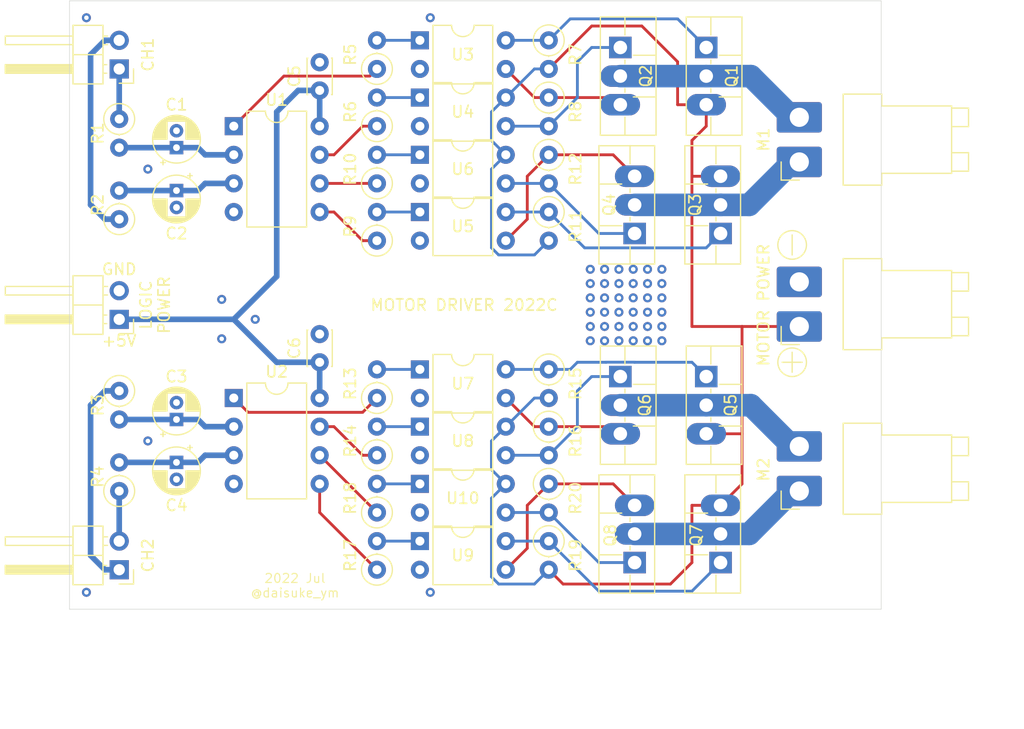
<source format=kicad_pcb>
(kicad_pcb (version 20171130) (host pcbnew "(5.1.12)-1")

  (general
    (thickness 1.6)
    (drawings 21)
    (tracks 221)
    (zones 0)
    (modules 54)
    (nets 41)
  )

  (page A4)
  (layers
    (0 F.Cu signal)
    (31 B.Cu signal)
    (32 B.Adhes user)
    (33 F.Adhes user)
    (34 B.Paste user)
    (35 F.Paste user)
    (36 B.SilkS user)
    (37 F.SilkS user)
    (38 B.Mask user)
    (39 F.Mask user)
    (40 Dwgs.User user)
    (41 Cmts.User user)
    (42 Eco1.User user)
    (43 Eco2.User user)
    (44 Edge.Cuts user)
    (45 Margin user)
    (46 B.CrtYd user)
    (47 F.CrtYd user)
    (48 B.Fab user)
    (49 F.Fab user hide)
  )

  (setup
    (last_trace_width 0.25)
    (trace_clearance 0.2)
    (zone_clearance 0.4)
    (zone_45_only no)
    (trace_min 0.2)
    (via_size 0.8)
    (via_drill 0.4)
    (via_min_size 0.4)
    (via_min_drill 0.3)
    (user_via 0.8 0.5)
    (user_via 1 0.6)
    (uvia_size 0.3)
    (uvia_drill 0.1)
    (uvias_allowed no)
    (uvia_min_size 0.2)
    (uvia_min_drill 0.1)
    (edge_width 0.05)
    (segment_width 0.2)
    (pcb_text_width 0.3)
    (pcb_text_size 1.5 1.5)
    (mod_edge_width 0.12)
    (mod_text_size 1 1)
    (mod_text_width 0.15)
    (pad_size 1.905 3.5)
    (pad_drill 1.2)
    (pad_to_mask_clearance 0.05)
    (aux_axis_origin 124 127)
    (grid_origin 150 100)
    (visible_elements 7FFDFF7F)
    (pcbplotparams
      (layerselection 0x010f0_ffffffff)
      (usegerberextensions true)
      (usegerberattributes false)
      (usegerberadvancedattributes true)
      (creategerberjobfile false)
      (excludeedgelayer true)
      (linewidth 0.100000)
      (plotframeref false)
      (viasonmask false)
      (mode 1)
      (useauxorigin true)
      (hpglpennumber 1)
      (hpglpenspeed 20)
      (hpglpendiameter 15.000000)
      (psnegative false)
      (psa4output false)
      (plotreference true)
      (plotvalue false)
      (plotinvisibletext false)
      (padsonsilk false)
      (subtractmaskfromsilk false)
      (outputformat 1)
      (mirror false)
      (drillshape 0)
      (scaleselection 1)
      (outputdirectory "gerber/"))
  )

  (net 0 "")
  (net 1 GND)
  (net 2 /IN1AA)
  (net 3 /IN1BA)
  (net 4 /IN2AA)
  (net 5 /IN2BA)
  (net 6 GNDPWR)
  (net 7 +BATT)
  (net 8 +5V)
  (net 9 /IN1A)
  (net 10 /IN1B)
  (net 11 /IN2B)
  (net 12 /IN2A)
  (net 13 "Net-(M1-Pad1)")
  (net 14 "Net-(M1-Pad2)")
  (net 15 "Net-(M2-Pad1)")
  (net 16 "Net-(M2-Pad2)")
  (net 17 "Net-(Q1-Pad1)")
  (net 18 "Net-(Q2-Pad1)")
  (net 19 "Net-(Q3-Pad1)")
  (net 20 "Net-(Q4-Pad1)")
  (net 21 "Net-(Q5-Pad1)")
  (net 22 "Net-(Q6-Pad1)")
  (net 23 "Net-(Q7-Pad1)")
  (net 24 "Net-(Q8-Pad1)")
  (net 25 "Net-(R6-Pad2)")
  (net 26 /PC1A)
  (net 27 /PC1B)
  (net 28 /PC2A)
  (net 29 "Net-(R9-Pad2)")
  (net 30 "Net-(R10-Pad2)")
  (net 31 /PC2B)
  (net 32 "Net-(R17-Pad2)")
  (net 33 "Net-(R18-Pad2)")
  (net 34 "Net-(R5-Pad2)")
  (net 35 "Net-(R13-Pad2)")
  (net 36 "Net-(R14-Pad2)")
  (net 37 /PC1C)
  (net 38 /PC1D)
  (net 39 /PC2C)
  (net 40 /PC2D)

  (net_class Default "これはデフォルトのネット クラスです。"
    (clearance 0.2)
    (trace_width 0.25)
    (via_dia 0.8)
    (via_drill 0.4)
    (uvia_dia 0.3)
    (uvia_drill 0.1)
    (add_net +BATT)
    (add_net /PC1A)
    (add_net /PC1B)
    (add_net /PC1C)
    (add_net /PC1D)
    (add_net /PC2A)
    (add_net /PC2B)
    (add_net /PC2C)
    (add_net /PC2D)
    (add_net GND)
    (add_net GNDPWR)
    (add_net "Net-(Q1-Pad1)")
    (add_net "Net-(Q2-Pad1)")
    (add_net "Net-(Q3-Pad1)")
    (add_net "Net-(Q4-Pad1)")
    (add_net "Net-(Q5-Pad1)")
    (add_net "Net-(Q6-Pad1)")
    (add_net "Net-(Q7-Pad1)")
    (add_net "Net-(Q8-Pad1)")
    (add_net "Net-(R10-Pad2)")
    (add_net "Net-(R13-Pad2)")
    (add_net "Net-(R14-Pad2)")
    (add_net "Net-(R17-Pad2)")
    (add_net "Net-(R18-Pad2)")
    (add_net "Net-(R5-Pad2)")
    (add_net "Net-(R6-Pad2)")
    (add_net "Net-(R9-Pad2)")
  )

  (net_class LPOWER ""
    (clearance 0.3)
    (trace_width 1)
    (via_dia 1.5)
    (via_drill 0.8)
    (uvia_dia 0.3)
    (uvia_drill 0.1)
  )

  (net_class POWER ""
    (clearance 0.3)
    (trace_width 2)
    (via_dia 2)
    (via_drill 1)
    (uvia_dia 0.3)
    (uvia_drill 0.1)
    (add_net "Net-(M1-Pad1)")
    (add_net "Net-(M1-Pad2)")
    (add_net "Net-(M2-Pad1)")
    (add_net "Net-(M2-Pad2)")
  )

  (net_class analog ""
    (clearance 0.2)
    (trace_width 0.5)
    (via_dia 1)
    (via_drill 0.5)
    (uvia_dia 0.3)
    (uvia_drill 0.1)
    (add_net +5V)
    (add_net /IN1A)
    (add_net /IN1AA)
    (add_net /IN1B)
    (add_net /IN1BA)
    (add_net /IN2A)
    (add_net /IN2AA)
    (add_net /IN2B)
    (add_net /IN2BA)
  )

  (module MountingHole:MountingHole_3.2mm_M3 (layer F.Cu) (tedit 56D1B4CB) (tstamp 60FA1CDA)
    (at 192 77)
    (descr "Mounting Hole 3.2mm, no annular, M3")
    (tags "mounting hole 3.2mm no annular m3")
    (attr virtual)
    (fp_text reference REF** (at 0 -4.2) (layer F.SilkS) hide
      (effects (font (size 1 1) (thickness 0.15)))
    )
    (fp_text value MountingHole_3.2mm_M3 (at 0 4.2) (layer F.Fab)
      (effects (font (size 1 1) (thickness 0.15)))
    )
    (fp_circle (center 0 0) (end 3.2 0) (layer Cmts.User) (width 0.15))
    (fp_circle (center 0 0) (end 3.45 0) (layer F.CrtYd) (width 0.05))
    (fp_text user %R (at 0.3 0) (layer F.Fab)
      (effects (font (size 1 1) (thickness 0.15)))
    )
    (pad 1 np_thru_hole circle (at 0 0) (size 3.2 3.2) (drill 3.2) (layers *.Cu *.Mask))
  )

  (module MountingHole:MountingHole_3.2mm_M3 (layer F.Cu) (tedit 56D1B4CB) (tstamp 60FA1CCC)
    (at 192 123)
    (descr "Mounting Hole 3.2mm, no annular, M3")
    (tags "mounting hole 3.2mm no annular m3")
    (attr virtual)
    (fp_text reference REF** (at 0 -4.2) (layer F.SilkS) hide
      (effects (font (size 1 1) (thickness 0.15)))
    )
    (fp_text value MountingHole_3.2mm_M3 (at 0 4.2) (layer F.Fab)
      (effects (font (size 1 1) (thickness 0.15)))
    )
    (fp_circle (center 0 0) (end 3.45 0) (layer F.CrtYd) (width 0.05))
    (fp_circle (center 0 0) (end 3.2 0) (layer Cmts.User) (width 0.15))
    (fp_text user %R (at 0.3 0) (layer F.Fab)
      (effects (font (size 1 1) (thickness 0.15)))
    )
    (pad 1 np_thru_hole circle (at 0 0) (size 3.2 3.2) (drill 3.2) (layers *.Cu *.Mask))
  )

  (module MountingHole:MountingHole_3.2mm_M3 (layer F.Cu) (tedit 56D1B4CB) (tstamp 60FA1CBE)
    (at 137 123)
    (descr "Mounting Hole 3.2mm, no annular, M3")
    (tags "mounting hole 3.2mm no annular m3")
    (attr virtual)
    (fp_text reference REF** (at 0 -4.2) (layer F.SilkS) hide
      (effects (font (size 1 1) (thickness 0.15)))
    )
    (fp_text value MountingHole_3.2mm_M3 (at 0 4.2) (layer F.Fab)
      (effects (font (size 1 1) (thickness 0.15)))
    )
    (fp_circle (center 0 0) (end 3.2 0) (layer Cmts.User) (width 0.15))
    (fp_circle (center 0 0) (end 3.45 0) (layer F.CrtYd) (width 0.05))
    (fp_text user %R (at 0.3 0) (layer F.Fab)
      (effects (font (size 1 1) (thickness 0.15)))
    )
    (pad 1 np_thru_hole circle (at 0 0) (size 3.2 3.2) (drill 3.2) (layers *.Cu *.Mask))
  )

  (module MountingHole:MountingHole_3.2mm_M3 (layer F.Cu) (tedit 56D1B4CB) (tstamp 6100AF57)
    (at 137 77)
    (descr "Mounting Hole 3.2mm, no annular, M3")
    (tags "mounting hole 3.2mm no annular m3")
    (attr virtual)
    (fp_text reference REF** (at 0 -4.2) (layer F.SilkS) hide
      (effects (font (size 1 1) (thickness 0.15)))
    )
    (fp_text value MountingHole_3.2mm_M3 (at 0 4.2) (layer F.Fab)
      (effects (font (size 1 1) (thickness 0.15)))
    )
    (fp_circle (center 0 0) (end 3.45 0) (layer F.CrtYd) (width 0.05))
    (fp_circle (center 0 0) (end 3.2 0) (layer Cmts.User) (width 0.15))
    (fp_text user %R (at 0.3 0) (layer F.Fab)
      (effects (font (size 1 1) (thickness 0.15)))
    )
    (pad 1 np_thru_hole circle (at 0 0) (size 3.2 3.2) (drill 3.2) (layers *.Cu *.Mask))
  )

  (module Connector_JST:JST_VH_B2PS-VH_1x02_P3.96mm_Horizontal (layer F.Cu) (tedit 5B774C02) (tstamp 60F988E7)
    (at 188.735 101.905 90)
    (descr "JST VH series connector, B2PS-VH (http://www.jst-mfg.com/product/pdf/eng/eVH.pdf), generated with kicad-footprint-generator")
    (tags "connector JST VH top entry")
    (path /5F602D85)
    (fp_text reference J1 (at 1.98 -2.55 90) (layer F.SilkS) hide
      (effects (font (size 1 1) (thickness 0.15)))
    )
    (fp_text value "Motor Power" (at 1.98 16.1 90) (layer F.Fab)
      (effects (font (size 1 1) (thickness 0.15)))
    )
    (fp_line (start -1.61 -1.61) (end -1.61 0) (layer F.SilkS) (width 0.12))
    (fp_line (start 0 -1.61) (end -1.61 -1.61) (layer F.SilkS) (width 0.12))
    (fp_line (start 4.78 15.01) (end 4.78 13.51) (layer F.SilkS) (width 0.12))
    (fp_line (start 3.14 15.01) (end 4.78 15.01) (layer F.SilkS) (width 0.12))
    (fp_line (start 3.14 13.51) (end 3.14 15.01) (layer F.SilkS) (width 0.12))
    (fp_line (start 0.82 15.01) (end 0.82 13.51) (layer F.SilkS) (width 0.12))
    (fp_line (start -0.82 15.01) (end 0.82 15.01) (layer F.SilkS) (width 0.12))
    (fp_line (start -0.82 13.51) (end -0.82 15.01) (layer F.SilkS) (width 0.12))
    (fp_line (start -2.06 7.31) (end -2.06 3.89) (layer F.SilkS) (width 0.12))
    (fp_line (start -1.01 7.31) (end -2.06 7.31) (layer F.SilkS) (width 0.12))
    (fp_line (start -1.01 13.51) (end -1.01 7.31) (layer F.SilkS) (width 0.12))
    (fp_line (start 4.97 13.51) (end -1.01 13.51) (layer F.SilkS) (width 0.12))
    (fp_line (start 4.97 7.31) (end 4.97 13.51) (layer F.SilkS) (width 0.12))
    (fp_line (start 6.02 7.31) (end 4.97 7.31) (layer F.SilkS) (width 0.12))
    (fp_line (start 6.02 3.89) (end 6.02 7.31) (layer F.SilkS) (width 0.12))
    (fp_line (start -2.06 3.89) (end 6.02 3.89) (layer F.SilkS) (width 0.12))
    (fp_line (start 6.41 -1.85) (end -2.45 -1.85) (layer F.CrtYd) (width 0.05))
    (fp_line (start 6.41 15.4) (end 6.41 -1.85) (layer F.CrtYd) (width 0.05))
    (fp_line (start -2.45 15.4) (end 6.41 15.4) (layer F.CrtYd) (width 0.05))
    (fp_line (start -2.45 -1.85) (end -2.45 15.4) (layer F.CrtYd) (width 0.05))
    (fp_line (start 4.66 14.9) (end 4.66 13.4) (layer F.Fab) (width 0.1))
    (fp_line (start 3.26 14.9) (end 4.66 14.9) (layer F.Fab) (width 0.1))
    (fp_line (start 3.26 13.4) (end 3.26 14.9) (layer F.Fab) (width 0.1))
    (fp_line (start 4.66 0) (end 4.66 4) (layer F.Fab) (width 0.1))
    (fp_line (start 3.26 0) (end 4.66 0) (layer F.Fab) (width 0.1))
    (fp_line (start 3.26 4) (end 3.26 0) (layer F.Fab) (width 0.1))
    (fp_line (start 0.7 14.9) (end 0.7 13.4) (layer F.Fab) (width 0.1))
    (fp_line (start -0.7 14.9) (end 0.7 14.9) (layer F.Fab) (width 0.1))
    (fp_line (start -0.7 13.4) (end -0.7 14.9) (layer F.Fab) (width 0.1))
    (fp_line (start 0.7 0) (end 0.7 4) (layer F.Fab) (width 0.1))
    (fp_line (start -0.7 0) (end 0.7 0) (layer F.Fab) (width 0.1))
    (fp_line (start -0.7 4) (end -0.7 0) (layer F.Fab) (width 0.1))
    (fp_line (start 0 4.8) (end 0.8 4) (layer F.Fab) (width 0.1))
    (fp_line (start -0.8 4) (end 0 4.8) (layer F.Fab) (width 0.1))
    (fp_line (start -1.95 4) (end -0.9 4) (layer F.Fab) (width 0.1))
    (fp_line (start -1.95 7.2) (end -1.95 4) (layer F.Fab) (width 0.1))
    (fp_line (start -0.9 7.2) (end -1.95 7.2) (layer F.Fab) (width 0.1))
    (fp_line (start 5.91 7.2) (end 4.86 7.2) (layer F.Fab) (width 0.1))
    (fp_line (start 5.91 4) (end 5.91 7.2) (layer F.Fab) (width 0.1))
    (fp_line (start 4.86 4) (end 5.91 4) (layer F.Fab) (width 0.1))
    (fp_line (start 4.86 4) (end -0.9 4) (layer F.Fab) (width 0.1))
    (fp_line (start 4.86 13.4) (end 4.86 4) (layer F.Fab) (width 0.1))
    (fp_line (start -0.9 13.4) (end 4.86 13.4) (layer F.Fab) (width 0.1))
    (fp_line (start -0.9 4) (end -0.9 13.4) (layer F.Fab) (width 0.1))
    (fp_text user %R (at 1.98 9.45 90) (layer F.Fab)
      (effects (font (size 1 1) (thickness 0.15)))
    )
    (pad 2 thru_hole roundrect (at 3.96 0 90) (size 2.7 4) (drill 1.7) (layers *.Cu *.Mask) (roundrect_rratio 0.09300000000000001)
      (net 6 GNDPWR))
    (pad 1 thru_hole roundrect (at 0 0 90) (size 2.7 4) (drill 1.7) (layers *.Cu *.Mask) (roundrect_rratio 0.09300000000000001)
      (net 7 +BATT))
    (model ${KISYS3DMOD}/Connector_JST.3dshapes/JST_VH_B2PS-VH_1x02_P3.96mm_Horizontal.wrl
      (at (xyz 0 0 0))
      (scale (xyz 1 1 1))
      (rotate (xyz 0 0 0))
    )
  )

  (module Connector_PinHeader_2.54mm:PinHeader_1x02_P2.54mm_Horizontal (layer F.Cu) (tedit 59FED5CB) (tstamp 60F9891A)
    (at 128.41 101.27 180)
    (descr "Through hole angled pin header, 1x02, 2.54mm pitch, 6mm pin length, single row")
    (tags "Through hole angled pin header THT 1x02 2.54mm single row")
    (path /615D48D2)
    (fp_text reference J2 (at 4.385 -2.27) (layer F.SilkS) hide
      (effects (font (size 1 1) (thickness 0.15)))
    )
    (fp_text value "Logic Power" (at 4.385 4.81) (layer F.Fab)
      (effects (font (size 1 1) (thickness 0.15)))
    )
    (fp_line (start 2.135 -1.27) (end 4.04 -1.27) (layer F.Fab) (width 0.1))
    (fp_line (start 4.04 -1.27) (end 4.04 3.81) (layer F.Fab) (width 0.1))
    (fp_line (start 4.04 3.81) (end 1.5 3.81) (layer F.Fab) (width 0.1))
    (fp_line (start 1.5 3.81) (end 1.5 -0.635) (layer F.Fab) (width 0.1))
    (fp_line (start 1.5 -0.635) (end 2.135 -1.27) (layer F.Fab) (width 0.1))
    (fp_line (start -0.32 -0.32) (end 1.5 -0.32) (layer F.Fab) (width 0.1))
    (fp_line (start -0.32 -0.32) (end -0.32 0.32) (layer F.Fab) (width 0.1))
    (fp_line (start -0.32 0.32) (end 1.5 0.32) (layer F.Fab) (width 0.1))
    (fp_line (start 4.04 -0.32) (end 10.04 -0.32) (layer F.Fab) (width 0.1))
    (fp_line (start 10.04 -0.32) (end 10.04 0.32) (layer F.Fab) (width 0.1))
    (fp_line (start 4.04 0.32) (end 10.04 0.32) (layer F.Fab) (width 0.1))
    (fp_line (start -0.32 2.22) (end 1.5 2.22) (layer F.Fab) (width 0.1))
    (fp_line (start -0.32 2.22) (end -0.32 2.86) (layer F.Fab) (width 0.1))
    (fp_line (start -0.32 2.86) (end 1.5 2.86) (layer F.Fab) (width 0.1))
    (fp_line (start 4.04 2.22) (end 10.04 2.22) (layer F.Fab) (width 0.1))
    (fp_line (start 10.04 2.22) (end 10.04 2.86) (layer F.Fab) (width 0.1))
    (fp_line (start 4.04 2.86) (end 10.04 2.86) (layer F.Fab) (width 0.1))
    (fp_line (start 1.44 -1.33) (end 1.44 3.87) (layer F.SilkS) (width 0.12))
    (fp_line (start 1.44 3.87) (end 4.1 3.87) (layer F.SilkS) (width 0.12))
    (fp_line (start 4.1 3.87) (end 4.1 -1.33) (layer F.SilkS) (width 0.12))
    (fp_line (start 4.1 -1.33) (end 1.44 -1.33) (layer F.SilkS) (width 0.12))
    (fp_line (start 4.1 -0.38) (end 10.1 -0.38) (layer F.SilkS) (width 0.12))
    (fp_line (start 10.1 -0.38) (end 10.1 0.38) (layer F.SilkS) (width 0.12))
    (fp_line (start 10.1 0.38) (end 4.1 0.38) (layer F.SilkS) (width 0.12))
    (fp_line (start 4.1 -0.32) (end 10.1 -0.32) (layer F.SilkS) (width 0.12))
    (fp_line (start 4.1 -0.2) (end 10.1 -0.2) (layer F.SilkS) (width 0.12))
    (fp_line (start 4.1 -0.08) (end 10.1 -0.08) (layer F.SilkS) (width 0.12))
    (fp_line (start 4.1 0.04) (end 10.1 0.04) (layer F.SilkS) (width 0.12))
    (fp_line (start 4.1 0.16) (end 10.1 0.16) (layer F.SilkS) (width 0.12))
    (fp_line (start 4.1 0.28) (end 10.1 0.28) (layer F.SilkS) (width 0.12))
    (fp_line (start 1.11 -0.38) (end 1.44 -0.38) (layer F.SilkS) (width 0.12))
    (fp_line (start 1.11 0.38) (end 1.44 0.38) (layer F.SilkS) (width 0.12))
    (fp_line (start 1.44 1.27) (end 4.1 1.27) (layer F.SilkS) (width 0.12))
    (fp_line (start 4.1 2.16) (end 10.1 2.16) (layer F.SilkS) (width 0.12))
    (fp_line (start 10.1 2.16) (end 10.1 2.92) (layer F.SilkS) (width 0.12))
    (fp_line (start 10.1 2.92) (end 4.1 2.92) (layer F.SilkS) (width 0.12))
    (fp_line (start 1.042929 2.16) (end 1.44 2.16) (layer F.SilkS) (width 0.12))
    (fp_line (start 1.042929 2.92) (end 1.44 2.92) (layer F.SilkS) (width 0.12))
    (fp_line (start -1.27 0) (end -1.27 -1.27) (layer F.SilkS) (width 0.12))
    (fp_line (start -1.27 -1.27) (end 0 -1.27) (layer F.SilkS) (width 0.12))
    (fp_line (start -1.8 -1.8) (end -1.8 4.35) (layer F.CrtYd) (width 0.05))
    (fp_line (start -1.8 4.35) (end 10.55 4.35) (layer F.CrtYd) (width 0.05))
    (fp_line (start 10.55 4.35) (end 10.55 -1.8) (layer F.CrtYd) (width 0.05))
    (fp_line (start 10.55 -1.8) (end -1.8 -1.8) (layer F.CrtYd) (width 0.05))
    (fp_text user %R (at 2.77 1.27 90) (layer F.Fab)
      (effects (font (size 1 1) (thickness 0.15)))
    )
    (pad 1 thru_hole rect (at 0 0 180) (size 1.7 1.7) (drill 1) (layers *.Cu *.Mask)
      (net 8 +5V))
    (pad 2 thru_hole oval (at 0 2.54 180) (size 1.7 1.7) (drill 1) (layers *.Cu *.Mask)
      (net 1 GND))
    (model ${KISYS3DMOD}/Connector_PinHeader_2.54mm.3dshapes/PinHeader_1x02_P2.54mm_Horizontal.wrl
      (at (xyz 0 0 0))
      (scale (xyz 1 1 1))
      (rotate (xyz 0 0 0))
    )
  )

  (module Connector_PinHeader_2.54mm:PinHeader_1x02_P2.54mm_Horizontal (layer F.Cu) (tedit 59FED5CB) (tstamp 6100AEEC)
    (at 128.41 79.045 180)
    (descr "Through hole angled pin header, 1x02, 2.54mm pitch, 6mm pin length, single row")
    (tags "Through hole angled pin header THT 1x02 2.54mm single row")
    (path /611436E5)
    (fp_text reference J3 (at 4.385 -2.27) (layer F.SilkS) hide
      (effects (font (size 1 1) (thickness 0.15)))
    )
    (fp_text value "Input Ch1" (at 4.385 4.81) (layer F.Fab)
      (effects (font (size 1 1) (thickness 0.15)))
    )
    (fp_line (start 2.135 -1.27) (end 4.04 -1.27) (layer F.Fab) (width 0.1))
    (fp_line (start 4.04 -1.27) (end 4.04 3.81) (layer F.Fab) (width 0.1))
    (fp_line (start 4.04 3.81) (end 1.5 3.81) (layer F.Fab) (width 0.1))
    (fp_line (start 1.5 3.81) (end 1.5 -0.635) (layer F.Fab) (width 0.1))
    (fp_line (start 1.5 -0.635) (end 2.135 -1.27) (layer F.Fab) (width 0.1))
    (fp_line (start -0.32 -0.32) (end 1.5 -0.32) (layer F.Fab) (width 0.1))
    (fp_line (start -0.32 -0.32) (end -0.32 0.32) (layer F.Fab) (width 0.1))
    (fp_line (start -0.32 0.32) (end 1.5 0.32) (layer F.Fab) (width 0.1))
    (fp_line (start 4.04 -0.32) (end 10.04 -0.32) (layer F.Fab) (width 0.1))
    (fp_line (start 10.04 -0.32) (end 10.04 0.32) (layer F.Fab) (width 0.1))
    (fp_line (start 4.04 0.32) (end 10.04 0.32) (layer F.Fab) (width 0.1))
    (fp_line (start -0.32 2.22) (end 1.5 2.22) (layer F.Fab) (width 0.1))
    (fp_line (start -0.32 2.22) (end -0.32 2.86) (layer F.Fab) (width 0.1))
    (fp_line (start -0.32 2.86) (end 1.5 2.86) (layer F.Fab) (width 0.1))
    (fp_line (start 4.04 2.22) (end 10.04 2.22) (layer F.Fab) (width 0.1))
    (fp_line (start 10.04 2.22) (end 10.04 2.86) (layer F.Fab) (width 0.1))
    (fp_line (start 4.04 2.86) (end 10.04 2.86) (layer F.Fab) (width 0.1))
    (fp_line (start 1.44 -1.33) (end 1.44 3.87) (layer F.SilkS) (width 0.12))
    (fp_line (start 1.44 3.87) (end 4.1 3.87) (layer F.SilkS) (width 0.12))
    (fp_line (start 4.1 3.87) (end 4.1 -1.33) (layer F.SilkS) (width 0.12))
    (fp_line (start 4.1 -1.33) (end 1.44 -1.33) (layer F.SilkS) (width 0.12))
    (fp_line (start 4.1 -0.38) (end 10.1 -0.38) (layer F.SilkS) (width 0.12))
    (fp_line (start 10.1 -0.38) (end 10.1 0.38) (layer F.SilkS) (width 0.12))
    (fp_line (start 10.1 0.38) (end 4.1 0.38) (layer F.SilkS) (width 0.12))
    (fp_line (start 4.1 -0.32) (end 10.1 -0.32) (layer F.SilkS) (width 0.12))
    (fp_line (start 4.1 -0.2) (end 10.1 -0.2) (layer F.SilkS) (width 0.12))
    (fp_line (start 4.1 -0.08) (end 10.1 -0.08) (layer F.SilkS) (width 0.12))
    (fp_line (start 4.1 0.04) (end 10.1 0.04) (layer F.SilkS) (width 0.12))
    (fp_line (start 4.1 0.16) (end 10.1 0.16) (layer F.SilkS) (width 0.12))
    (fp_line (start 4.1 0.28) (end 10.1 0.28) (layer F.SilkS) (width 0.12))
    (fp_line (start 1.11 -0.38) (end 1.44 -0.38) (layer F.SilkS) (width 0.12))
    (fp_line (start 1.11 0.38) (end 1.44 0.38) (layer F.SilkS) (width 0.12))
    (fp_line (start 1.44 1.27) (end 4.1 1.27) (layer F.SilkS) (width 0.12))
    (fp_line (start 4.1 2.16) (end 10.1 2.16) (layer F.SilkS) (width 0.12))
    (fp_line (start 10.1 2.16) (end 10.1 2.92) (layer F.SilkS) (width 0.12))
    (fp_line (start 10.1 2.92) (end 4.1 2.92) (layer F.SilkS) (width 0.12))
    (fp_line (start 1.042929 2.16) (end 1.44 2.16) (layer F.SilkS) (width 0.12))
    (fp_line (start 1.042929 2.92) (end 1.44 2.92) (layer F.SilkS) (width 0.12))
    (fp_line (start -1.27 0) (end -1.27 -1.27) (layer F.SilkS) (width 0.12))
    (fp_line (start -1.27 -1.27) (end 0 -1.27) (layer F.SilkS) (width 0.12))
    (fp_line (start -1.8 -1.8) (end -1.8 4.35) (layer F.CrtYd) (width 0.05))
    (fp_line (start -1.8 4.35) (end 10.55 4.35) (layer F.CrtYd) (width 0.05))
    (fp_line (start 10.55 4.35) (end 10.55 -1.8) (layer F.CrtYd) (width 0.05))
    (fp_line (start 10.55 -1.8) (end -1.8 -1.8) (layer F.CrtYd) (width 0.05))
    (fp_text user %R (at 2.77 1.27 90) (layer F.Fab)
      (effects (font (size 1 1) (thickness 0.15)))
    )
    (pad 1 thru_hole rect (at 0 0 180) (size 1.7 1.7) (drill 1) (layers *.Cu *.Mask)
      (net 9 /IN1A))
    (pad 2 thru_hole oval (at 0 2.54 180) (size 1.7 1.7) (drill 1) (layers *.Cu *.Mask)
      (net 10 /IN1B))
    (model ${KISYS3DMOD}/Connector_PinHeader_2.54mm.3dshapes/PinHeader_1x02_P2.54mm_Horizontal.wrl
      (at (xyz 0 0 0))
      (scale (xyz 1 1 1))
      (rotate (xyz 0 0 0))
    )
  )

  (module Connector_PinHeader_2.54mm:PinHeader_1x02_P2.54mm_Horizontal (layer F.Cu) (tedit 59FED5CB) (tstamp 60F98980)
    (at 128.41 123.495 180)
    (descr "Through hole angled pin header, 1x02, 2.54mm pitch, 6mm pin length, single row")
    (tags "Through hole angled pin header THT 1x02 2.54mm single row")
    (path /611F2932)
    (fp_text reference J4 (at 4.385 -2.27) (layer F.SilkS) hide
      (effects (font (size 1 1) (thickness 0.15)))
    )
    (fp_text value "Input Ch2" (at 4.385 4.81) (layer F.Fab)
      (effects (font (size 1 1) (thickness 0.15)))
    )
    (fp_line (start 10.55 -1.8) (end -1.8 -1.8) (layer F.CrtYd) (width 0.05))
    (fp_line (start 10.55 4.35) (end 10.55 -1.8) (layer F.CrtYd) (width 0.05))
    (fp_line (start -1.8 4.35) (end 10.55 4.35) (layer F.CrtYd) (width 0.05))
    (fp_line (start -1.8 -1.8) (end -1.8 4.35) (layer F.CrtYd) (width 0.05))
    (fp_line (start -1.27 -1.27) (end 0 -1.27) (layer F.SilkS) (width 0.12))
    (fp_line (start -1.27 0) (end -1.27 -1.27) (layer F.SilkS) (width 0.12))
    (fp_line (start 1.042929 2.92) (end 1.44 2.92) (layer F.SilkS) (width 0.12))
    (fp_line (start 1.042929 2.16) (end 1.44 2.16) (layer F.SilkS) (width 0.12))
    (fp_line (start 10.1 2.92) (end 4.1 2.92) (layer F.SilkS) (width 0.12))
    (fp_line (start 10.1 2.16) (end 10.1 2.92) (layer F.SilkS) (width 0.12))
    (fp_line (start 4.1 2.16) (end 10.1 2.16) (layer F.SilkS) (width 0.12))
    (fp_line (start 1.44 1.27) (end 4.1 1.27) (layer F.SilkS) (width 0.12))
    (fp_line (start 1.11 0.38) (end 1.44 0.38) (layer F.SilkS) (width 0.12))
    (fp_line (start 1.11 -0.38) (end 1.44 -0.38) (layer F.SilkS) (width 0.12))
    (fp_line (start 4.1 0.28) (end 10.1 0.28) (layer F.SilkS) (width 0.12))
    (fp_line (start 4.1 0.16) (end 10.1 0.16) (layer F.SilkS) (width 0.12))
    (fp_line (start 4.1 0.04) (end 10.1 0.04) (layer F.SilkS) (width 0.12))
    (fp_line (start 4.1 -0.08) (end 10.1 -0.08) (layer F.SilkS) (width 0.12))
    (fp_line (start 4.1 -0.2) (end 10.1 -0.2) (layer F.SilkS) (width 0.12))
    (fp_line (start 4.1 -0.32) (end 10.1 -0.32) (layer F.SilkS) (width 0.12))
    (fp_line (start 10.1 0.38) (end 4.1 0.38) (layer F.SilkS) (width 0.12))
    (fp_line (start 10.1 -0.38) (end 10.1 0.38) (layer F.SilkS) (width 0.12))
    (fp_line (start 4.1 -0.38) (end 10.1 -0.38) (layer F.SilkS) (width 0.12))
    (fp_line (start 4.1 -1.33) (end 1.44 -1.33) (layer F.SilkS) (width 0.12))
    (fp_line (start 4.1 3.87) (end 4.1 -1.33) (layer F.SilkS) (width 0.12))
    (fp_line (start 1.44 3.87) (end 4.1 3.87) (layer F.SilkS) (width 0.12))
    (fp_line (start 1.44 -1.33) (end 1.44 3.87) (layer F.SilkS) (width 0.12))
    (fp_line (start 4.04 2.86) (end 10.04 2.86) (layer F.Fab) (width 0.1))
    (fp_line (start 10.04 2.22) (end 10.04 2.86) (layer F.Fab) (width 0.1))
    (fp_line (start 4.04 2.22) (end 10.04 2.22) (layer F.Fab) (width 0.1))
    (fp_line (start -0.32 2.86) (end 1.5 2.86) (layer F.Fab) (width 0.1))
    (fp_line (start -0.32 2.22) (end -0.32 2.86) (layer F.Fab) (width 0.1))
    (fp_line (start -0.32 2.22) (end 1.5 2.22) (layer F.Fab) (width 0.1))
    (fp_line (start 4.04 0.32) (end 10.04 0.32) (layer F.Fab) (width 0.1))
    (fp_line (start 10.04 -0.32) (end 10.04 0.32) (layer F.Fab) (width 0.1))
    (fp_line (start 4.04 -0.32) (end 10.04 -0.32) (layer F.Fab) (width 0.1))
    (fp_line (start -0.32 0.32) (end 1.5 0.32) (layer F.Fab) (width 0.1))
    (fp_line (start -0.32 -0.32) (end -0.32 0.32) (layer F.Fab) (width 0.1))
    (fp_line (start -0.32 -0.32) (end 1.5 -0.32) (layer F.Fab) (width 0.1))
    (fp_line (start 1.5 -0.635) (end 2.135 -1.27) (layer F.Fab) (width 0.1))
    (fp_line (start 1.5 3.81) (end 1.5 -0.635) (layer F.Fab) (width 0.1))
    (fp_line (start 4.04 3.81) (end 1.5 3.81) (layer F.Fab) (width 0.1))
    (fp_line (start 4.04 -1.27) (end 4.04 3.81) (layer F.Fab) (width 0.1))
    (fp_line (start 2.135 -1.27) (end 4.04 -1.27) (layer F.Fab) (width 0.1))
    (fp_text user %R (at 2.77 1.27 90) (layer F.Fab)
      (effects (font (size 1 1) (thickness 0.15)))
    )
    (pad 2 thru_hole oval (at 0 2.54 180) (size 1.7 1.7) (drill 1) (layers *.Cu *.Mask)
      (net 11 /IN2B))
    (pad 1 thru_hole rect (at 0 0 180) (size 1.7 1.7) (drill 1) (layers *.Cu *.Mask)
      (net 12 /IN2A))
    (model ${KISYS3DMOD}/Connector_PinHeader_2.54mm.3dshapes/PinHeader_1x02_P2.54mm_Horizontal.wrl
      (at (xyz 0 0 0))
      (scale (xyz 1 1 1))
      (rotate (xyz 0 0 0))
    )
  )

  (module Connector_JST:JST_VH_B2PS-VH_1x02_P3.96mm_Horizontal (layer F.Cu) (tedit 60FE6DF3) (tstamp 60F989B3)
    (at 188.735 87.3 90)
    (descr "JST VH series connector, B2PS-VH (http://www.jst-mfg.com/product/pdf/eng/eVH.pdf), generated with kicad-footprint-generator")
    (tags "connector JST VH top entry")
    (path /5F2A928C)
    (fp_text reference M1 (at 1.98 -3.175 90) (layer F.SilkS)
      (effects (font (size 1 1) (thickness 0.15)))
    )
    (fp_text value Motor_DC (at 1.98 16.1 90) (layer F.Fab)
      (effects (font (size 1 1) (thickness 0.15)))
    )
    (fp_line (start -0.9 4) (end -0.9 13.4) (layer F.Fab) (width 0.1))
    (fp_line (start -0.9 13.4) (end 4.86 13.4) (layer F.Fab) (width 0.1))
    (fp_line (start 4.86 13.4) (end 4.86 4) (layer F.Fab) (width 0.1))
    (fp_line (start 4.86 4) (end -0.9 4) (layer F.Fab) (width 0.1))
    (fp_line (start 4.86 4) (end 5.91 4) (layer F.Fab) (width 0.1))
    (fp_line (start 5.91 4) (end 5.91 7.2) (layer F.Fab) (width 0.1))
    (fp_line (start 5.91 7.2) (end 4.86 7.2) (layer F.Fab) (width 0.1))
    (fp_line (start -0.9 7.2) (end -1.95 7.2) (layer F.Fab) (width 0.1))
    (fp_line (start -1.95 7.2) (end -1.95 4) (layer F.Fab) (width 0.1))
    (fp_line (start -1.95 4) (end -0.9 4) (layer F.Fab) (width 0.1))
    (fp_line (start -0.8 4) (end 0 4.8) (layer F.Fab) (width 0.1))
    (fp_line (start 0 4.8) (end 0.8 4) (layer F.Fab) (width 0.1))
    (fp_line (start -0.7 4) (end -0.7 0) (layer F.Fab) (width 0.1))
    (fp_line (start -0.7 0) (end 0.7 0) (layer F.Fab) (width 0.1))
    (fp_line (start 0.7 0) (end 0.7 4) (layer F.Fab) (width 0.1))
    (fp_line (start -0.7 13.4) (end -0.7 14.9) (layer F.Fab) (width 0.1))
    (fp_line (start -0.7 14.9) (end 0.7 14.9) (layer F.Fab) (width 0.1))
    (fp_line (start 0.7 14.9) (end 0.7 13.4) (layer F.Fab) (width 0.1))
    (fp_line (start 3.26 4) (end 3.26 0) (layer F.Fab) (width 0.1))
    (fp_line (start 3.26 0) (end 4.66 0) (layer F.Fab) (width 0.1))
    (fp_line (start 4.66 0) (end 4.66 4) (layer F.Fab) (width 0.1))
    (fp_line (start 3.26 13.4) (end 3.26 14.9) (layer F.Fab) (width 0.1))
    (fp_line (start 3.26 14.9) (end 4.66 14.9) (layer F.Fab) (width 0.1))
    (fp_line (start 4.66 14.9) (end 4.66 13.4) (layer F.Fab) (width 0.1))
    (fp_line (start -2.45 -1.85) (end -2.45 15.4) (layer F.CrtYd) (width 0.05))
    (fp_line (start -2.45 15.4) (end 6.41 15.4) (layer F.CrtYd) (width 0.05))
    (fp_line (start 6.41 15.4) (end 6.41 -1.85) (layer F.CrtYd) (width 0.05))
    (fp_line (start 6.41 -1.85) (end -2.45 -1.85) (layer F.CrtYd) (width 0.05))
    (fp_line (start -2.06 3.89) (end 6.02 3.89) (layer F.SilkS) (width 0.12))
    (fp_line (start 6.02 3.89) (end 6.02 7.31) (layer F.SilkS) (width 0.12))
    (fp_line (start 6.02 7.31) (end 4.97 7.31) (layer F.SilkS) (width 0.12))
    (fp_line (start 4.97 7.31) (end 4.97 13.51) (layer F.SilkS) (width 0.12))
    (fp_line (start 4.97 13.51) (end -1.01 13.51) (layer F.SilkS) (width 0.12))
    (fp_line (start -1.01 13.51) (end -1.01 7.31) (layer F.SilkS) (width 0.12))
    (fp_line (start -1.01 7.31) (end -2.06 7.31) (layer F.SilkS) (width 0.12))
    (fp_line (start -2.06 7.31) (end -2.06 3.89) (layer F.SilkS) (width 0.12))
    (fp_line (start -0.82 13.51) (end -0.82 15.01) (layer F.SilkS) (width 0.12))
    (fp_line (start -0.82 15.01) (end 0.82 15.01) (layer F.SilkS) (width 0.12))
    (fp_line (start 0.82 15.01) (end 0.82 13.51) (layer F.SilkS) (width 0.12))
    (fp_line (start 3.14 13.51) (end 3.14 15.01) (layer F.SilkS) (width 0.12))
    (fp_line (start 3.14 15.01) (end 4.78 15.01) (layer F.SilkS) (width 0.12))
    (fp_line (start 4.78 15.01) (end 4.78 13.51) (layer F.SilkS) (width 0.12))
    (fp_line (start 0 -1.61) (end -1.61 -1.61) (layer F.SilkS) (width 0.12))
    (fp_line (start -1.61 -1.61) (end -1.61 0) (layer F.SilkS) (width 0.12))
    (fp_text user %R (at 1.98 9.45 90) (layer F.Fab)
      (effects (font (size 1 1) (thickness 0.15)))
    )
    (pad 1 thru_hole roundrect (at 0 0 90) (size 2.7 4) (drill 1.7) (layers *.Cu *.Mask) (roundrect_rratio 0.09300000000000001)
      (net 13 "Net-(M1-Pad1)"))
    (pad 2 thru_hole roundrect (at 3.96 0 90) (size 2.7 4) (drill 1.7) (layers *.Cu *.Mask) (roundrect_rratio 0.09300000000000001)
      (net 14 "Net-(M1-Pad2)"))
    (model ${KISYS3DMOD}/Connector_JST.3dshapes/JST_VH_B2PS-VH_1x02_P3.96mm_Horizontal.wrl
      (at (xyz 0 0 0))
      (scale (xyz 1 1 1))
      (rotate (xyz 0 0 0))
    )
  )

  (module Connector_JST:JST_VH_B2PS-VH_1x02_P3.96mm_Horizontal (layer F.Cu) (tedit 5B774C02) (tstamp 60F9A2CB)
    (at 188.735 116.51 90)
    (descr "JST VH series connector, B2PS-VH (http://www.jst-mfg.com/product/pdf/eng/eVH.pdf), generated with kicad-footprint-generator")
    (tags "connector JST VH top entry")
    (path /60FC45DF)
    (fp_text reference M2 (at 1.905 -3.175 90) (layer F.SilkS)
      (effects (font (size 1 1) (thickness 0.15)))
    )
    (fp_text value Motor_DC (at 1.98 16.1 90) (layer F.Fab)
      (effects (font (size 1 1) (thickness 0.15)))
    )
    (fp_line (start -0.9 4) (end -0.9 13.4) (layer F.Fab) (width 0.1))
    (fp_line (start -0.9 13.4) (end 4.86 13.4) (layer F.Fab) (width 0.1))
    (fp_line (start 4.86 13.4) (end 4.86 4) (layer F.Fab) (width 0.1))
    (fp_line (start 4.86 4) (end -0.9 4) (layer F.Fab) (width 0.1))
    (fp_line (start 4.86 4) (end 5.91 4) (layer F.Fab) (width 0.1))
    (fp_line (start 5.91 4) (end 5.91 7.2) (layer F.Fab) (width 0.1))
    (fp_line (start 5.91 7.2) (end 4.86 7.2) (layer F.Fab) (width 0.1))
    (fp_line (start -0.9 7.2) (end -1.95 7.2) (layer F.Fab) (width 0.1))
    (fp_line (start -1.95 7.2) (end -1.95 4) (layer F.Fab) (width 0.1))
    (fp_line (start -1.95 4) (end -0.9 4) (layer F.Fab) (width 0.1))
    (fp_line (start -0.8 4) (end 0 4.8) (layer F.Fab) (width 0.1))
    (fp_line (start 0 4.8) (end 0.8 4) (layer F.Fab) (width 0.1))
    (fp_line (start -0.7 4) (end -0.7 0) (layer F.Fab) (width 0.1))
    (fp_line (start -0.7 0) (end 0.7 0) (layer F.Fab) (width 0.1))
    (fp_line (start 0.7 0) (end 0.7 4) (layer F.Fab) (width 0.1))
    (fp_line (start -0.7 13.4) (end -0.7 14.9) (layer F.Fab) (width 0.1))
    (fp_line (start -0.7 14.9) (end 0.7 14.9) (layer F.Fab) (width 0.1))
    (fp_line (start 0.7 14.9) (end 0.7 13.4) (layer F.Fab) (width 0.1))
    (fp_line (start 3.26 4) (end 3.26 0) (layer F.Fab) (width 0.1))
    (fp_line (start 3.26 0) (end 4.66 0) (layer F.Fab) (width 0.1))
    (fp_line (start 4.66 0) (end 4.66 4) (layer F.Fab) (width 0.1))
    (fp_line (start 3.26 13.4) (end 3.26 14.9) (layer F.Fab) (width 0.1))
    (fp_line (start 3.26 14.9) (end 4.66 14.9) (layer F.Fab) (width 0.1))
    (fp_line (start 4.66 14.9) (end 4.66 13.4) (layer F.Fab) (width 0.1))
    (fp_line (start -2.45 -1.85) (end -2.45 15.4) (layer F.CrtYd) (width 0.05))
    (fp_line (start -2.45 15.4) (end 6.41 15.4) (layer F.CrtYd) (width 0.05))
    (fp_line (start 6.41 15.4) (end 6.41 -1.85) (layer F.CrtYd) (width 0.05))
    (fp_line (start 6.41 -1.85) (end -2.45 -1.85) (layer F.CrtYd) (width 0.05))
    (fp_line (start -2.06 3.89) (end 6.02 3.89) (layer F.SilkS) (width 0.12))
    (fp_line (start 6.02 3.89) (end 6.02 7.31) (layer F.SilkS) (width 0.12))
    (fp_line (start 6.02 7.31) (end 4.97 7.31) (layer F.SilkS) (width 0.12))
    (fp_line (start 4.97 7.31) (end 4.97 13.51) (layer F.SilkS) (width 0.12))
    (fp_line (start 4.97 13.51) (end -1.01 13.51) (layer F.SilkS) (width 0.12))
    (fp_line (start -1.01 13.51) (end -1.01 7.31) (layer F.SilkS) (width 0.12))
    (fp_line (start -1.01 7.31) (end -2.06 7.31) (layer F.SilkS) (width 0.12))
    (fp_line (start -2.06 7.31) (end -2.06 3.89) (layer F.SilkS) (width 0.12))
    (fp_line (start -0.82 13.51) (end -0.82 15.01) (layer F.SilkS) (width 0.12))
    (fp_line (start -0.82 15.01) (end 0.82 15.01) (layer F.SilkS) (width 0.12))
    (fp_line (start 0.82 15.01) (end 0.82 13.51) (layer F.SilkS) (width 0.12))
    (fp_line (start 3.14 13.51) (end 3.14 15.01) (layer F.SilkS) (width 0.12))
    (fp_line (start 3.14 15.01) (end 4.78 15.01) (layer F.SilkS) (width 0.12))
    (fp_line (start 4.78 15.01) (end 4.78 13.51) (layer F.SilkS) (width 0.12))
    (fp_line (start 0 -1.61) (end -1.61 -1.61) (layer F.SilkS) (width 0.12))
    (fp_line (start -1.61 -1.61) (end -1.61 0) (layer F.SilkS) (width 0.12))
    (fp_text user %R (at 1.98 9.45 90) (layer F.Fab)
      (effects (font (size 1 1) (thickness 0.15)))
    )
    (pad 1 thru_hole roundrect (at 0 0 90) (size 2.7 4) (drill 1.7) (layers *.Cu *.Mask) (roundrect_rratio 0.09300000000000001)
      (net 15 "Net-(M2-Pad1)"))
    (pad 2 thru_hole roundrect (at 3.96 0 90) (size 2.7 4) (drill 1.7) (layers *.Cu *.Mask) (roundrect_rratio 0.09300000000000001)
      (net 16 "Net-(M2-Pad2)"))
    (model ${KISYS3DMOD}/Connector_JST.3dshapes/JST_VH_B2PS-VH_1x02_P3.96mm_Horizontal.wrl
      (at (xyz 0 0 0))
      (scale (xyz 1 1 1))
      (rotate (xyz 0 0 0))
    )
  )

  (module Package_TO_SOT_THT:TO-220F-3_Vertical (layer F.Cu) (tedit 5AC8BA0D) (tstamp 60F98A03)
    (at 180.48 77.14 270)
    (descr "TO-220F-3, Vertical, RM 2.54mm, see http://www.st.com/resource/en/datasheet/stp20nm60.pdf")
    (tags "TO-220F-3 Vertical RM 2.54mm")
    (path /60F764F2)
    (fp_text reference Q1 (at 2.54 -2.2625 90) (layer F.SilkS)
      (effects (font (size 1 1) (thickness 0.15)))
    )
    (fp_text value Q_PMOS_GDS (at 2.54 2.9025 90) (layer F.Fab)
      (effects (font (size 1 1) (thickness 0.15)))
    )
    (fp_line (start -2.59 -3.0475) (end -2.59 1.6525) (layer F.Fab) (width 0.1))
    (fp_line (start -2.59 1.6525) (end 7.67 1.6525) (layer F.Fab) (width 0.1))
    (fp_line (start 7.67 1.6525) (end 7.67 -3.0475) (layer F.Fab) (width 0.1))
    (fp_line (start 7.67 -3.0475) (end -2.59 -3.0475) (layer F.Fab) (width 0.1))
    (fp_line (start -2.59 -0.5275) (end 7.67 -0.5275) (layer F.Fab) (width 0.1))
    (fp_line (start 0.69 -3.0475) (end 0.69 -0.5275) (layer F.Fab) (width 0.1))
    (fp_line (start 4.39 -3.0475) (end 4.39 -0.5275) (layer F.Fab) (width 0.1))
    (fp_line (start -2.71 -3.168) (end 7.79 -3.168) (layer F.SilkS) (width 0.12))
    (fp_line (start -2.71 1.773) (end 7.79 1.773) (layer F.SilkS) (width 0.12))
    (fp_line (start -2.71 -3.168) (end -2.71 1.773) (layer F.SilkS) (width 0.12))
    (fp_line (start 7.79 -3.168) (end 7.79 1.773) (layer F.SilkS) (width 0.12))
    (fp_line (start -2.71 -0.408) (end -1.103 -0.408) (layer F.SilkS) (width 0.12))
    (fp_line (start 1.103 -0.408) (end 1.438 -0.408) (layer F.SilkS) (width 0.12))
    (fp_line (start 3.643 -0.408) (end 3.978 -0.408) (layer F.SilkS) (width 0.12))
    (fp_line (start 6.183 -0.408) (end 7.79 -0.408) (layer F.SilkS) (width 0.12))
    (fp_line (start 0.69 -3.168) (end 0.69 -1.15) (layer F.SilkS) (width 0.12))
    (fp_line (start 4.391 -3.168) (end 4.391 -1.15) (layer F.SilkS) (width 0.12))
    (fp_line (start -2.84 -3.3) (end -2.84 1.91) (layer F.CrtYd) (width 0.05))
    (fp_line (start -2.84 1.91) (end 7.92 1.91) (layer F.CrtYd) (width 0.05))
    (fp_line (start 7.92 1.91) (end 7.92 -3.3) (layer F.CrtYd) (width 0.05))
    (fp_line (start 7.92 -3.3) (end -2.84 -3.3) (layer F.CrtYd) (width 0.05))
    (fp_text user %R (at 2.54 -4.1675 90) (layer F.Fab)
      (effects (font (size 1 1) (thickness 0.15)))
    )
    (pad 1 thru_hole rect (at 0 0 270) (size 1.905 2) (drill 1.2) (layers *.Cu *.Mask)
      (net 17 "Net-(Q1-Pad1)"))
    (pad 2 thru_hole oval (at 2.54 0 270) (size 1.905 3.5) (drill 1.2) (layers *.Cu *.Mask)
      (net 14 "Net-(M1-Pad2)"))
    (pad 3 thru_hole oval (at 5.08 0 270) (size 1.905 3.5) (drill 1.2) (layers *.Cu *.Mask)
      (net 7 +BATT))
    (model ${KISYS3DMOD}/Package_TO_SOT_THT.3dshapes/TO-220F-3_Vertical.wrl
      (at (xyz 0 0 0))
      (scale (xyz 1 1 1))
      (rotate (xyz 0 0 0))
    )
  )

  (module Package_TO_SOT_THT:TO-220F-3_Vertical (layer F.Cu) (tedit 5AC8BA0D) (tstamp 60F98A20)
    (at 180.48 106.35 270)
    (descr "TO-220F-3, Vertical, RM 2.54mm, see http://www.st.com/resource/en/datasheet/stp20nm60.pdf")
    (tags "TO-220F-3 Vertical RM 2.54mm")
    (path /60FC45FE)
    (fp_text reference Q5 (at 2.54 -2.159 90) (layer F.SilkS)
      (effects (font (size 1 1) (thickness 0.15)))
    )
    (fp_text value Q_PMOS_GDS (at 2.54 2.9025 90) (layer F.Fab)
      (effects (font (size 1 1) (thickness 0.15)))
    )
    (fp_line (start 7.92 -3.3) (end -2.84 -3.3) (layer F.CrtYd) (width 0.05))
    (fp_line (start 7.92 1.91) (end 7.92 -3.3) (layer F.CrtYd) (width 0.05))
    (fp_line (start -2.84 1.91) (end 7.92 1.91) (layer F.CrtYd) (width 0.05))
    (fp_line (start -2.84 -3.3) (end -2.84 1.91) (layer F.CrtYd) (width 0.05))
    (fp_line (start 4.391 -3.168) (end 4.391 -1.15) (layer F.SilkS) (width 0.12))
    (fp_line (start 0.69 -3.168) (end 0.69 -1.15) (layer F.SilkS) (width 0.12))
    (fp_line (start 6.183 -0.408) (end 7.79 -0.408) (layer F.SilkS) (width 0.12))
    (fp_line (start 3.643 -0.408) (end 3.978 -0.408) (layer F.SilkS) (width 0.12))
    (fp_line (start 1.103 -0.408) (end 1.438 -0.408) (layer F.SilkS) (width 0.12))
    (fp_line (start -2.71 -0.408) (end -1.103 -0.408) (layer F.SilkS) (width 0.12))
    (fp_line (start 7.79 -3.168) (end 7.79 1.773) (layer F.SilkS) (width 0.12))
    (fp_line (start -2.71 -3.168) (end -2.71 1.773) (layer F.SilkS) (width 0.12))
    (fp_line (start -2.71 1.773) (end 7.79 1.773) (layer F.SilkS) (width 0.12))
    (fp_line (start -2.71 -3.168) (end 7.79 -3.168) (layer F.SilkS) (width 0.12))
    (fp_line (start 4.39 -3.0475) (end 4.39 -0.5275) (layer F.Fab) (width 0.1))
    (fp_line (start 0.69 -3.0475) (end 0.69 -0.5275) (layer F.Fab) (width 0.1))
    (fp_line (start -2.59 -0.5275) (end 7.67 -0.5275) (layer F.Fab) (width 0.1))
    (fp_line (start 7.67 -3.0475) (end -2.59 -3.0475) (layer F.Fab) (width 0.1))
    (fp_line (start 7.67 1.6525) (end 7.67 -3.0475) (layer F.Fab) (width 0.1))
    (fp_line (start -2.59 1.6525) (end 7.67 1.6525) (layer F.Fab) (width 0.1))
    (fp_line (start -2.59 -3.0475) (end -2.59 1.6525) (layer F.Fab) (width 0.1))
    (fp_text user %R (at 2.54 -4.1675 90) (layer F.Fab)
      (effects (font (size 1 1) (thickness 0.15)))
    )
    (pad 3 thru_hole oval (at 5.08 0 270) (size 1.905 3.5) (drill 1.2) (layers *.Cu *.Mask)
      (net 7 +BATT))
    (pad 2 thru_hole oval (at 2.54 0 270) (size 1.905 3.5) (drill 1.2) (layers *.Cu *.Mask)
      (net 16 "Net-(M2-Pad2)"))
    (pad 1 thru_hole rect (at 0 0 270) (size 1.905 2) (drill 1.2) (layers *.Cu *.Mask)
      (net 21 "Net-(Q5-Pad1)"))
    (model ${KISYS3DMOD}/Package_TO_SOT_THT.3dshapes/TO-220F-3_Vertical.wrl
      (at (xyz 0 0 0))
      (scale (xyz 1 1 1))
      (rotate (xyz 0 0 0))
    )
  )

  (module Package_TO_SOT_THT:TO-220F-3_Vertical (layer F.Cu) (tedit 60FE6F60) (tstamp 60F98A3D)
    (at 172.86 77.14 270)
    (descr "TO-220F-3, Vertical, RM 2.54mm, see http://www.st.com/resource/en/datasheet/stp20nm60.pdf")
    (tags "TO-220F-3 Vertical RM 2.54mm")
    (path /5F2A8240)
    (fp_text reference Q2 (at 2.54 -2.2625 90) (layer F.SilkS)
      (effects (font (size 1 1) (thickness 0.15)))
    )
    (fp_text value Q_NMOS_GDS (at 2.54 2.9025 90) (layer F.Fab)
      (effects (font (size 1 1) (thickness 0.15)))
    )
    (fp_line (start -2.59 -3.0475) (end -2.59 1.6525) (layer F.Fab) (width 0.1))
    (fp_line (start -2.59 1.6525) (end 7.67 1.6525) (layer F.Fab) (width 0.1))
    (fp_line (start 7.67 1.6525) (end 7.67 -3.0475) (layer F.Fab) (width 0.1))
    (fp_line (start 7.67 -3.0475) (end -2.59 -3.0475) (layer F.Fab) (width 0.1))
    (fp_line (start -2.59 -0.5275) (end 7.67 -0.5275) (layer F.Fab) (width 0.1))
    (fp_line (start 0.69 -3.0475) (end 0.69 -0.5275) (layer F.Fab) (width 0.1))
    (fp_line (start 4.39 -3.0475) (end 4.39 -0.5275) (layer F.Fab) (width 0.1))
    (fp_line (start -2.71 -3.168) (end 7.79 -3.168) (layer F.SilkS) (width 0.12))
    (fp_line (start -2.71 1.773) (end 7.79 1.773) (layer F.SilkS) (width 0.12))
    (fp_line (start -2.71 -3.168) (end -2.71 1.773) (layer F.SilkS) (width 0.12))
    (fp_line (start 7.79 -3.168) (end 7.79 1.773) (layer F.SilkS) (width 0.12))
    (fp_line (start -2.71 -0.408) (end -1.103 -0.408) (layer F.SilkS) (width 0.12))
    (fp_line (start 1.103 -0.408) (end 1.438 -0.408) (layer F.SilkS) (width 0.12))
    (fp_line (start 3.643 -0.408) (end 3.978 -0.408) (layer F.SilkS) (width 0.12))
    (fp_line (start 6.183 -0.408) (end 7.79 -0.408) (layer F.SilkS) (width 0.12))
    (fp_line (start 0.69 -3.168) (end 0.69 -1.15) (layer F.SilkS) (width 0.12))
    (fp_line (start 4.391 -3.168) (end 4.391 -1.15) (layer F.SilkS) (width 0.12))
    (fp_line (start -2.84 -3.3) (end -2.84 1.91) (layer F.CrtYd) (width 0.05))
    (fp_line (start -2.84 1.91) (end 7.92 1.91) (layer F.CrtYd) (width 0.05))
    (fp_line (start 7.92 1.91) (end 7.92 -3.3) (layer F.CrtYd) (width 0.05))
    (fp_line (start 7.92 -3.3) (end -2.84 -3.3) (layer F.CrtYd) (width 0.05))
    (fp_text user %R (at 2.54 -4.1675 90) (layer F.Fab)
      (effects (font (size 1 1) (thickness 0.15)))
    )
    (pad 1 thru_hole rect (at 0 0 270) (size 1.905 2) (drill 1.2) (layers *.Cu *.Mask)
      (net 18 "Net-(Q2-Pad1)"))
    (pad 2 thru_hole oval (at 2.54 0 270) (size 1.905 3.5) (drill 1.2) (layers *.Cu *.Mask)
      (net 14 "Net-(M1-Pad2)"))
    (pad 3 thru_hole oval (at 5.08 0 270) (size 1.905 3.5) (drill 1.2) (layers *.Cu *.Mask)
      (net 6 GNDPWR))
    (model ${KISYS3DMOD}/Package_TO_SOT_THT.3dshapes/TO-220F-3_Vertical.wrl
      (at (xyz 0 0 0))
      (scale (xyz 1 1 1))
      (rotate (xyz 0 0 0))
    )
  )

  (module Package_TO_SOT_THT:TO-220F-3_Vertical (layer F.Cu) (tedit 5AC8BA0D) (tstamp 60F98A5A)
    (at 172.86 106.35 270)
    (descr "TO-220F-3, Vertical, RM 2.54mm, see http://www.st.com/resource/en/datasheet/stp20nm60.pdf")
    (tags "TO-220F-3 Vertical RM 2.54mm")
    (path /60FC45D9)
    (fp_text reference Q6 (at 2.54 -2.159 90) (layer F.SilkS)
      (effects (font (size 1 1) (thickness 0.15)))
    )
    (fp_text value Q_NMOS_GDS (at 2.54 2.9025 90) (layer F.Fab)
      (effects (font (size 1 1) (thickness 0.15)))
    )
    (fp_line (start 7.92 -3.3) (end -2.84 -3.3) (layer F.CrtYd) (width 0.05))
    (fp_line (start 7.92 1.91) (end 7.92 -3.3) (layer F.CrtYd) (width 0.05))
    (fp_line (start -2.84 1.91) (end 7.92 1.91) (layer F.CrtYd) (width 0.05))
    (fp_line (start -2.84 -3.3) (end -2.84 1.91) (layer F.CrtYd) (width 0.05))
    (fp_line (start 4.391 -3.168) (end 4.391 -1.15) (layer F.SilkS) (width 0.12))
    (fp_line (start 0.69 -3.168) (end 0.69 -1.15) (layer F.SilkS) (width 0.12))
    (fp_line (start 6.183 -0.408) (end 7.79 -0.408) (layer F.SilkS) (width 0.12))
    (fp_line (start 3.643 -0.408) (end 3.978 -0.408) (layer F.SilkS) (width 0.12))
    (fp_line (start 1.103 -0.408) (end 1.438 -0.408) (layer F.SilkS) (width 0.12))
    (fp_line (start -2.71 -0.408) (end -1.103 -0.408) (layer F.SilkS) (width 0.12))
    (fp_line (start 7.79 -3.168) (end 7.79 1.773) (layer F.SilkS) (width 0.12))
    (fp_line (start -2.71 -3.168) (end -2.71 1.773) (layer F.SilkS) (width 0.12))
    (fp_line (start -2.71 1.773) (end 7.79 1.773) (layer F.SilkS) (width 0.12))
    (fp_line (start -2.71 -3.168) (end 7.79 -3.168) (layer F.SilkS) (width 0.12))
    (fp_line (start 4.39 -3.0475) (end 4.39 -0.5275) (layer F.Fab) (width 0.1))
    (fp_line (start 0.69 -3.0475) (end 0.69 -0.5275) (layer F.Fab) (width 0.1))
    (fp_line (start -2.59 -0.5275) (end 7.67 -0.5275) (layer F.Fab) (width 0.1))
    (fp_line (start 7.67 -3.0475) (end -2.59 -3.0475) (layer F.Fab) (width 0.1))
    (fp_line (start 7.67 1.6525) (end 7.67 -3.0475) (layer F.Fab) (width 0.1))
    (fp_line (start -2.59 1.6525) (end 7.67 1.6525) (layer F.Fab) (width 0.1))
    (fp_line (start -2.59 -3.0475) (end -2.59 1.6525) (layer F.Fab) (width 0.1))
    (fp_text user %R (at 2.54 -4.1675 90) (layer F.Fab)
      (effects (font (size 1 1) (thickness 0.15)))
    )
    (pad 3 thru_hole oval (at 5.08 0 270) (size 1.905 3.5) (drill 1.2) (layers *.Cu *.Mask)
      (net 6 GNDPWR))
    (pad 2 thru_hole oval (at 2.54 0 270) (size 1.905 3.5) (drill 1.2) (layers *.Cu *.Mask)
      (net 16 "Net-(M2-Pad2)"))
    (pad 1 thru_hole rect (at 0 0 270) (size 1.905 2) (drill 1.2) (layers *.Cu *.Mask)
      (net 22 "Net-(Q6-Pad1)"))
    (model ${KISYS3DMOD}/Package_TO_SOT_THT.3dshapes/TO-220F-3_Vertical.wrl
      (at (xyz 0 0 0))
      (scale (xyz 1 1 1))
      (rotate (xyz 0 0 0))
    )
  )

  (module Package_TO_SOT_THT:TO-220F-3_Vertical (layer F.Cu) (tedit 5AC8BA0D) (tstamp 60FE73F0)
    (at 181.75 93.65 90)
    (descr "TO-220F-3, Vertical, RM 2.54mm, see http://www.st.com/resource/en/datasheet/stp20nm60.pdf")
    (tags "TO-220F-3 Vertical RM 2.54mm")
    (path /612ACC80)
    (fp_text reference Q3 (at 2.54 -2.2625 90) (layer F.SilkS)
      (effects (font (size 1 1) (thickness 0.15)))
    )
    (fp_text value Q_PMOS_GDS (at 2.54 2.9025 90) (layer F.Fab)
      (effects (font (size 1 1) (thickness 0.15)))
    )
    (fp_line (start -2.59 -3.0475) (end -2.59 1.6525) (layer F.Fab) (width 0.1))
    (fp_line (start -2.59 1.6525) (end 7.67 1.6525) (layer F.Fab) (width 0.1))
    (fp_line (start 7.67 1.6525) (end 7.67 -3.0475) (layer F.Fab) (width 0.1))
    (fp_line (start 7.67 -3.0475) (end -2.59 -3.0475) (layer F.Fab) (width 0.1))
    (fp_line (start -2.59 -0.5275) (end 7.67 -0.5275) (layer F.Fab) (width 0.1))
    (fp_line (start 0.69 -3.0475) (end 0.69 -0.5275) (layer F.Fab) (width 0.1))
    (fp_line (start 4.39 -3.0475) (end 4.39 -0.5275) (layer F.Fab) (width 0.1))
    (fp_line (start -2.71 -3.168) (end 7.79 -3.168) (layer F.SilkS) (width 0.12))
    (fp_line (start -2.71 1.773) (end 7.79 1.773) (layer F.SilkS) (width 0.12))
    (fp_line (start -2.71 -3.168) (end -2.71 1.773) (layer F.SilkS) (width 0.12))
    (fp_line (start 7.79 -3.168) (end 7.79 1.773) (layer F.SilkS) (width 0.12))
    (fp_line (start -2.71 -0.408) (end -1.103 -0.408) (layer F.SilkS) (width 0.12))
    (fp_line (start 1.103 -0.408) (end 1.438 -0.408) (layer F.SilkS) (width 0.12))
    (fp_line (start 3.643 -0.408) (end 3.978 -0.408) (layer F.SilkS) (width 0.12))
    (fp_line (start 6.183 -0.408) (end 7.79 -0.408) (layer F.SilkS) (width 0.12))
    (fp_line (start 0.69 -3.168) (end 0.69 -1.15) (layer F.SilkS) (width 0.12))
    (fp_line (start 4.391 -3.168) (end 4.391 -1.15) (layer F.SilkS) (width 0.12))
    (fp_line (start -2.84 -3.3) (end -2.84 1.91) (layer F.CrtYd) (width 0.05))
    (fp_line (start -2.84 1.91) (end 7.92 1.91) (layer F.CrtYd) (width 0.05))
    (fp_line (start 7.92 1.91) (end 7.92 -3.3) (layer F.CrtYd) (width 0.05))
    (fp_line (start 7.92 -3.3) (end -2.84 -3.3) (layer F.CrtYd) (width 0.05))
    (fp_text user %R (at 2.54 -4.1675 90) (layer F.Fab)
      (effects (font (size 1 1) (thickness 0.15)))
    )
    (pad 1 thru_hole rect (at 0 0 90) (size 1.905 2) (drill 1.2) (layers *.Cu *.Mask)
      (net 19 "Net-(Q3-Pad1)"))
    (pad 2 thru_hole oval (at 2.54 0 90) (size 1.905 3.5) (drill 1.2) (layers *.Cu *.Mask)
      (net 13 "Net-(M1-Pad1)"))
    (pad 3 thru_hole oval (at 5.08 0 90) (size 1.905 3.5) (drill 1.2) (layers *.Cu *.Mask)
      (net 7 +BATT))
    (model ${KISYS3DMOD}/Package_TO_SOT_THT.3dshapes/TO-220F-3_Vertical.wrl
      (at (xyz 0 0 0))
      (scale (xyz 1 1 1))
      (rotate (xyz 0 0 0))
    )
  )

  (module Package_TO_SOT_THT:TO-220F-3_Vertical (layer F.Cu) (tedit 5AC8BA0D) (tstamp 60FE74EF)
    (at 174.13 93.65 90)
    (descr "TO-220F-3, Vertical, RM 2.54mm, see http://www.st.com/resource/en/datasheet/stp20nm60.pdf")
    (tags "TO-220F-3 Vertical RM 2.54mm")
    (path /612ACC6F)
    (fp_text reference Q4 (at 2.54 -2.2625 90) (layer F.SilkS)
      (effects (font (size 1 1) (thickness 0.15)))
    )
    (fp_text value Q_NMOS_GDS (at 2.54 2.9025 90) (layer F.Fab)
      (effects (font (size 1 1) (thickness 0.15)))
    )
    (fp_line (start 7.92 -3.3) (end -2.84 -3.3) (layer F.CrtYd) (width 0.05))
    (fp_line (start 7.92 1.91) (end 7.92 -3.3) (layer F.CrtYd) (width 0.05))
    (fp_line (start -2.84 1.91) (end 7.92 1.91) (layer F.CrtYd) (width 0.05))
    (fp_line (start -2.84 -3.3) (end -2.84 1.91) (layer F.CrtYd) (width 0.05))
    (fp_line (start 4.391 -3.168) (end 4.391 -1.15) (layer F.SilkS) (width 0.12))
    (fp_line (start 0.69 -3.168) (end 0.69 -1.15) (layer F.SilkS) (width 0.12))
    (fp_line (start 6.183 -0.408) (end 7.79 -0.408) (layer F.SilkS) (width 0.12))
    (fp_line (start 3.643 -0.408) (end 3.978 -0.408) (layer F.SilkS) (width 0.12))
    (fp_line (start 1.103 -0.408) (end 1.438 -0.408) (layer F.SilkS) (width 0.12))
    (fp_line (start -2.71 -0.408) (end -1.103 -0.408) (layer F.SilkS) (width 0.12))
    (fp_line (start 7.79 -3.168) (end 7.79 1.773) (layer F.SilkS) (width 0.12))
    (fp_line (start -2.71 -3.168) (end -2.71 1.773) (layer F.SilkS) (width 0.12))
    (fp_line (start -2.71 1.773) (end 7.79 1.773) (layer F.SilkS) (width 0.12))
    (fp_line (start -2.71 -3.168) (end 7.79 -3.168) (layer F.SilkS) (width 0.12))
    (fp_line (start 4.39 -3.0475) (end 4.39 -0.5275) (layer F.Fab) (width 0.1))
    (fp_line (start 0.69 -3.0475) (end 0.69 -0.5275) (layer F.Fab) (width 0.1))
    (fp_line (start -2.59 -0.5275) (end 7.67 -0.5275) (layer F.Fab) (width 0.1))
    (fp_line (start 7.67 -3.0475) (end -2.59 -3.0475) (layer F.Fab) (width 0.1))
    (fp_line (start 7.67 1.6525) (end 7.67 -3.0475) (layer F.Fab) (width 0.1))
    (fp_line (start -2.59 1.6525) (end 7.67 1.6525) (layer F.Fab) (width 0.1))
    (fp_line (start -2.59 -3.0475) (end -2.59 1.6525) (layer F.Fab) (width 0.1))
    (fp_text user %R (at 2.54 -4.1675 90) (layer F.Fab)
      (effects (font (size 1 1) (thickness 0.15)))
    )
    (pad 3 thru_hole oval (at 5.08 0 90) (size 1.905 3.5) (drill 1.2) (layers *.Cu *.Mask)
      (net 6 GNDPWR))
    (pad 2 thru_hole oval (at 2.54 0 90) (size 1.905 3.5) (drill 1.2) (layers *.Cu *.Mask)
      (net 13 "Net-(M1-Pad1)"))
    (pad 1 thru_hole rect (at 0 0 90) (size 1.905 2) (drill 1.2) (layers *.Cu *.Mask)
      (net 20 "Net-(Q4-Pad1)"))
    (model ${KISYS3DMOD}/Package_TO_SOT_THT.3dshapes/TO-220F-3_Vertical.wrl
      (at (xyz 0 0 0))
      (scale (xyz 1 1 1))
      (rotate (xyz 0 0 0))
    )
  )

  (module Package_TO_SOT_THT:TO-220F-3_Vertical (layer F.Cu) (tedit 5AC8BA0D) (tstamp 60F98AB1)
    (at 181.75 122.86 90)
    (descr "TO-220F-3, Vertical, RM 2.54mm, see http://www.st.com/resource/en/datasheet/stp20nm60.pdf")
    (tags "TO-220F-3 Vertical RM 2.54mm")
    (path /60FC4662)
    (fp_text reference Q7 (at 2.413 -2.159 90) (layer F.SilkS)
      (effects (font (size 1 1) (thickness 0.15)))
    )
    (fp_text value Q_PMOS_GDS (at 2.54 2.9025 90) (layer F.Fab)
      (effects (font (size 1 1) (thickness 0.15)))
    )
    (fp_line (start 7.92 -3.3) (end -2.84 -3.3) (layer F.CrtYd) (width 0.05))
    (fp_line (start 7.92 1.91) (end 7.92 -3.3) (layer F.CrtYd) (width 0.05))
    (fp_line (start -2.84 1.91) (end 7.92 1.91) (layer F.CrtYd) (width 0.05))
    (fp_line (start -2.84 -3.3) (end -2.84 1.91) (layer F.CrtYd) (width 0.05))
    (fp_line (start 4.391 -3.168) (end 4.391 -1.15) (layer F.SilkS) (width 0.12))
    (fp_line (start 0.69 -3.168) (end 0.69 -1.15) (layer F.SilkS) (width 0.12))
    (fp_line (start 6.183 -0.408) (end 7.79 -0.408) (layer F.SilkS) (width 0.12))
    (fp_line (start 3.643 -0.408) (end 3.978 -0.408) (layer F.SilkS) (width 0.12))
    (fp_line (start 1.103 -0.408) (end 1.438 -0.408) (layer F.SilkS) (width 0.12))
    (fp_line (start -2.71 -0.408) (end -1.103 -0.408) (layer F.SilkS) (width 0.12))
    (fp_line (start 7.79 -3.168) (end 7.79 1.773) (layer F.SilkS) (width 0.12))
    (fp_line (start -2.71 -3.168) (end -2.71 1.773) (layer F.SilkS) (width 0.12))
    (fp_line (start -2.71 1.773) (end 7.79 1.773) (layer F.SilkS) (width 0.12))
    (fp_line (start -2.71 -3.168) (end 7.79 -3.168) (layer F.SilkS) (width 0.12))
    (fp_line (start 4.39 -3.0475) (end 4.39 -0.5275) (layer F.Fab) (width 0.1))
    (fp_line (start 0.69 -3.0475) (end 0.69 -0.5275) (layer F.Fab) (width 0.1))
    (fp_line (start -2.59 -0.5275) (end 7.67 -0.5275) (layer F.Fab) (width 0.1))
    (fp_line (start 7.67 -3.0475) (end -2.59 -3.0475) (layer F.Fab) (width 0.1))
    (fp_line (start 7.67 1.6525) (end 7.67 -3.0475) (layer F.Fab) (width 0.1))
    (fp_line (start -2.59 1.6525) (end 7.67 1.6525) (layer F.Fab) (width 0.1))
    (fp_line (start -2.59 -3.0475) (end -2.59 1.6525) (layer F.Fab) (width 0.1))
    (fp_text user %R (at 2.54 -4.1675 90) (layer F.Fab)
      (effects (font (size 1 1) (thickness 0.15)))
    )
    (pad 3 thru_hole oval (at 5.08 0 90) (size 1.905 3.5) (drill 1.2) (layers *.Cu *.Mask)
      (net 7 +BATT))
    (pad 2 thru_hole oval (at 2.54 0 90) (size 1.905 3.5) (drill 1.2) (layers *.Cu *.Mask)
      (net 15 "Net-(M2-Pad1)"))
    (pad 1 thru_hole rect (at 0 0 90) (size 1.905 2) (drill 1.2) (layers *.Cu *.Mask)
      (net 23 "Net-(Q7-Pad1)"))
    (model ${KISYS3DMOD}/Package_TO_SOT_THT.3dshapes/TO-220F-3_Vertical.wrl
      (at (xyz 0 0 0))
      (scale (xyz 1 1 1))
      (rotate (xyz 0 0 0))
    )
  )

  (module Package_TO_SOT_THT:TO-220F-3_Vertical (layer F.Cu) (tedit 5AC8BA0D) (tstamp 60F98ACE)
    (at 174.13 122.86 90)
    (descr "TO-220F-3, Vertical, RM 2.54mm, see http://www.st.com/resource/en/datasheet/stp20nm60.pdf")
    (tags "TO-220F-3 Vertical RM 2.54mm")
    (path /60FC4651)
    (fp_text reference Q8 (at 2.413 -2.159 90) (layer F.SilkS)
      (effects (font (size 1 1) (thickness 0.15)))
    )
    (fp_text value Q_NMOS_GDS (at 2.54 2.9025 90) (layer F.Fab)
      (effects (font (size 1 1) (thickness 0.15)))
    )
    (fp_line (start -2.59 -3.0475) (end -2.59 1.6525) (layer F.Fab) (width 0.1))
    (fp_line (start -2.59 1.6525) (end 7.67 1.6525) (layer F.Fab) (width 0.1))
    (fp_line (start 7.67 1.6525) (end 7.67 -3.0475) (layer F.Fab) (width 0.1))
    (fp_line (start 7.67 -3.0475) (end -2.59 -3.0475) (layer F.Fab) (width 0.1))
    (fp_line (start -2.59 -0.5275) (end 7.67 -0.5275) (layer F.Fab) (width 0.1))
    (fp_line (start 0.69 -3.0475) (end 0.69 -0.5275) (layer F.Fab) (width 0.1))
    (fp_line (start 4.39 -3.0475) (end 4.39 -0.5275) (layer F.Fab) (width 0.1))
    (fp_line (start -2.71 -3.168) (end 7.79 -3.168) (layer F.SilkS) (width 0.12))
    (fp_line (start -2.71 1.773) (end 7.79 1.773) (layer F.SilkS) (width 0.12))
    (fp_line (start -2.71 -3.168) (end -2.71 1.773) (layer F.SilkS) (width 0.12))
    (fp_line (start 7.79 -3.168) (end 7.79 1.773) (layer F.SilkS) (width 0.12))
    (fp_line (start -2.71 -0.408) (end -1.103 -0.408) (layer F.SilkS) (width 0.12))
    (fp_line (start 1.103 -0.408) (end 1.438 -0.408) (layer F.SilkS) (width 0.12))
    (fp_line (start 3.643 -0.408) (end 3.978 -0.408) (layer F.SilkS) (width 0.12))
    (fp_line (start 6.183 -0.408) (end 7.79 -0.408) (layer F.SilkS) (width 0.12))
    (fp_line (start 0.69 -3.168) (end 0.69 -1.15) (layer F.SilkS) (width 0.12))
    (fp_line (start 4.391 -3.168) (end 4.391 -1.15) (layer F.SilkS) (width 0.12))
    (fp_line (start -2.84 -3.3) (end -2.84 1.91) (layer F.CrtYd) (width 0.05))
    (fp_line (start -2.84 1.91) (end 7.92 1.91) (layer F.CrtYd) (width 0.05))
    (fp_line (start 7.92 1.91) (end 7.92 -3.3) (layer F.CrtYd) (width 0.05))
    (fp_line (start 7.92 -3.3) (end -2.84 -3.3) (layer F.CrtYd) (width 0.05))
    (fp_text user %R (at 2.54 -4.1675 90) (layer F.Fab)
      (effects (font (size 1 1) (thickness 0.15)))
    )
    (pad 1 thru_hole rect (at 0 0 90) (size 1.905 2) (drill 1.2) (layers *.Cu *.Mask)
      (net 24 "Net-(Q8-Pad1)"))
    (pad 2 thru_hole oval (at 2.54 0 90) (size 1.905 3.5) (drill 1.2) (layers *.Cu *.Mask)
      (net 15 "Net-(M2-Pad1)"))
    (pad 3 thru_hole oval (at 5.08 0 90) (size 1.905 3.5) (drill 1.2) (layers *.Cu *.Mask)
      (net 6 GNDPWR))
    (model ${KISYS3DMOD}/Package_TO_SOT_THT.3dshapes/TO-220F-3_Vertical.wrl
      (at (xyz 0 0 0))
      (scale (xyz 1 1 1))
      (rotate (xyz 0 0 0))
    )
  )

  (module Package_DIP:DIP-8_W7.62mm (layer F.Cu) (tedit 5A02E8C5) (tstamp 6100B4F9)
    (at 138.57 84.125)
    (descr "8-lead though-hole mounted DIP package, row spacing 7.62 mm (300 mils)")
    (tags "THT DIP DIL PDIP 2.54mm 7.62mm 300mil")
    (path /60F776AC)
    (fp_text reference U1 (at 3.81 -2.33) (layer F.SilkS)
      (effects (font (size 1 1) (thickness 0.15)))
    )
    (fp_text value ATtiny85-20PU (at 3.81 9.95) (layer F.Fab)
      (effects (font (size 1 1) (thickness 0.15)))
    )
    (fp_line (start 8.7 -1.55) (end -1.1 -1.55) (layer F.CrtYd) (width 0.05))
    (fp_line (start 8.7 9.15) (end 8.7 -1.55) (layer F.CrtYd) (width 0.05))
    (fp_line (start -1.1 9.15) (end 8.7 9.15) (layer F.CrtYd) (width 0.05))
    (fp_line (start -1.1 -1.55) (end -1.1 9.15) (layer F.CrtYd) (width 0.05))
    (fp_line (start 6.46 -1.33) (end 4.81 -1.33) (layer F.SilkS) (width 0.12))
    (fp_line (start 6.46 8.95) (end 6.46 -1.33) (layer F.SilkS) (width 0.12))
    (fp_line (start 1.16 8.95) (end 6.46 8.95) (layer F.SilkS) (width 0.12))
    (fp_line (start 1.16 -1.33) (end 1.16 8.95) (layer F.SilkS) (width 0.12))
    (fp_line (start 2.81 -1.33) (end 1.16 -1.33) (layer F.SilkS) (width 0.12))
    (fp_line (start 0.635 -0.27) (end 1.635 -1.27) (layer F.Fab) (width 0.1))
    (fp_line (start 0.635 8.89) (end 0.635 -0.27) (layer F.Fab) (width 0.1))
    (fp_line (start 6.985 8.89) (end 0.635 8.89) (layer F.Fab) (width 0.1))
    (fp_line (start 6.985 -1.27) (end 6.985 8.89) (layer F.Fab) (width 0.1))
    (fp_line (start 1.635 -1.27) (end 6.985 -1.27) (layer F.Fab) (width 0.1))
    (fp_text user %R (at 3.81 3.81) (layer F.Fab)
      (effects (font (size 1 1) (thickness 0.15)))
    )
    (fp_arc (start 3.81 -1.33) (end 2.81 -1.33) (angle -180) (layer F.SilkS) (width 0.12))
    (pad 8 thru_hole oval (at 7.62 0) (size 1.6 1.6) (drill 0.8) (layers *.Cu *.Mask)
      (net 8 +5V))
    (pad 4 thru_hole oval (at 0 7.62) (size 1.6 1.6) (drill 0.8) (layers *.Cu *.Mask)
      (net 1 GND))
    (pad 7 thru_hole oval (at 7.62 2.54) (size 1.6 1.6) (drill 0.8) (layers *.Cu *.Mask)
      (net 37 /PC1C))
    (pad 3 thru_hole oval (at 0 5.08) (size 1.6 1.6) (drill 0.8) (layers *.Cu *.Mask)
      (net 3 /IN1BA))
    (pad 6 thru_hole oval (at 7.62 5.08) (size 1.6 1.6) (drill 0.8) (layers *.Cu *.Mask)
      (net 27 /PC1B))
    (pad 2 thru_hole oval (at 0 2.54) (size 1.6 1.6) (drill 0.8) (layers *.Cu *.Mask)
      (net 2 /IN1AA))
    (pad 5 thru_hole oval (at 7.62 7.62) (size 1.6 1.6) (drill 0.8) (layers *.Cu *.Mask)
      (net 26 /PC1A))
    (pad 1 thru_hole rect (at 0 0) (size 1.6 1.6) (drill 0.8) (layers *.Cu *.Mask)
      (net 38 /PC1D))
    (model ${KISYS3DMOD}/Package_DIP.3dshapes/DIP-8_W7.62mm.wrl
      (at (xyz 0 0 0))
      (scale (xyz 1 1 1))
      (rotate (xyz 0 0 0))
    )
  )

  (module Package_DIP:DIP-8_W7.62mm (layer F.Cu) (tedit 5A02E8C5) (tstamp 60F98CD2)
    (at 138.57 108.255)
    (descr "8-lead though-hole mounted DIP package, row spacing 7.62 mm (300 mils)")
    (tags "THT DIP DIL PDIP 2.54mm 7.62mm 300mil")
    (path /61094A35)
    (fp_text reference U2 (at 3.81 -2.33) (layer F.SilkS)
      (effects (font (size 1 1) (thickness 0.15)))
    )
    (fp_text value ATtiny85-20PU (at 3.81 9.95) (layer F.Fab)
      (effects (font (size 1 1) (thickness 0.15)))
    )
    (fp_line (start 1.635 -1.27) (end 6.985 -1.27) (layer F.Fab) (width 0.1))
    (fp_line (start 6.985 -1.27) (end 6.985 8.89) (layer F.Fab) (width 0.1))
    (fp_line (start 6.985 8.89) (end 0.635 8.89) (layer F.Fab) (width 0.1))
    (fp_line (start 0.635 8.89) (end 0.635 -0.27) (layer F.Fab) (width 0.1))
    (fp_line (start 0.635 -0.27) (end 1.635 -1.27) (layer F.Fab) (width 0.1))
    (fp_line (start 2.81 -1.33) (end 1.16 -1.33) (layer F.SilkS) (width 0.12))
    (fp_line (start 1.16 -1.33) (end 1.16 8.95) (layer F.SilkS) (width 0.12))
    (fp_line (start 1.16 8.95) (end 6.46 8.95) (layer F.SilkS) (width 0.12))
    (fp_line (start 6.46 8.95) (end 6.46 -1.33) (layer F.SilkS) (width 0.12))
    (fp_line (start 6.46 -1.33) (end 4.81 -1.33) (layer F.SilkS) (width 0.12))
    (fp_line (start -1.1 -1.55) (end -1.1 9.15) (layer F.CrtYd) (width 0.05))
    (fp_line (start -1.1 9.15) (end 8.7 9.15) (layer F.CrtYd) (width 0.05))
    (fp_line (start 8.7 9.15) (end 8.7 -1.55) (layer F.CrtYd) (width 0.05))
    (fp_line (start 8.7 -1.55) (end -1.1 -1.55) (layer F.CrtYd) (width 0.05))
    (fp_arc (start 3.81 -1.33) (end 2.81 -1.33) (angle -180) (layer F.SilkS) (width 0.12))
    (fp_text user %R (at 3.81 3.81) (layer F.Fab)
      (effects (font (size 1 1) (thickness 0.15)))
    )
    (pad 1 thru_hole rect (at 0 0) (size 1.6 1.6) (drill 0.8) (layers *.Cu *.Mask)
      (net 40 /PC2D))
    (pad 5 thru_hole oval (at 7.62 7.62) (size 1.6 1.6) (drill 0.8) (layers *.Cu *.Mask)
      (net 28 /PC2A))
    (pad 2 thru_hole oval (at 0 2.54) (size 1.6 1.6) (drill 0.8) (layers *.Cu *.Mask)
      (net 4 /IN2AA))
    (pad 6 thru_hole oval (at 7.62 5.08) (size 1.6 1.6) (drill 0.8) (layers *.Cu *.Mask)
      (net 31 /PC2B))
    (pad 3 thru_hole oval (at 0 5.08) (size 1.6 1.6) (drill 0.8) (layers *.Cu *.Mask)
      (net 5 /IN2BA))
    (pad 7 thru_hole oval (at 7.62 2.54) (size 1.6 1.6) (drill 0.8) (layers *.Cu *.Mask)
      (net 39 /PC2C))
    (pad 4 thru_hole oval (at 0 7.62) (size 1.6 1.6) (drill 0.8) (layers *.Cu *.Mask)
      (net 1 GND))
    (pad 8 thru_hole oval (at 7.62 0) (size 1.6 1.6) (drill 0.8) (layers *.Cu *.Mask)
      (net 8 +5V))
    (model ${KISYS3DMOD}/Package_DIP.3dshapes/DIP-8_W7.62mm.wrl
      (at (xyz 0 0 0))
      (scale (xyz 1 1 1))
      (rotate (xyz 0 0 0))
    )
  )

  (module Package_DIP:DIP-4_W7.62mm (layer F.Cu) (tedit 5A02E8C5) (tstamp 6100B4B0)
    (at 155.08 76.505)
    (descr "4-lead though-hole mounted DIP package, row spacing 7.62 mm (300 mils)")
    (tags "THT DIP DIL PDIP 2.54mm 7.62mm 300mil")
    (path /60F7A977)
    (fp_text reference U3 (at 3.81 1.27) (layer F.SilkS)
      (effects (font (size 1 1) (thickness 0.15)))
    )
    (fp_text value TLP785 (at 3.81 4.87) (layer F.Fab)
      (effects (font (size 1 1) (thickness 0.15)))
    )
    (fp_line (start 8.7 -1.55) (end -1.1 -1.55) (layer F.CrtYd) (width 0.05))
    (fp_line (start 8.7 4.1) (end 8.7 -1.55) (layer F.CrtYd) (width 0.05))
    (fp_line (start -1.1 4.1) (end 8.7 4.1) (layer F.CrtYd) (width 0.05))
    (fp_line (start -1.1 -1.55) (end -1.1 4.1) (layer F.CrtYd) (width 0.05))
    (fp_line (start 6.46 -1.33) (end 4.81 -1.33) (layer F.SilkS) (width 0.12))
    (fp_line (start 6.46 3.87) (end 6.46 -1.33) (layer F.SilkS) (width 0.12))
    (fp_line (start 1.16 3.87) (end 6.46 3.87) (layer F.SilkS) (width 0.12))
    (fp_line (start 1.16 -1.33) (end 1.16 3.87) (layer F.SilkS) (width 0.12))
    (fp_line (start 2.81 -1.33) (end 1.16 -1.33) (layer F.SilkS) (width 0.12))
    (fp_line (start 0.635 -0.27) (end 1.635 -1.27) (layer F.Fab) (width 0.1))
    (fp_line (start 0.635 3.81) (end 0.635 -0.27) (layer F.Fab) (width 0.1))
    (fp_line (start 6.985 3.81) (end 0.635 3.81) (layer F.Fab) (width 0.1))
    (fp_line (start 6.985 -1.27) (end 6.985 3.81) (layer F.Fab) (width 0.1))
    (fp_line (start 1.635 -1.27) (end 6.985 -1.27) (layer F.Fab) (width 0.1))
    (fp_text user %R (at 3.81 1.27) (layer F.Fab)
      (effects (font (size 1 1) (thickness 0.15)))
    )
    (fp_arc (start 3.81 -1.33) (end 2.81 -1.33) (angle -180) (layer F.SilkS) (width 0.12))
    (pad 4 thru_hole oval (at 7.62 0) (size 1.6 1.6) (drill 0.8) (layers *.Cu *.Mask)
      (net 17 "Net-(Q1-Pad1)"))
    (pad 2 thru_hole oval (at 0 2.54) (size 1.6 1.6) (drill 0.8) (layers *.Cu *.Mask)
      (net 1 GND))
    (pad 3 thru_hole oval (at 7.62 2.54) (size 1.6 1.6) (drill 0.8) (layers *.Cu *.Mask)
      (net 6 GNDPWR))
    (pad 1 thru_hole rect (at 0 0) (size 1.6 1.6) (drill 0.8) (layers *.Cu *.Mask)
      (net 34 "Net-(R5-Pad2)"))
    (model ${KISYS3DMOD}/Package_DIP.3dshapes/DIP-4_W7.62mm.wrl
      (at (xyz 0 0 0))
      (scale (xyz 1 1 1))
      (rotate (xyz 0 0 0))
    )
  )

  (module Package_DIP:DIP-4_W7.62mm (layer F.Cu) (tedit 5A02E8C5) (tstamp 6100B37B)
    (at 155.08 81.585)
    (descr "4-lead though-hole mounted DIP package, row spacing 7.62 mm (300 mils)")
    (tags "THT DIP DIL PDIP 2.54mm 7.62mm 300mil")
    (path /60F7C654)
    (fp_text reference U4 (at 3.81 1.27) (layer F.SilkS)
      (effects (font (size 1 1) (thickness 0.15)))
    )
    (fp_text value TLP785 (at 3.81 4.87) (layer F.Fab)
      (effects (font (size 1 1) (thickness 0.15)))
    )
    (fp_line (start 1.635 -1.27) (end 6.985 -1.27) (layer F.Fab) (width 0.1))
    (fp_line (start 6.985 -1.27) (end 6.985 3.81) (layer F.Fab) (width 0.1))
    (fp_line (start 6.985 3.81) (end 0.635 3.81) (layer F.Fab) (width 0.1))
    (fp_line (start 0.635 3.81) (end 0.635 -0.27) (layer F.Fab) (width 0.1))
    (fp_line (start 0.635 -0.27) (end 1.635 -1.27) (layer F.Fab) (width 0.1))
    (fp_line (start 2.81 -1.33) (end 1.16 -1.33) (layer F.SilkS) (width 0.12))
    (fp_line (start 1.16 -1.33) (end 1.16 3.87) (layer F.SilkS) (width 0.12))
    (fp_line (start 1.16 3.87) (end 6.46 3.87) (layer F.SilkS) (width 0.12))
    (fp_line (start 6.46 3.87) (end 6.46 -1.33) (layer F.SilkS) (width 0.12))
    (fp_line (start 6.46 -1.33) (end 4.81 -1.33) (layer F.SilkS) (width 0.12))
    (fp_line (start -1.1 -1.55) (end -1.1 4.1) (layer F.CrtYd) (width 0.05))
    (fp_line (start -1.1 4.1) (end 8.7 4.1) (layer F.CrtYd) (width 0.05))
    (fp_line (start 8.7 4.1) (end 8.7 -1.55) (layer F.CrtYd) (width 0.05))
    (fp_line (start 8.7 -1.55) (end -1.1 -1.55) (layer F.CrtYd) (width 0.05))
    (fp_arc (start 3.81 -1.33) (end 2.81 -1.33) (angle -180) (layer F.SilkS) (width 0.12))
    (fp_text user %R (at 3.81 1.27) (layer F.Fab)
      (effects (font (size 1 1) (thickness 0.15)))
    )
    (pad 1 thru_hole rect (at 0 0) (size 1.6 1.6) (drill 0.8) (layers *.Cu *.Mask)
      (net 25 "Net-(R6-Pad2)"))
    (pad 3 thru_hole oval (at 7.62 2.54) (size 1.6 1.6) (drill 0.8) (layers *.Cu *.Mask)
      (net 18 "Net-(Q2-Pad1)"))
    (pad 2 thru_hole oval (at 0 2.54) (size 1.6 1.6) (drill 0.8) (layers *.Cu *.Mask)
      (net 1 GND))
    (pad 4 thru_hole oval (at 7.62 0) (size 1.6 1.6) (drill 0.8) (layers *.Cu *.Mask)
      (net 7 +BATT))
    (model ${KISYS3DMOD}/Package_DIP.3dshapes/DIP-4_W7.62mm.wrl
      (at (xyz 0 0 0))
      (scale (xyz 1 1 1))
      (rotate (xyz 0 0 0))
    )
  )

  (module Package_DIP:DIP-4_W7.62mm (layer F.Cu) (tedit 5A02E8C5) (tstamp 60F98D1A)
    (at 155.08 105.715)
    (descr "4-lead though-hole mounted DIP package, row spacing 7.62 mm (300 mils)")
    (tags "THT DIP DIL PDIP 2.54mm 7.62mm 300mil")
    (path /60FC46B7)
    (fp_text reference U7 (at 3.81 1.27) (layer F.SilkS)
      (effects (font (size 1 1) (thickness 0.15)))
    )
    (fp_text value TLP785 (at 3.81 4.87) (layer F.Fab)
      (effects (font (size 1 1) (thickness 0.15)))
    )
    (fp_line (start 1.635 -1.27) (end 6.985 -1.27) (layer F.Fab) (width 0.1))
    (fp_line (start 6.985 -1.27) (end 6.985 3.81) (layer F.Fab) (width 0.1))
    (fp_line (start 6.985 3.81) (end 0.635 3.81) (layer F.Fab) (width 0.1))
    (fp_line (start 0.635 3.81) (end 0.635 -0.27) (layer F.Fab) (width 0.1))
    (fp_line (start 0.635 -0.27) (end 1.635 -1.27) (layer F.Fab) (width 0.1))
    (fp_line (start 2.81 -1.33) (end 1.16 -1.33) (layer F.SilkS) (width 0.12))
    (fp_line (start 1.16 -1.33) (end 1.16 3.87) (layer F.SilkS) (width 0.12))
    (fp_line (start 1.16 3.87) (end 6.46 3.87) (layer F.SilkS) (width 0.12))
    (fp_line (start 6.46 3.87) (end 6.46 -1.33) (layer F.SilkS) (width 0.12))
    (fp_line (start 6.46 -1.33) (end 4.81 -1.33) (layer F.SilkS) (width 0.12))
    (fp_line (start -1.1 -1.55) (end -1.1 4.1) (layer F.CrtYd) (width 0.05))
    (fp_line (start -1.1 4.1) (end 8.7 4.1) (layer F.CrtYd) (width 0.05))
    (fp_line (start 8.7 4.1) (end 8.7 -1.55) (layer F.CrtYd) (width 0.05))
    (fp_line (start 8.7 -1.55) (end -1.1 -1.55) (layer F.CrtYd) (width 0.05))
    (fp_arc (start 3.81 -1.33) (end 2.81 -1.33) (angle -180) (layer F.SilkS) (width 0.12))
    (fp_text user %R (at 3.81 1.27) (layer F.Fab)
      (effects (font (size 1 1) (thickness 0.15)))
    )
    (pad 1 thru_hole rect (at 0 0) (size 1.6 1.6) (drill 0.8) (layers *.Cu *.Mask)
      (net 35 "Net-(R13-Pad2)"))
    (pad 3 thru_hole oval (at 7.62 2.54) (size 1.6 1.6) (drill 0.8) (layers *.Cu *.Mask)
      (net 6 GNDPWR))
    (pad 2 thru_hole oval (at 0 2.54) (size 1.6 1.6) (drill 0.8) (layers *.Cu *.Mask)
      (net 1 GND))
    (pad 4 thru_hole oval (at 7.62 0) (size 1.6 1.6) (drill 0.8) (layers *.Cu *.Mask)
      (net 21 "Net-(Q5-Pad1)"))
    (model ${KISYS3DMOD}/Package_DIP.3dshapes/DIP-4_W7.62mm.wrl
      (at (xyz 0 0 0))
      (scale (xyz 1 1 1))
      (rotate (xyz 0 0 0))
    )
  )

  (module Package_DIP:DIP-4_W7.62mm (layer F.Cu) (tedit 5A02E8C5) (tstamp 60F98D32)
    (at 155.08 110.795)
    (descr "4-lead though-hole mounted DIP package, row spacing 7.62 mm (300 mils)")
    (tags "THT DIP DIL PDIP 2.54mm 7.62mm 300mil")
    (path /60FC46BD)
    (fp_text reference U8 (at 3.81 1.27) (layer F.SilkS)
      (effects (font (size 1 1) (thickness 0.15)))
    )
    (fp_text value TLP785 (at 3.81 4.87) (layer F.Fab)
      (effects (font (size 1 1) (thickness 0.15)))
    )
    (fp_line (start 8.7 -1.55) (end -1.1 -1.55) (layer F.CrtYd) (width 0.05))
    (fp_line (start 8.7 4.1) (end 8.7 -1.55) (layer F.CrtYd) (width 0.05))
    (fp_line (start -1.1 4.1) (end 8.7 4.1) (layer F.CrtYd) (width 0.05))
    (fp_line (start -1.1 -1.55) (end -1.1 4.1) (layer F.CrtYd) (width 0.05))
    (fp_line (start 6.46 -1.33) (end 4.81 -1.33) (layer F.SilkS) (width 0.12))
    (fp_line (start 6.46 3.87) (end 6.46 -1.33) (layer F.SilkS) (width 0.12))
    (fp_line (start 1.16 3.87) (end 6.46 3.87) (layer F.SilkS) (width 0.12))
    (fp_line (start 1.16 -1.33) (end 1.16 3.87) (layer F.SilkS) (width 0.12))
    (fp_line (start 2.81 -1.33) (end 1.16 -1.33) (layer F.SilkS) (width 0.12))
    (fp_line (start 0.635 -0.27) (end 1.635 -1.27) (layer F.Fab) (width 0.1))
    (fp_line (start 0.635 3.81) (end 0.635 -0.27) (layer F.Fab) (width 0.1))
    (fp_line (start 6.985 3.81) (end 0.635 3.81) (layer F.Fab) (width 0.1))
    (fp_line (start 6.985 -1.27) (end 6.985 3.81) (layer F.Fab) (width 0.1))
    (fp_line (start 1.635 -1.27) (end 6.985 -1.27) (layer F.Fab) (width 0.1))
    (fp_text user %R (at 3.81 1.27) (layer F.Fab)
      (effects (font (size 1 1) (thickness 0.15)))
    )
    (fp_arc (start 3.81 -1.33) (end 2.81 -1.33) (angle -180) (layer F.SilkS) (width 0.12))
    (pad 4 thru_hole oval (at 7.62 0) (size 1.6 1.6) (drill 0.8) (layers *.Cu *.Mask)
      (net 7 +BATT))
    (pad 2 thru_hole oval (at 0 2.54) (size 1.6 1.6) (drill 0.8) (layers *.Cu *.Mask)
      (net 1 GND))
    (pad 3 thru_hole oval (at 7.62 2.54) (size 1.6 1.6) (drill 0.8) (layers *.Cu *.Mask)
      (net 22 "Net-(Q6-Pad1)"))
    (pad 1 thru_hole rect (at 0 0) (size 1.6 1.6) (drill 0.8) (layers *.Cu *.Mask)
      (net 36 "Net-(R14-Pad2)"))
    (model ${KISYS3DMOD}/Package_DIP.3dshapes/DIP-4_W7.62mm.wrl
      (at (xyz 0 0 0))
      (scale (xyz 1 1 1))
      (rotate (xyz 0 0 0))
    )
  )

  (module Package_DIP:DIP-4_W7.62mm (layer F.Cu) (tedit 5A02E8C5) (tstamp 6100B441)
    (at 155.08 91.745)
    (descr "4-lead though-hole mounted DIP package, row spacing 7.62 mm (300 mils)")
    (tags "THT DIP DIL PDIP 2.54mm 7.62mm 300mil")
    (path /60F7D6FE)
    (fp_text reference U5 (at 3.81 1.27) (layer F.SilkS)
      (effects (font (size 1 1) (thickness 0.15)))
    )
    (fp_text value TLP785 (at 3.81 4.87) (layer F.Fab)
      (effects (font (size 1 1) (thickness 0.15)))
    )
    (fp_line (start 8.7 -1.55) (end -1.1 -1.55) (layer F.CrtYd) (width 0.05))
    (fp_line (start 8.7 4.1) (end 8.7 -1.55) (layer F.CrtYd) (width 0.05))
    (fp_line (start -1.1 4.1) (end 8.7 4.1) (layer F.CrtYd) (width 0.05))
    (fp_line (start -1.1 -1.55) (end -1.1 4.1) (layer F.CrtYd) (width 0.05))
    (fp_line (start 6.46 -1.33) (end 4.81 -1.33) (layer F.SilkS) (width 0.12))
    (fp_line (start 6.46 3.87) (end 6.46 -1.33) (layer F.SilkS) (width 0.12))
    (fp_line (start 1.16 3.87) (end 6.46 3.87) (layer F.SilkS) (width 0.12))
    (fp_line (start 1.16 -1.33) (end 1.16 3.87) (layer F.SilkS) (width 0.12))
    (fp_line (start 2.81 -1.33) (end 1.16 -1.33) (layer F.SilkS) (width 0.12))
    (fp_line (start 0.635 -0.27) (end 1.635 -1.27) (layer F.Fab) (width 0.1))
    (fp_line (start 0.635 3.81) (end 0.635 -0.27) (layer F.Fab) (width 0.1))
    (fp_line (start 6.985 3.81) (end 0.635 3.81) (layer F.Fab) (width 0.1))
    (fp_line (start 6.985 -1.27) (end 6.985 3.81) (layer F.Fab) (width 0.1))
    (fp_line (start 1.635 -1.27) (end 6.985 -1.27) (layer F.Fab) (width 0.1))
    (fp_text user %R (at 3.81 1.27) (layer F.Fab)
      (effects (font (size 1 1) (thickness 0.15)))
    )
    (fp_arc (start 3.81 -1.33) (end 2.81 -1.33) (angle -180) (layer F.SilkS) (width 0.12))
    (pad 4 thru_hole oval (at 7.62 0) (size 1.6 1.6) (drill 0.8) (layers *.Cu *.Mask)
      (net 19 "Net-(Q3-Pad1)"))
    (pad 2 thru_hole oval (at 0 2.54) (size 1.6 1.6) (drill 0.8) (layers *.Cu *.Mask)
      (net 1 GND))
    (pad 3 thru_hole oval (at 7.62 2.54) (size 1.6 1.6) (drill 0.8) (layers *.Cu *.Mask)
      (net 6 GNDPWR))
    (pad 1 thru_hole rect (at 0 0) (size 1.6 1.6) (drill 0.8) (layers *.Cu *.Mask)
      (net 29 "Net-(R9-Pad2)"))
    (model ${KISYS3DMOD}/Package_DIP.3dshapes/DIP-4_W7.62mm.wrl
      (at (xyz 0 0 0))
      (scale (xyz 1 1 1))
      (rotate (xyz 0 0 0))
    )
  )

  (module Package_DIP:DIP-4_W7.62mm (layer F.Cu) (tedit 5A02E8C5) (tstamp 6100B3FC)
    (at 155.08 86.665)
    (descr "4-lead though-hole mounted DIP package, row spacing 7.62 mm (300 mils)")
    (tags "THT DIP DIL PDIP 2.54mm 7.62mm 300mil")
    (path /60F7F4D7)
    (fp_text reference U6 (at 3.81 1.27) (layer F.SilkS)
      (effects (font (size 1 1) (thickness 0.15)))
    )
    (fp_text value TLP785 (at 3.81 4.87) (layer F.Fab)
      (effects (font (size 1 1) (thickness 0.15)))
    )
    (fp_line (start 1.635 -1.27) (end 6.985 -1.27) (layer F.Fab) (width 0.1))
    (fp_line (start 6.985 -1.27) (end 6.985 3.81) (layer F.Fab) (width 0.1))
    (fp_line (start 6.985 3.81) (end 0.635 3.81) (layer F.Fab) (width 0.1))
    (fp_line (start 0.635 3.81) (end 0.635 -0.27) (layer F.Fab) (width 0.1))
    (fp_line (start 0.635 -0.27) (end 1.635 -1.27) (layer F.Fab) (width 0.1))
    (fp_line (start 2.81 -1.33) (end 1.16 -1.33) (layer F.SilkS) (width 0.12))
    (fp_line (start 1.16 -1.33) (end 1.16 3.87) (layer F.SilkS) (width 0.12))
    (fp_line (start 1.16 3.87) (end 6.46 3.87) (layer F.SilkS) (width 0.12))
    (fp_line (start 6.46 3.87) (end 6.46 -1.33) (layer F.SilkS) (width 0.12))
    (fp_line (start 6.46 -1.33) (end 4.81 -1.33) (layer F.SilkS) (width 0.12))
    (fp_line (start -1.1 -1.55) (end -1.1 4.1) (layer F.CrtYd) (width 0.05))
    (fp_line (start -1.1 4.1) (end 8.7 4.1) (layer F.CrtYd) (width 0.05))
    (fp_line (start 8.7 4.1) (end 8.7 -1.55) (layer F.CrtYd) (width 0.05))
    (fp_line (start 8.7 -1.55) (end -1.1 -1.55) (layer F.CrtYd) (width 0.05))
    (fp_arc (start 3.81 -1.33) (end 2.81 -1.33) (angle -180) (layer F.SilkS) (width 0.12))
    (fp_text user %R (at 3.81 1.27) (layer F.Fab)
      (effects (font (size 1 1) (thickness 0.15)))
    )
    (pad 1 thru_hole rect (at 0 0) (size 1.6 1.6) (drill 0.8) (layers *.Cu *.Mask)
      (net 30 "Net-(R10-Pad2)"))
    (pad 3 thru_hole oval (at 7.62 2.54) (size 1.6 1.6) (drill 0.8) (layers *.Cu *.Mask)
      (net 20 "Net-(Q4-Pad1)"))
    (pad 2 thru_hole oval (at 0 2.54) (size 1.6 1.6) (drill 0.8) (layers *.Cu *.Mask)
      (net 1 GND))
    (pad 4 thru_hole oval (at 7.62 0) (size 1.6 1.6) (drill 0.8) (layers *.Cu *.Mask)
      (net 7 +BATT))
    (model ${KISYS3DMOD}/Package_DIP.3dshapes/DIP-4_W7.62mm.wrl
      (at (xyz 0 0 0))
      (scale (xyz 1 1 1))
      (rotate (xyz 0 0 0))
    )
  )

  (module Package_DIP:DIP-4_W7.62mm (layer F.Cu) (tedit 5A02E8C5) (tstamp 60F98D7A)
    (at 155.08 120.955)
    (descr "4-lead though-hole mounted DIP package, row spacing 7.62 mm (300 mils)")
    (tags "THT DIP DIL PDIP 2.54mm 7.62mm 300mil")
    (path /60FC46C3)
    (fp_text reference U9 (at 3.81 1.27) (layer F.SilkS)
      (effects (font (size 1 1) (thickness 0.15)))
    )
    (fp_text value TLP785 (at 3.81 4.87) (layer F.Fab)
      (effects (font (size 1 1) (thickness 0.15)))
    )
    (fp_line (start 8.7 -1.55) (end -1.1 -1.55) (layer F.CrtYd) (width 0.05))
    (fp_line (start 8.7 4.1) (end 8.7 -1.55) (layer F.CrtYd) (width 0.05))
    (fp_line (start -1.1 4.1) (end 8.7 4.1) (layer F.CrtYd) (width 0.05))
    (fp_line (start -1.1 -1.55) (end -1.1 4.1) (layer F.CrtYd) (width 0.05))
    (fp_line (start 6.46 -1.33) (end 4.81 -1.33) (layer F.SilkS) (width 0.12))
    (fp_line (start 6.46 3.87) (end 6.46 -1.33) (layer F.SilkS) (width 0.12))
    (fp_line (start 1.16 3.87) (end 6.46 3.87) (layer F.SilkS) (width 0.12))
    (fp_line (start 1.16 -1.33) (end 1.16 3.87) (layer F.SilkS) (width 0.12))
    (fp_line (start 2.81 -1.33) (end 1.16 -1.33) (layer F.SilkS) (width 0.12))
    (fp_line (start 0.635 -0.27) (end 1.635 -1.27) (layer F.Fab) (width 0.1))
    (fp_line (start 0.635 3.81) (end 0.635 -0.27) (layer F.Fab) (width 0.1))
    (fp_line (start 6.985 3.81) (end 0.635 3.81) (layer F.Fab) (width 0.1))
    (fp_line (start 6.985 -1.27) (end 6.985 3.81) (layer F.Fab) (width 0.1))
    (fp_line (start 1.635 -1.27) (end 6.985 -1.27) (layer F.Fab) (width 0.1))
    (fp_text user %R (at 3.81 1.27) (layer F.Fab)
      (effects (font (size 1 1) (thickness 0.15)))
    )
    (fp_arc (start 3.81 -1.33) (end 2.81 -1.33) (angle -180) (layer F.SilkS) (width 0.12))
    (pad 4 thru_hole oval (at 7.62 0) (size 1.6 1.6) (drill 0.8) (layers *.Cu *.Mask)
      (net 23 "Net-(Q7-Pad1)"))
    (pad 2 thru_hole oval (at 0 2.54) (size 1.6 1.6) (drill 0.8) (layers *.Cu *.Mask)
      (net 1 GND))
    (pad 3 thru_hole oval (at 7.62 2.54) (size 1.6 1.6) (drill 0.8) (layers *.Cu *.Mask)
      (net 6 GNDPWR))
    (pad 1 thru_hole rect (at 0 0) (size 1.6 1.6) (drill 0.8) (layers *.Cu *.Mask)
      (net 32 "Net-(R17-Pad2)"))
    (model ${KISYS3DMOD}/Package_DIP.3dshapes/DIP-4_W7.62mm.wrl
      (at (xyz 0 0 0))
      (scale (xyz 1 1 1))
      (rotate (xyz 0 0 0))
    )
  )

  (module Package_DIP:DIP-4_W7.62mm (layer F.Cu) (tedit 5A02E8C5) (tstamp 60F98D92)
    (at 155.08 115.875)
    (descr "4-lead though-hole mounted DIP package, row spacing 7.62 mm (300 mils)")
    (tags "THT DIP DIL PDIP 2.54mm 7.62mm 300mil")
    (path /60FC46C9)
    (fp_text reference U10 (at 3.81 1.27) (layer F.SilkS)
      (effects (font (size 1 1) (thickness 0.15)))
    )
    (fp_text value TLP785 (at 3.81 4.87) (layer F.Fab)
      (effects (font (size 1 1) (thickness 0.15)))
    )
    (fp_line (start 1.635 -1.27) (end 6.985 -1.27) (layer F.Fab) (width 0.1))
    (fp_line (start 6.985 -1.27) (end 6.985 3.81) (layer F.Fab) (width 0.1))
    (fp_line (start 6.985 3.81) (end 0.635 3.81) (layer F.Fab) (width 0.1))
    (fp_line (start 0.635 3.81) (end 0.635 -0.27) (layer F.Fab) (width 0.1))
    (fp_line (start 0.635 -0.27) (end 1.635 -1.27) (layer F.Fab) (width 0.1))
    (fp_line (start 2.81 -1.33) (end 1.16 -1.33) (layer F.SilkS) (width 0.12))
    (fp_line (start 1.16 -1.33) (end 1.16 3.87) (layer F.SilkS) (width 0.12))
    (fp_line (start 1.16 3.87) (end 6.46 3.87) (layer F.SilkS) (width 0.12))
    (fp_line (start 6.46 3.87) (end 6.46 -1.33) (layer F.SilkS) (width 0.12))
    (fp_line (start 6.46 -1.33) (end 4.81 -1.33) (layer F.SilkS) (width 0.12))
    (fp_line (start -1.1 -1.55) (end -1.1 4.1) (layer F.CrtYd) (width 0.05))
    (fp_line (start -1.1 4.1) (end 8.7 4.1) (layer F.CrtYd) (width 0.05))
    (fp_line (start 8.7 4.1) (end 8.7 -1.55) (layer F.CrtYd) (width 0.05))
    (fp_line (start 8.7 -1.55) (end -1.1 -1.55) (layer F.CrtYd) (width 0.05))
    (fp_arc (start 3.81 -1.33) (end 2.81 -1.33) (angle -180) (layer F.SilkS) (width 0.12))
    (fp_text user %R (at 3.81 1.27) (layer F.Fab)
      (effects (font (size 1 1) (thickness 0.15)))
    )
    (pad 1 thru_hole rect (at 0 0) (size 1.6 1.6) (drill 0.8) (layers *.Cu *.Mask)
      (net 33 "Net-(R18-Pad2)"))
    (pad 3 thru_hole oval (at 7.62 2.54) (size 1.6 1.6) (drill 0.8) (layers *.Cu *.Mask)
      (net 24 "Net-(Q8-Pad1)"))
    (pad 2 thru_hole oval (at 0 2.54) (size 1.6 1.6) (drill 0.8) (layers *.Cu *.Mask)
      (net 1 GND))
    (pad 4 thru_hole oval (at 7.62 0) (size 1.6 1.6) (drill 0.8) (layers *.Cu *.Mask)
      (net 7 +BATT))
    (model ${KISYS3DMOD}/Package_DIP.3dshapes/DIP-4_W7.62mm.wrl
      (at (xyz 0 0 0))
      (scale (xyz 1 1 1))
      (rotate (xyz 0 0 0))
    )
  )

  (module Capacitor_THT:C_Disc_D3.0mm_W2.0mm_P2.50mm (layer F.Cu) (tedit 5AE50EF0) (tstamp 6100B3BD)
    (at 146.19 80.95 90)
    (descr "C, Disc series, Radial, pin pitch=2.50mm, , diameter*width=3*2mm^2, Capacitor")
    (tags "C Disc series Radial pin pitch 2.50mm  diameter 3mm width 2mm Capacitor")
    (path /61101395)
    (fp_text reference C5 (at 1.25 -2.25 90) (layer F.SilkS)
      (effects (font (size 1 1) (thickness 0.15)))
    )
    (fp_text value 0.1u (at 1.25 2.25 90) (layer F.Fab)
      (effects (font (size 1 1) (thickness 0.15)))
    )
    (fp_line (start -0.25 -1) (end -0.25 1) (layer F.Fab) (width 0.1))
    (fp_line (start -0.25 1) (end 2.75 1) (layer F.Fab) (width 0.1))
    (fp_line (start 2.75 1) (end 2.75 -1) (layer F.Fab) (width 0.1))
    (fp_line (start 2.75 -1) (end -0.25 -1) (layer F.Fab) (width 0.1))
    (fp_line (start -0.37 -1.12) (end 2.87 -1.12) (layer F.SilkS) (width 0.12))
    (fp_line (start -0.37 1.12) (end 2.87 1.12) (layer F.SilkS) (width 0.12))
    (fp_line (start -0.37 -1.12) (end -0.37 -1.055) (layer F.SilkS) (width 0.12))
    (fp_line (start -0.37 1.055) (end -0.37 1.12) (layer F.SilkS) (width 0.12))
    (fp_line (start 2.87 -1.12) (end 2.87 -1.055) (layer F.SilkS) (width 0.12))
    (fp_line (start 2.87 1.055) (end 2.87 1.12) (layer F.SilkS) (width 0.12))
    (fp_line (start -1.05 -1.25) (end -1.05 1.25) (layer F.CrtYd) (width 0.05))
    (fp_line (start -1.05 1.25) (end 3.55 1.25) (layer F.CrtYd) (width 0.05))
    (fp_line (start 3.55 1.25) (end 3.55 -1.25) (layer F.CrtYd) (width 0.05))
    (fp_line (start 3.55 -1.25) (end -1.05 -1.25) (layer F.CrtYd) (width 0.05))
    (fp_text user %R (at 1.25 0 90) (layer F.Fab)
      (effects (font (size 0.6 0.6) (thickness 0.09)))
    )
    (pad 1 thru_hole circle (at 0 0 90) (size 1.6 1.6) (drill 0.8) (layers *.Cu *.Mask)
      (net 8 +5V))
    (pad 2 thru_hole circle (at 2.5 0 90) (size 1.6 1.6) (drill 0.8) (layers *.Cu *.Mask)
      (net 1 GND))
    (model ${KISYS3DMOD}/Capacitor_THT.3dshapes/C_Disc_D3.0mm_W2.0mm_P2.50mm.wrl
      (at (xyz 0 0 0))
      (scale (xyz 1 1 1))
      (rotate (xyz 0 0 0))
    )
  )

  (module Capacitor_THT:C_Disc_D3.0mm_W2.0mm_P2.50mm (layer F.Cu) (tedit 5AE50EF0) (tstamp 60F9B23E)
    (at 146.19 105.08 90)
    (descr "C, Disc series, Radial, pin pitch=2.50mm, , diameter*width=3*2mm^2, Capacitor")
    (tags "C Disc series Radial pin pitch 2.50mm  diameter 3mm width 2mm Capacitor")
    (path /61119CF6)
    (fp_text reference C6 (at 1.25 -2.25 90) (layer F.SilkS)
      (effects (font (size 1 1) (thickness 0.15)))
    )
    (fp_text value 0.1u (at 1.25 2.25 90) (layer F.Fab)
      (effects (font (size 1 1) (thickness 0.15)))
    )
    (fp_line (start 3.55 -1.25) (end -1.05 -1.25) (layer F.CrtYd) (width 0.05))
    (fp_line (start 3.55 1.25) (end 3.55 -1.25) (layer F.CrtYd) (width 0.05))
    (fp_line (start -1.05 1.25) (end 3.55 1.25) (layer F.CrtYd) (width 0.05))
    (fp_line (start -1.05 -1.25) (end -1.05 1.25) (layer F.CrtYd) (width 0.05))
    (fp_line (start 2.87 1.055) (end 2.87 1.12) (layer F.SilkS) (width 0.12))
    (fp_line (start 2.87 -1.12) (end 2.87 -1.055) (layer F.SilkS) (width 0.12))
    (fp_line (start -0.37 1.055) (end -0.37 1.12) (layer F.SilkS) (width 0.12))
    (fp_line (start -0.37 -1.12) (end -0.37 -1.055) (layer F.SilkS) (width 0.12))
    (fp_line (start -0.37 1.12) (end 2.87 1.12) (layer F.SilkS) (width 0.12))
    (fp_line (start -0.37 -1.12) (end 2.87 -1.12) (layer F.SilkS) (width 0.12))
    (fp_line (start 2.75 -1) (end -0.25 -1) (layer F.Fab) (width 0.1))
    (fp_line (start 2.75 1) (end 2.75 -1) (layer F.Fab) (width 0.1))
    (fp_line (start -0.25 1) (end 2.75 1) (layer F.Fab) (width 0.1))
    (fp_line (start -0.25 -1) (end -0.25 1) (layer F.Fab) (width 0.1))
    (fp_text user %R (at 1.25 0 90) (layer F.Fab)
      (effects (font (size 0.6 0.6) (thickness 0.09)))
    )
    (pad 2 thru_hole circle (at 2.5 0 90) (size 1.6 1.6) (drill 0.8) (layers *.Cu *.Mask)
      (net 1 GND))
    (pad 1 thru_hole circle (at 0 0 90) (size 1.6 1.6) (drill 0.8) (layers *.Cu *.Mask)
      (net 8 +5V))
    (model ${KISYS3DMOD}/Capacitor_THT.3dshapes/C_Disc_D3.0mm_W2.0mm_P2.50mm.wrl
      (at (xyz 0 0 0))
      (scale (xyz 1 1 1))
      (rotate (xyz 0 0 0))
    )
  )

  (module Resistor_THT:R_Axial_DIN0207_L6.3mm_D2.5mm_P2.54mm_Vertical (layer F.Cu) (tedit 5AE5139B) (tstamp 6100B2CA)
    (at 128.41 83.49 270)
    (descr "Resistor, Axial_DIN0207 series, Axial, Vertical, pin pitch=2.54mm, 0.25W = 1/4W, length*diameter=6.3*2.5mm^2, http://cdn-reichelt.de/documents/datenblatt/B400/1_4W%23YAG.pdf")
    (tags "Resistor Axial_DIN0207 series Axial Vertical pin pitch 2.54mm 0.25W = 1/4W length 6.3mm diameter 2.5mm")
    (path /6129B5DA)
    (fp_text reference R1 (at 1.27 1.905 90) (layer F.SilkS)
      (effects (font (size 1 1) (thickness 0.15)))
    )
    (fp_text value 4k7 (at 1.27 2.37 90) (layer F.Fab)
      (effects (font (size 1 1) (thickness 0.15)))
    )
    (fp_line (start 3.59 -1.5) (end -1.5 -1.5) (layer F.CrtYd) (width 0.05))
    (fp_line (start 3.59 1.5) (end 3.59 -1.5) (layer F.CrtYd) (width 0.05))
    (fp_line (start -1.5 1.5) (end 3.59 1.5) (layer F.CrtYd) (width 0.05))
    (fp_line (start -1.5 -1.5) (end -1.5 1.5) (layer F.CrtYd) (width 0.05))
    (fp_line (start 1.37 0) (end 1.44 0) (layer F.SilkS) (width 0.12))
    (fp_line (start 0 0) (end 2.54 0) (layer F.Fab) (width 0.1))
    (fp_circle (center 0 0) (end 1.37 0) (layer F.SilkS) (width 0.12))
    (fp_circle (center 0 0) (end 1.25 0) (layer F.Fab) (width 0.1))
    (fp_text user %R (at 1.27 -2.37 90) (layer F.Fab)
      (effects (font (size 1 1) (thickness 0.15)))
    )
    (pad 2 thru_hole oval (at 2.54 0 270) (size 1.6 1.6) (drill 0.8) (layers *.Cu *.Mask)
      (net 2 /IN1AA))
    (pad 1 thru_hole circle (at 0 0 270) (size 1.6 1.6) (drill 0.8) (layers *.Cu *.Mask)
      (net 9 /IN1A))
    (model ${KISYS3DMOD}/Resistor_THT.3dshapes/R_Axial_DIN0207_L6.3mm_D2.5mm_P2.54mm_Vertical.wrl
      (at (xyz 0 0 0))
      (scale (xyz 1 1 1))
      (rotate (xyz 0 0 0))
    )
  )

  (module Resistor_THT:R_Axial_DIN0207_L6.3mm_D2.5mm_P2.54mm_Vertical (layer F.Cu) (tedit 5AE5139B) (tstamp 6100B348)
    (at 128.41 92.38 90)
    (descr "Resistor, Axial_DIN0207 series, Axial, Vertical, pin pitch=2.54mm, 0.25W = 1/4W, length*diameter=6.3*2.5mm^2, http://cdn-reichelt.de/documents/datenblatt/B400/1_4W%23YAG.pdf")
    (tags "Resistor Axial_DIN0207 series Axial Vertical pin pitch 2.54mm 0.25W = 1/4W length 6.3mm diameter 2.5mm")
    (path /615303A8)
    (fp_text reference R2 (at 1.27 -1.905 90) (layer F.SilkS)
      (effects (font (size 1 1) (thickness 0.15)))
    )
    (fp_text value 4k7 (at 1.27 2.37 90) (layer F.Fab)
      (effects (font (size 1 1) (thickness 0.15)))
    )
    (fp_line (start 3.59 -1.5) (end -1.5 -1.5) (layer F.CrtYd) (width 0.05))
    (fp_line (start 3.59 1.5) (end 3.59 -1.5) (layer F.CrtYd) (width 0.05))
    (fp_line (start -1.5 1.5) (end 3.59 1.5) (layer F.CrtYd) (width 0.05))
    (fp_line (start -1.5 -1.5) (end -1.5 1.5) (layer F.CrtYd) (width 0.05))
    (fp_line (start 1.37 0) (end 1.44 0) (layer F.SilkS) (width 0.12))
    (fp_line (start 0 0) (end 2.54 0) (layer F.Fab) (width 0.1))
    (fp_circle (center 0 0) (end 1.37 0) (layer F.SilkS) (width 0.12))
    (fp_circle (center 0 0) (end 1.25 0) (layer F.Fab) (width 0.1))
    (fp_text user %R (at 1.27 -2.37 90) (layer F.Fab)
      (effects (font (size 1 1) (thickness 0.15)))
    )
    (pad 2 thru_hole oval (at 2.54 0 90) (size 1.6 1.6) (drill 0.8) (layers *.Cu *.Mask)
      (net 3 /IN1BA))
    (pad 1 thru_hole circle (at 0 0 90) (size 1.6 1.6) (drill 0.8) (layers *.Cu *.Mask)
      (net 10 /IN1B))
    (model ${KISYS3DMOD}/Resistor_THT.3dshapes/R_Axial_DIN0207_L6.3mm_D2.5mm_P2.54mm_Vertical.wrl
      (at (xyz 0 0 0))
      (scale (xyz 1 1 1))
      (rotate (xyz 0 0 0))
    )
  )

  (module Resistor_THT:R_Axial_DIN0207_L6.3mm_D2.5mm_P2.54mm_Vertical (layer F.Cu) (tedit 5AE5139B) (tstamp 60F9C113)
    (at 128.41 107.62 270)
    (descr "Resistor, Axial_DIN0207 series, Axial, Vertical, pin pitch=2.54mm, 0.25W = 1/4W, length*diameter=6.3*2.5mm^2, http://cdn-reichelt.de/documents/datenblatt/B400/1_4W%23YAG.pdf")
    (tags "Resistor Axial_DIN0207 series Axial Vertical pin pitch 2.54mm 0.25W = 1/4W length 6.3mm diameter 2.5mm")
    (path /61094A51)
    (fp_text reference R3 (at 1.27 1.905 90) (layer F.SilkS)
      (effects (font (size 1 1) (thickness 0.15)))
    )
    (fp_text value 4k7 (at 1.27 2.37 90) (layer F.Fab)
      (effects (font (size 1 1) (thickness 0.15)))
    )
    (fp_line (start 3.59 -1.5) (end -1.5 -1.5) (layer F.CrtYd) (width 0.05))
    (fp_line (start 3.59 1.5) (end 3.59 -1.5) (layer F.CrtYd) (width 0.05))
    (fp_line (start -1.5 1.5) (end 3.59 1.5) (layer F.CrtYd) (width 0.05))
    (fp_line (start -1.5 -1.5) (end -1.5 1.5) (layer F.CrtYd) (width 0.05))
    (fp_line (start 1.37 0) (end 1.44 0) (layer F.SilkS) (width 0.12))
    (fp_line (start 0 0) (end 2.54 0) (layer F.Fab) (width 0.1))
    (fp_circle (center 0 0) (end 1.37 0) (layer F.SilkS) (width 0.12))
    (fp_circle (center 0 0) (end 1.25 0) (layer F.Fab) (width 0.1))
    (fp_text user %R (at 1.27 -2.37 90) (layer F.Fab)
      (effects (font (size 1 1) (thickness 0.15)))
    )
    (pad 2 thru_hole oval (at 2.54 0 270) (size 1.6 1.6) (drill 0.8) (layers *.Cu *.Mask)
      (net 4 /IN2AA))
    (pad 1 thru_hole circle (at 0 0 270) (size 1.6 1.6) (drill 0.8) (layers *.Cu *.Mask)
      (net 12 /IN2A))
    (model ${KISYS3DMOD}/Resistor_THT.3dshapes/R_Axial_DIN0207_L6.3mm_D2.5mm_P2.54mm_Vertical.wrl
      (at (xyz 0 0 0))
      (scale (xyz 1 1 1))
      (rotate (xyz 0 0 0))
    )
  )

  (module Resistor_THT:R_Axial_DIN0207_L6.3mm_D2.5mm_P2.54mm_Vertical (layer F.Cu) (tedit 5AE5139B) (tstamp 60F9C121)
    (at 128.41 116.51 90)
    (descr "Resistor, Axial_DIN0207 series, Axial, Vertical, pin pitch=2.54mm, 0.25W = 1/4W, length*diameter=6.3*2.5mm^2, http://cdn-reichelt.de/documents/datenblatt/B400/1_4W%23YAG.pdf")
    (tags "Resistor Axial_DIN0207 series Axial Vertical pin pitch 2.54mm 0.25W = 1/4W length 6.3mm diameter 2.5mm")
    (path /61094A6C)
    (fp_text reference R4 (at 1.27 -1.905 90) (layer F.SilkS)
      (effects (font (size 1 1) (thickness 0.15)))
    )
    (fp_text value 4k7 (at 1.27 2.37 90) (layer F.Fab)
      (effects (font (size 1 1) (thickness 0.15)))
    )
    (fp_circle (center 0 0) (end 1.25 0) (layer F.Fab) (width 0.1))
    (fp_circle (center 0 0) (end 1.37 0) (layer F.SilkS) (width 0.12))
    (fp_line (start 0 0) (end 2.54 0) (layer F.Fab) (width 0.1))
    (fp_line (start 1.37 0) (end 1.44 0) (layer F.SilkS) (width 0.12))
    (fp_line (start -1.5 -1.5) (end -1.5 1.5) (layer F.CrtYd) (width 0.05))
    (fp_line (start -1.5 1.5) (end 3.59 1.5) (layer F.CrtYd) (width 0.05))
    (fp_line (start 3.59 1.5) (end 3.59 -1.5) (layer F.CrtYd) (width 0.05))
    (fp_line (start 3.59 -1.5) (end -1.5 -1.5) (layer F.CrtYd) (width 0.05))
    (fp_text user %R (at 1.27 -2.37 90) (layer F.Fab)
      (effects (font (size 1 1) (thickness 0.15)))
    )
    (pad 1 thru_hole circle (at 0 0 90) (size 1.6 1.6) (drill 0.8) (layers *.Cu *.Mask)
      (net 11 /IN2B))
    (pad 2 thru_hole oval (at 2.54 0 90) (size 1.6 1.6) (drill 0.8) (layers *.Cu *.Mask)
      (net 5 /IN2BA))
    (model ${KISYS3DMOD}/Resistor_THT.3dshapes/R_Axial_DIN0207_L6.3mm_D2.5mm_P2.54mm_Vertical.wrl
      (at (xyz 0 0 0))
      (scale (xyz 1 1 1))
      (rotate (xyz 0 0 0))
    )
  )

  (module Resistor_THT:R_Axial_DIN0207_L6.3mm_D2.5mm_P2.54mm_Vertical (layer F.Cu) (tedit 5AE5139B) (tstamp 6100B47D)
    (at 151.27 79.045 90)
    (descr "Resistor, Axial_DIN0207 series, Axial, Vertical, pin pitch=2.54mm, 0.25W = 1/4W, length*diameter=6.3*2.5mm^2, http://cdn-reichelt.de/documents/datenblatt/B400/1_4W%23YAG.pdf")
    (tags "Resistor Axial_DIN0207 series Axial Vertical pin pitch 2.54mm 0.25W = 1/4W length 6.3mm diameter 2.5mm")
    (path /610300C4)
    (fp_text reference R5 (at 1.27 -2.37 90) (layer F.SilkS)
      (effects (font (size 1 1) (thickness 0.15)))
    )
    (fp_text value 330 (at 1.27 2.37 90) (layer F.Fab)
      (effects (font (size 1 1) (thickness 0.15)))
    )
    (fp_circle (center 0 0) (end 1.25 0) (layer F.Fab) (width 0.1))
    (fp_circle (center 0 0) (end 1.37 0) (layer F.SilkS) (width 0.12))
    (fp_line (start 0 0) (end 2.54 0) (layer F.Fab) (width 0.1))
    (fp_line (start 1.37 0) (end 1.44 0) (layer F.SilkS) (width 0.12))
    (fp_line (start -1.5 -1.5) (end -1.5 1.5) (layer F.CrtYd) (width 0.05))
    (fp_line (start -1.5 1.5) (end 3.59 1.5) (layer F.CrtYd) (width 0.05))
    (fp_line (start 3.59 1.5) (end 3.59 -1.5) (layer F.CrtYd) (width 0.05))
    (fp_line (start 3.59 -1.5) (end -1.5 -1.5) (layer F.CrtYd) (width 0.05))
    (fp_text user %R (at 1.27 -2.37 90) (layer F.Fab)
      (effects (font (size 1 1) (thickness 0.15)))
    )
    (pad 1 thru_hole circle (at 0 0 90) (size 1.6 1.6) (drill 0.8) (layers *.Cu *.Mask)
      (net 38 /PC1D))
    (pad 2 thru_hole oval (at 2.54 0 90) (size 1.6 1.6) (drill 0.8) (layers *.Cu *.Mask)
      (net 34 "Net-(R5-Pad2)"))
    (model ${KISYS3DMOD}/Resistor_THT.3dshapes/R_Axial_DIN0207_L6.3mm_D2.5mm_P2.54mm_Vertical.wrl
      (at (xyz 0 0 0))
      (scale (xyz 1 1 1))
      (rotate (xyz 0 0 0))
    )
  )

  (module Resistor_THT:R_Axial_DIN0207_L6.3mm_D2.5mm_P2.54mm_Vertical (layer F.Cu) (tedit 5AE5139B) (tstamp 6100B31E)
    (at 151.27 84.125 90)
    (descr "Resistor, Axial_DIN0207 series, Axial, Vertical, pin pitch=2.54mm, 0.25W = 1/4W, length*diameter=6.3*2.5mm^2, http://cdn-reichelt.de/documents/datenblatt/B400/1_4W%23YAG.pdf")
    (tags "Resistor Axial_DIN0207 series Axial Vertical pin pitch 2.54mm 0.25W = 1/4W length 6.3mm diameter 2.5mm")
    (path /6126CE15)
    (fp_text reference R6 (at 1.27 -2.37 90) (layer F.SilkS)
      (effects (font (size 1 1) (thickness 0.15)))
    )
    (fp_text value 330 (at 1.27 2.37 90) (layer F.Fab)
      (effects (font (size 1 1) (thickness 0.15)))
    )
    (fp_line (start 3.59 -1.5) (end -1.5 -1.5) (layer F.CrtYd) (width 0.05))
    (fp_line (start 3.59 1.5) (end 3.59 -1.5) (layer F.CrtYd) (width 0.05))
    (fp_line (start -1.5 1.5) (end 3.59 1.5) (layer F.CrtYd) (width 0.05))
    (fp_line (start -1.5 -1.5) (end -1.5 1.5) (layer F.CrtYd) (width 0.05))
    (fp_line (start 1.37 0) (end 1.44 0) (layer F.SilkS) (width 0.12))
    (fp_line (start 0 0) (end 2.54 0) (layer F.Fab) (width 0.1))
    (fp_circle (center 0 0) (end 1.37 0) (layer F.SilkS) (width 0.12))
    (fp_circle (center 0 0) (end 1.25 0) (layer F.Fab) (width 0.1))
    (fp_text user %R (at 1.27 -2.37 90) (layer F.Fab)
      (effects (font (size 1 1) (thickness 0.15)))
    )
    (pad 2 thru_hole oval (at 2.54 0 90) (size 1.6 1.6) (drill 0.8) (layers *.Cu *.Mask)
      (net 25 "Net-(R6-Pad2)"))
    (pad 1 thru_hole circle (at 0 0 90) (size 1.6 1.6) (drill 0.8) (layers *.Cu *.Mask)
      (net 37 /PC1C))
    (model ${KISYS3DMOD}/Resistor_THT.3dshapes/R_Axial_DIN0207_L6.3mm_D2.5mm_P2.54mm_Vertical.wrl
      (at (xyz 0 0 0))
      (scale (xyz 1 1 1))
      (rotate (xyz 0 0 0))
    )
  )

  (module Resistor_THT:R_Axial_DIN0207_L6.3mm_D2.5mm_P2.54mm_Vertical (layer F.Cu) (tedit 5AE5139B) (tstamp 6100B2A0)
    (at 166.51 76.505 270)
    (descr "Resistor, Axial_DIN0207 series, Axial, Vertical, pin pitch=2.54mm, 0.25W = 1/4W, length*diameter=6.3*2.5mm^2, http://cdn-reichelt.de/documents/datenblatt/B400/1_4W%23YAG.pdf")
    (tags "Resistor Axial_DIN0207 series Axial Vertical pin pitch 2.54mm 0.25W = 1/4W length 6.3mm diameter 2.5mm")
    (path /5F2E9C81)
    (fp_text reference R7 (at 1.27 -2.37 90) (layer F.SilkS)
      (effects (font (size 1 1) (thickness 0.15)))
    )
    (fp_text value 2k2 (at 1.27 2.37 90) (layer F.Fab)
      (effects (font (size 1 1) (thickness 0.15)))
    )
    (fp_line (start 3.59 -1.5) (end -1.5 -1.5) (layer F.CrtYd) (width 0.05))
    (fp_line (start 3.59 1.5) (end 3.59 -1.5) (layer F.CrtYd) (width 0.05))
    (fp_line (start -1.5 1.5) (end 3.59 1.5) (layer F.CrtYd) (width 0.05))
    (fp_line (start -1.5 -1.5) (end -1.5 1.5) (layer F.CrtYd) (width 0.05))
    (fp_line (start 1.37 0) (end 1.44 0) (layer F.SilkS) (width 0.12))
    (fp_line (start 0 0) (end 2.54 0) (layer F.Fab) (width 0.1))
    (fp_circle (center 0 0) (end 1.37 0) (layer F.SilkS) (width 0.12))
    (fp_circle (center 0 0) (end 1.25 0) (layer F.Fab) (width 0.1))
    (fp_text user %R (at 1.27 -2.37 90) (layer F.Fab)
      (effects (font (size 1 1) (thickness 0.15)))
    )
    (pad 2 thru_hole oval (at 2.54 0 270) (size 1.6 1.6) (drill 0.8) (layers *.Cu *.Mask)
      (net 7 +BATT))
    (pad 1 thru_hole circle (at 0 0 270) (size 1.6 1.6) (drill 0.8) (layers *.Cu *.Mask)
      (net 17 "Net-(Q1-Pad1)"))
    (model ${KISYS3DMOD}/Resistor_THT.3dshapes/R_Axial_DIN0207_L6.3mm_D2.5mm_P2.54mm_Vertical.wrl
      (at (xyz 0 0 0))
      (scale (xyz 1 1 1))
      (rotate (xyz 0 0 0))
    )
  )

  (module Resistor_THT:R_Axial_DIN0207_L6.3mm_D2.5mm_P2.54mm_Vertical (layer F.Cu) (tedit 5AE5139B) (tstamp 6100B2F4)
    (at 166.51 81.585 270)
    (descr "Resistor, Axial_DIN0207 series, Axial, Vertical, pin pitch=2.54mm, 0.25W = 1/4W, length*diameter=6.3*2.5mm^2, http://cdn-reichelt.de/documents/datenblatt/B400/1_4W%23YAG.pdf")
    (tags "Resistor Axial_DIN0207 series Axial Vertical pin pitch 2.54mm 0.25W = 1/4W length 6.3mm diameter 2.5mm")
    (path /5F2E9C8D)
    (fp_text reference R8 (at 1.27 -2.37 90) (layer F.SilkS)
      (effects (font (size 1 1) (thickness 0.15)))
    )
    (fp_text value 2k2 (at 1.27 2.37 90) (layer F.Fab)
      (effects (font (size 1 1) (thickness 0.15)))
    )
    (fp_line (start 3.59 -1.5) (end -1.5 -1.5) (layer F.CrtYd) (width 0.05))
    (fp_line (start 3.59 1.5) (end 3.59 -1.5) (layer F.CrtYd) (width 0.05))
    (fp_line (start -1.5 1.5) (end 3.59 1.5) (layer F.CrtYd) (width 0.05))
    (fp_line (start -1.5 -1.5) (end -1.5 1.5) (layer F.CrtYd) (width 0.05))
    (fp_line (start 1.37 0) (end 1.44 0) (layer F.SilkS) (width 0.12))
    (fp_line (start 0 0) (end 2.54 0) (layer F.Fab) (width 0.1))
    (fp_circle (center 0 0) (end 1.37 0) (layer F.SilkS) (width 0.12))
    (fp_circle (center 0 0) (end 1.25 0) (layer F.Fab) (width 0.1))
    (fp_text user %R (at 1.27 -2.37 90) (layer F.Fab)
      (effects (font (size 1 1) (thickness 0.15)))
    )
    (pad 2 thru_hole oval (at 2.54 0 270) (size 1.6 1.6) (drill 0.8) (layers *.Cu *.Mask)
      (net 18 "Net-(Q2-Pad1)"))
    (pad 1 thru_hole circle (at 0 0 270) (size 1.6 1.6) (drill 0.8) (layers *.Cu *.Mask)
      (net 6 GNDPWR))
    (model ${KISYS3DMOD}/Resistor_THT.3dshapes/R_Axial_DIN0207_L6.3mm_D2.5mm_P2.54mm_Vertical.wrl
      (at (xyz 0 0 0))
      (scale (xyz 1 1 1))
      (rotate (xyz 0 0 0))
    )
  )

  (module Resistor_THT:R_Axial_DIN0207_L6.3mm_D2.5mm_P2.54mm_Vertical (layer F.Cu) (tedit 5AE5139B) (tstamp 60F9C167)
    (at 151.27 108.255 90)
    (descr "Resistor, Axial_DIN0207 series, Axial, Vertical, pin pitch=2.54mm, 0.25W = 1/4W, length*diameter=6.3*2.5mm^2, http://cdn-reichelt.de/documents/datenblatt/B400/1_4W%23YAG.pdf")
    (tags "Resistor Axial_DIN0207 series Axial Vertical pin pitch 2.54mm 0.25W = 1/4W length 6.3mm diameter 2.5mm")
    (path /60FC4627)
    (fp_text reference R13 (at 1.27 -2.37 90) (layer F.SilkS)
      (effects (font (size 1 1) (thickness 0.15)))
    )
    (fp_text value 330 (at 1.27 2.37 90) (layer F.Fab)
      (effects (font (size 1 1) (thickness 0.15)))
    )
    (fp_line (start 3.59 -1.5) (end -1.5 -1.5) (layer F.CrtYd) (width 0.05))
    (fp_line (start 3.59 1.5) (end 3.59 -1.5) (layer F.CrtYd) (width 0.05))
    (fp_line (start -1.5 1.5) (end 3.59 1.5) (layer F.CrtYd) (width 0.05))
    (fp_line (start -1.5 -1.5) (end -1.5 1.5) (layer F.CrtYd) (width 0.05))
    (fp_line (start 1.37 0) (end 1.44 0) (layer F.SilkS) (width 0.12))
    (fp_line (start 0 0) (end 2.54 0) (layer F.Fab) (width 0.1))
    (fp_circle (center 0 0) (end 1.37 0) (layer F.SilkS) (width 0.12))
    (fp_circle (center 0 0) (end 1.25 0) (layer F.Fab) (width 0.1))
    (fp_text user %R (at 1.27 -2.37 90) (layer F.Fab)
      (effects (font (size 1 1) (thickness 0.15)))
    )
    (pad 2 thru_hole oval (at 2.54 0 90) (size 1.6 1.6) (drill 0.8) (layers *.Cu *.Mask)
      (net 35 "Net-(R13-Pad2)"))
    (pad 1 thru_hole circle (at 0 0 90) (size 1.6 1.6) (drill 0.8) (layers *.Cu *.Mask)
      (net 40 /PC2D))
    (model ${KISYS3DMOD}/Resistor_THT.3dshapes/R_Axial_DIN0207_L6.3mm_D2.5mm_P2.54mm_Vertical.wrl
      (at (xyz 0 0 0))
      (scale (xyz 1 1 1))
      (rotate (xyz 0 0 0))
    )
  )

  (module Resistor_THT:R_Axial_DIN0207_L6.3mm_D2.5mm_P2.54mm_Vertical (layer F.Cu) (tedit 5AE5139B) (tstamp 60F9C175)
    (at 151.27 113.335 90)
    (descr "Resistor, Axial_DIN0207 series, Axial, Vertical, pin pitch=2.54mm, 0.25W = 1/4W, length*diameter=6.3*2.5mm^2, http://cdn-reichelt.de/documents/datenblatt/B400/1_4W%23YAG.pdf")
    (tags "Resistor Axial_DIN0207 series Axial Vertical pin pitch 2.54mm 0.25W = 1/4W length 6.3mm diameter 2.5mm")
    (path /60FC4649)
    (fp_text reference R14 (at 1.27 -2.37 90) (layer F.SilkS)
      (effects (font (size 1 1) (thickness 0.15)))
    )
    (fp_text value 330 (at 1.27 2.37 90) (layer F.Fab)
      (effects (font (size 1 1) (thickness 0.15)))
    )
    (fp_circle (center 0 0) (end 1.25 0) (layer F.Fab) (width 0.1))
    (fp_circle (center 0 0) (end 1.37 0) (layer F.SilkS) (width 0.12))
    (fp_line (start 0 0) (end 2.54 0) (layer F.Fab) (width 0.1))
    (fp_line (start 1.37 0) (end 1.44 0) (layer F.SilkS) (width 0.12))
    (fp_line (start -1.5 -1.5) (end -1.5 1.5) (layer F.CrtYd) (width 0.05))
    (fp_line (start -1.5 1.5) (end 3.59 1.5) (layer F.CrtYd) (width 0.05))
    (fp_line (start 3.59 1.5) (end 3.59 -1.5) (layer F.CrtYd) (width 0.05))
    (fp_line (start 3.59 -1.5) (end -1.5 -1.5) (layer F.CrtYd) (width 0.05))
    (fp_text user %R (at 1.27 -2.37 90) (layer F.Fab)
      (effects (font (size 1 1) (thickness 0.15)))
    )
    (pad 1 thru_hole circle (at 0 0 90) (size 1.6 1.6) (drill 0.8) (layers *.Cu *.Mask)
      (net 39 /PC2C))
    (pad 2 thru_hole oval (at 2.54 0 90) (size 1.6 1.6) (drill 0.8) (layers *.Cu *.Mask)
      (net 36 "Net-(R14-Pad2)"))
    (model ${KISYS3DMOD}/Resistor_THT.3dshapes/R_Axial_DIN0207_L6.3mm_D2.5mm_P2.54mm_Vertical.wrl
      (at (xyz 0 0 0))
      (scale (xyz 1 1 1))
      (rotate (xyz 0 0 0))
    )
  )

  (module Resistor_THT:R_Axial_DIN0207_L6.3mm_D2.5mm_P2.54mm_Vertical (layer F.Cu) (tedit 5AE5139B) (tstamp 60F9C183)
    (at 166.51 105.715 270)
    (descr "Resistor, Axial_DIN0207 series, Axial, Vertical, pin pitch=2.54mm, 0.25W = 1/4W, length*diameter=6.3*2.5mm^2, http://cdn-reichelt.de/documents/datenblatt/B400/1_4W%23YAG.pdf")
    (tags "Resistor Axial_DIN0207 series Axial Vertical pin pitch 2.54mm 0.25W = 1/4W length 6.3mm diameter 2.5mm")
    (path /60FC4611)
    (fp_text reference R15 (at 1.27 -2.37 90) (layer F.SilkS)
      (effects (font (size 1 1) (thickness 0.15)))
    )
    (fp_text value 2k2 (at 1.27 2.37 90) (layer F.Fab)
      (effects (font (size 1 1) (thickness 0.15)))
    )
    (fp_circle (center 0 0) (end 1.25 0) (layer F.Fab) (width 0.1))
    (fp_circle (center 0 0) (end 1.37 0) (layer F.SilkS) (width 0.12))
    (fp_line (start 0 0) (end 2.54 0) (layer F.Fab) (width 0.1))
    (fp_line (start 1.37 0) (end 1.44 0) (layer F.SilkS) (width 0.12))
    (fp_line (start -1.5 -1.5) (end -1.5 1.5) (layer F.CrtYd) (width 0.05))
    (fp_line (start -1.5 1.5) (end 3.59 1.5) (layer F.CrtYd) (width 0.05))
    (fp_line (start 3.59 1.5) (end 3.59 -1.5) (layer F.CrtYd) (width 0.05))
    (fp_line (start 3.59 -1.5) (end -1.5 -1.5) (layer F.CrtYd) (width 0.05))
    (fp_text user %R (at 1.27 -2.37 90) (layer F.Fab)
      (effects (font (size 1 1) (thickness 0.15)))
    )
    (pad 1 thru_hole circle (at 0 0 270) (size 1.6 1.6) (drill 0.8) (layers *.Cu *.Mask)
      (net 21 "Net-(Q5-Pad1)"))
    (pad 2 thru_hole oval (at 2.54 0 270) (size 1.6 1.6) (drill 0.8) (layers *.Cu *.Mask)
      (net 7 +BATT))
    (model ${KISYS3DMOD}/Resistor_THT.3dshapes/R_Axial_DIN0207_L6.3mm_D2.5mm_P2.54mm_Vertical.wrl
      (at (xyz 0 0 0))
      (scale (xyz 1 1 1))
      (rotate (xyz 0 0 0))
    )
  )

  (module Resistor_THT:R_Axial_DIN0207_L6.3mm_D2.5mm_P2.54mm_Vertical (layer F.Cu) (tedit 5AE5139B) (tstamp 60F9C191)
    (at 166.51 110.795 270)
    (descr "Resistor, Axial_DIN0207 series, Axial, Vertical, pin pitch=2.54mm, 0.25W = 1/4W, length*diameter=6.3*2.5mm^2, http://cdn-reichelt.de/documents/datenblatt/B400/1_4W%23YAG.pdf")
    (tags "Resistor Axial_DIN0207 series Axial Vertical pin pitch 2.54mm 0.25W = 1/4W length 6.3mm diameter 2.5mm")
    (path /60FC45F6)
    (fp_text reference R16 (at 1.27 -2.37 90) (layer F.SilkS)
      (effects (font (size 1 1) (thickness 0.15)))
    )
    (fp_text value 2k2 (at 1.27 2.37 90) (layer F.Fab)
      (effects (font (size 1 1) (thickness 0.15)))
    )
    (fp_circle (center 0 0) (end 1.25 0) (layer F.Fab) (width 0.1))
    (fp_circle (center 0 0) (end 1.37 0) (layer F.SilkS) (width 0.12))
    (fp_line (start 0 0) (end 2.54 0) (layer F.Fab) (width 0.1))
    (fp_line (start 1.37 0) (end 1.44 0) (layer F.SilkS) (width 0.12))
    (fp_line (start -1.5 -1.5) (end -1.5 1.5) (layer F.CrtYd) (width 0.05))
    (fp_line (start -1.5 1.5) (end 3.59 1.5) (layer F.CrtYd) (width 0.05))
    (fp_line (start 3.59 1.5) (end 3.59 -1.5) (layer F.CrtYd) (width 0.05))
    (fp_line (start 3.59 -1.5) (end -1.5 -1.5) (layer F.CrtYd) (width 0.05))
    (fp_text user %R (at 1.27 -2.37 90) (layer F.Fab)
      (effects (font (size 1 1) (thickness 0.15)))
    )
    (pad 1 thru_hole circle (at 0 0 270) (size 1.6 1.6) (drill 0.8) (layers *.Cu *.Mask)
      (net 6 GNDPWR))
    (pad 2 thru_hole oval (at 2.54 0 270) (size 1.6 1.6) (drill 0.8) (layers *.Cu *.Mask)
      (net 22 "Net-(Q6-Pad1)"))
    (model ${KISYS3DMOD}/Resistor_THT.3dshapes/R_Axial_DIN0207_L6.3mm_D2.5mm_P2.54mm_Vertical.wrl
      (at (xyz 0 0 0))
      (scale (xyz 1 1 1))
      (rotate (xyz 0 0 0))
    )
  )

  (module Resistor_THT:R_Axial_DIN0207_L6.3mm_D2.5mm_P2.54mm_Vertical (layer F.Cu) (tedit 5AE5139B) (tstamp 6100AF76)
    (at 166.51 91.745 270)
    (descr "Resistor, Axial_DIN0207 series, Axial, Vertical, pin pitch=2.54mm, 0.25W = 1/4W, length*diameter=6.3*2.5mm^2, http://cdn-reichelt.de/documents/datenblatt/B400/1_4W%23YAG.pdf")
    (tags "Resistor Axial_DIN0207 series Axial Vertical pin pitch 2.54mm 0.25W = 1/4W length 6.3mm diameter 2.5mm")
    (path /612ACC9F)
    (fp_text reference R11 (at 1.27 -2.37 90) (layer F.SilkS)
      (effects (font (size 1 1) (thickness 0.15)))
    )
    (fp_text value 2k2 (at 1.27 2.37 90) (layer F.Fab)
      (effects (font (size 1 1) (thickness 0.15)))
    )
    (fp_line (start 3.59 -1.5) (end -1.5 -1.5) (layer F.CrtYd) (width 0.05))
    (fp_line (start 3.59 1.5) (end 3.59 -1.5) (layer F.CrtYd) (width 0.05))
    (fp_line (start -1.5 1.5) (end 3.59 1.5) (layer F.CrtYd) (width 0.05))
    (fp_line (start -1.5 -1.5) (end -1.5 1.5) (layer F.CrtYd) (width 0.05))
    (fp_line (start 1.37 0) (end 1.44 0) (layer F.SilkS) (width 0.12))
    (fp_line (start 0 0) (end 2.54 0) (layer F.Fab) (width 0.1))
    (fp_circle (center 0 0) (end 1.37 0) (layer F.SilkS) (width 0.12))
    (fp_circle (center 0 0) (end 1.25 0) (layer F.Fab) (width 0.1))
    (fp_text user %R (at 1.27 -2.37 90) (layer F.Fab)
      (effects (font (size 1 1) (thickness 0.15)))
    )
    (pad 2 thru_hole oval (at 2.54 0 270) (size 1.6 1.6) (drill 0.8) (layers *.Cu *.Mask)
      (net 7 +BATT))
    (pad 1 thru_hole circle (at 0 0 270) (size 1.6 1.6) (drill 0.8) (layers *.Cu *.Mask)
      (net 19 "Net-(Q3-Pad1)"))
    (model ${KISYS3DMOD}/Resistor_THT.3dshapes/R_Axial_DIN0207_L6.3mm_D2.5mm_P2.54mm_Vertical.wrl
      (at (xyz 0 0 0))
      (scale (xyz 1 1 1))
      (rotate (xyz 0 0 0))
    )
  )

  (module Resistor_THT:R_Axial_DIN0207_L6.3mm_D2.5mm_P2.54mm_Vertical (layer F.Cu) (tedit 5AE5139B) (tstamp 6100AFA0)
    (at 166.51 86.665 270)
    (descr "Resistor, Axial_DIN0207 series, Axial, Vertical, pin pitch=2.54mm, 0.25W = 1/4W, length*diameter=6.3*2.5mm^2, http://cdn-reichelt.de/documents/datenblatt/B400/1_4W%23YAG.pdf")
    (tags "Resistor Axial_DIN0207 series Axial Vertical pin pitch 2.54mm 0.25W = 1/4W length 6.3mm diameter 2.5mm")
    (path /612ACC78)
    (fp_text reference R12 (at 1.27 -2.37 90) (layer F.SilkS)
      (effects (font (size 1 1) (thickness 0.15)))
    )
    (fp_text value 2k2 (at 1.27 2.37 90) (layer F.Fab)
      (effects (font (size 1 1) (thickness 0.15)))
    )
    (fp_line (start 3.59 -1.5) (end -1.5 -1.5) (layer F.CrtYd) (width 0.05))
    (fp_line (start 3.59 1.5) (end 3.59 -1.5) (layer F.CrtYd) (width 0.05))
    (fp_line (start -1.5 1.5) (end 3.59 1.5) (layer F.CrtYd) (width 0.05))
    (fp_line (start -1.5 -1.5) (end -1.5 1.5) (layer F.CrtYd) (width 0.05))
    (fp_line (start 1.37 0) (end 1.44 0) (layer F.SilkS) (width 0.12))
    (fp_line (start 0 0) (end 2.54 0) (layer F.Fab) (width 0.1))
    (fp_circle (center 0 0) (end 1.37 0) (layer F.SilkS) (width 0.12))
    (fp_circle (center 0 0) (end 1.25 0) (layer F.Fab) (width 0.1))
    (fp_text user %R (at 1.27 -2.37 90) (layer F.Fab)
      (effects (font (size 1 1) (thickness 0.15)))
    )
    (pad 2 thru_hole oval (at 2.54 0 270) (size 1.6 1.6) (drill 0.8) (layers *.Cu *.Mask)
      (net 20 "Net-(Q4-Pad1)"))
    (pad 1 thru_hole circle (at 0 0 270) (size 1.6 1.6) (drill 0.8) (layers *.Cu *.Mask)
      (net 6 GNDPWR))
    (model ${KISYS3DMOD}/Resistor_THT.3dshapes/R_Axial_DIN0207_L6.3mm_D2.5mm_P2.54mm_Vertical.wrl
      (at (xyz 0 0 0))
      (scale (xyz 1 1 1))
      (rotate (xyz 0 0 0))
    )
  )

  (module Resistor_THT:R_Axial_DIN0207_L6.3mm_D2.5mm_P2.54mm_Vertical (layer F.Cu) (tedit 5AE5139B) (tstamp 60F9C1BB)
    (at 166.51 120.955 270)
    (descr "Resistor, Axial_DIN0207 series, Axial, Vertical, pin pitch=2.54mm, 0.25W = 1/4W, length*diameter=6.3*2.5mm^2, http://cdn-reichelt.de/documents/datenblatt/B400/1_4W%23YAG.pdf")
    (tags "Resistor Axial_DIN0207 series Axial Vertical pin pitch 2.54mm 0.25W = 1/4W length 6.3mm diameter 2.5mm")
    (path /60FC4675)
    (fp_text reference R19 (at 1.27 -2.37 90) (layer F.SilkS)
      (effects (font (size 1 1) (thickness 0.15)))
    )
    (fp_text value 2k2 (at 1.27 2.37 90) (layer F.Fab)
      (effects (font (size 1 1) (thickness 0.15)))
    )
    (fp_circle (center 0 0) (end 1.25 0) (layer F.Fab) (width 0.1))
    (fp_circle (center 0 0) (end 1.37 0) (layer F.SilkS) (width 0.12))
    (fp_line (start 0 0) (end 2.54 0) (layer F.Fab) (width 0.1))
    (fp_line (start 1.37 0) (end 1.44 0) (layer F.SilkS) (width 0.12))
    (fp_line (start -1.5 -1.5) (end -1.5 1.5) (layer F.CrtYd) (width 0.05))
    (fp_line (start -1.5 1.5) (end 3.59 1.5) (layer F.CrtYd) (width 0.05))
    (fp_line (start 3.59 1.5) (end 3.59 -1.5) (layer F.CrtYd) (width 0.05))
    (fp_line (start 3.59 -1.5) (end -1.5 -1.5) (layer F.CrtYd) (width 0.05))
    (fp_text user %R (at 1.27 -2.37 90) (layer F.Fab)
      (effects (font (size 1 1) (thickness 0.15)))
    )
    (pad 1 thru_hole circle (at 0 0 270) (size 1.6 1.6) (drill 0.8) (layers *.Cu *.Mask)
      (net 23 "Net-(Q7-Pad1)"))
    (pad 2 thru_hole oval (at 2.54 0 270) (size 1.6 1.6) (drill 0.8) (layers *.Cu *.Mask)
      (net 7 +BATT))
    (model ${KISYS3DMOD}/Resistor_THT.3dshapes/R_Axial_DIN0207_L6.3mm_D2.5mm_P2.54mm_Vertical.wrl
      (at (xyz 0 0 0))
      (scale (xyz 1 1 1))
      (rotate (xyz 0 0 0))
    )
  )

  (module Resistor_THT:R_Axial_DIN0207_L6.3mm_D2.5mm_P2.54mm_Vertical (layer F.Cu) (tedit 5AE5139B) (tstamp 60F9C1C9)
    (at 166.51 115.875 270)
    (descr "Resistor, Axial_DIN0207 series, Axial, Vertical, pin pitch=2.54mm, 0.25W = 1/4W, length*diameter=6.3*2.5mm^2, http://cdn-reichelt.de/documents/datenblatt/B400/1_4W%23YAG.pdf")
    (tags "Resistor Axial_DIN0207 series Axial Vertical pin pitch 2.54mm 0.25W = 1/4W length 6.3mm diameter 2.5mm")
    (path /60FC465A)
    (fp_text reference R20 (at 1.27 -2.37 90) (layer F.SilkS)
      (effects (font (size 1 1) (thickness 0.15)))
    )
    (fp_text value 2k2 (at 1.27 2.37 90) (layer F.Fab)
      (effects (font (size 1 1) (thickness 0.15)))
    )
    (fp_line (start 3.59 -1.5) (end -1.5 -1.5) (layer F.CrtYd) (width 0.05))
    (fp_line (start 3.59 1.5) (end 3.59 -1.5) (layer F.CrtYd) (width 0.05))
    (fp_line (start -1.5 1.5) (end 3.59 1.5) (layer F.CrtYd) (width 0.05))
    (fp_line (start -1.5 -1.5) (end -1.5 1.5) (layer F.CrtYd) (width 0.05))
    (fp_line (start 1.37 0) (end 1.44 0) (layer F.SilkS) (width 0.12))
    (fp_line (start 0 0) (end 2.54 0) (layer F.Fab) (width 0.1))
    (fp_circle (center 0 0) (end 1.37 0) (layer F.SilkS) (width 0.12))
    (fp_circle (center 0 0) (end 1.25 0) (layer F.Fab) (width 0.1))
    (fp_text user %R (at 1.27 -2.37 90) (layer F.Fab)
      (effects (font (size 1 1) (thickness 0.15)))
    )
    (pad 2 thru_hole oval (at 2.54 0 270) (size 1.6 1.6) (drill 0.8) (layers *.Cu *.Mask)
      (net 24 "Net-(Q8-Pad1)"))
    (pad 1 thru_hole circle (at 0 0 270) (size 1.6 1.6) (drill 0.8) (layers *.Cu *.Mask)
      (net 6 GNDPWR))
    (model ${KISYS3DMOD}/Resistor_THT.3dshapes/R_Axial_DIN0207_L6.3mm_D2.5mm_P2.54mm_Vertical.wrl
      (at (xyz 0 0 0))
      (scale (xyz 1 1 1))
      (rotate (xyz 0 0 0))
    )
  )

  (module Resistor_THT:R_Axial_DIN0207_L6.3mm_D2.5mm_P2.54mm_Vertical (layer F.Cu) (tedit 5AE5139B) (tstamp 6100B270)
    (at 151.27 94.285 90)
    (descr "Resistor, Axial_DIN0207 series, Axial, Vertical, pin pitch=2.54mm, 0.25W = 1/4W, length*diameter=6.3*2.5mm^2, http://cdn-reichelt.de/documents/datenblatt/B400/1_4W%23YAG.pdf")
    (tags "Resistor Axial_DIN0207 series Axial Vertical pin pitch 2.54mm 0.25W = 1/4W length 6.3mm diameter 2.5mm")
    (path /612ACCB5)
    (fp_text reference R9 (at 1.27 -2.37 90) (layer F.SilkS)
      (effects (font (size 1 1) (thickness 0.15)))
    )
    (fp_text value 330 (at 1.27 2.37 90) (layer F.Fab)
      (effects (font (size 1 1) (thickness 0.15)))
    )
    (fp_line (start 3.59 -1.5) (end -1.5 -1.5) (layer F.CrtYd) (width 0.05))
    (fp_line (start 3.59 1.5) (end 3.59 -1.5) (layer F.CrtYd) (width 0.05))
    (fp_line (start -1.5 1.5) (end 3.59 1.5) (layer F.CrtYd) (width 0.05))
    (fp_line (start -1.5 -1.5) (end -1.5 1.5) (layer F.CrtYd) (width 0.05))
    (fp_line (start 1.37 0) (end 1.44 0) (layer F.SilkS) (width 0.12))
    (fp_line (start 0 0) (end 2.54 0) (layer F.Fab) (width 0.1))
    (fp_circle (center 0 0) (end 1.37 0) (layer F.SilkS) (width 0.12))
    (fp_circle (center 0 0) (end 1.25 0) (layer F.Fab) (width 0.1))
    (fp_text user %R (at 1.27 -2.37 90) (layer F.Fab)
      (effects (font (size 1 1) (thickness 0.15)))
    )
    (pad 2 thru_hole oval (at 2.54 0 90) (size 1.6 1.6) (drill 0.8) (layers *.Cu *.Mask)
      (net 29 "Net-(R9-Pad2)"))
    (pad 1 thru_hole circle (at 0 0 90) (size 1.6 1.6) (drill 0.8) (layers *.Cu *.Mask)
      (net 26 /PC1A))
    (model ${KISYS3DMOD}/Resistor_THT.3dshapes/R_Axial_DIN0207_L6.3mm_D2.5mm_P2.54mm_Vertical.wrl
      (at (xyz 0 0 0))
      (scale (xyz 1 1 1))
      (rotate (xyz 0 0 0))
    )
  )

  (module Resistor_THT:R_Axial_DIN0207_L6.3mm_D2.5mm_P2.54mm_Vertical (layer F.Cu) (tedit 5AE5139B) (tstamp 6100B246)
    (at 151.27 89.205 90)
    (descr "Resistor, Axial_DIN0207 series, Axial, Vertical, pin pitch=2.54mm, 0.25W = 1/4W, length*diameter=6.3*2.5mm^2, http://cdn-reichelt.de/documents/datenblatt/B400/1_4W%23YAG.pdf")
    (tags "Resistor Axial_DIN0207 series Axial Vertical pin pitch 2.54mm 0.25W = 1/4W length 6.3mm diameter 2.5mm")
    (path /612ACCD7)
    (fp_text reference R10 (at 1.27 -2.37 90) (layer F.SilkS)
      (effects (font (size 1 1) (thickness 0.15)))
    )
    (fp_text value 330 (at 1.27 2.37 90) (layer F.Fab)
      (effects (font (size 1 1) (thickness 0.15)))
    )
    (fp_circle (center 0 0) (end 1.25 0) (layer F.Fab) (width 0.1))
    (fp_circle (center 0 0) (end 1.37 0) (layer F.SilkS) (width 0.12))
    (fp_line (start 0 0) (end 2.54 0) (layer F.Fab) (width 0.1))
    (fp_line (start 1.37 0) (end 1.44 0) (layer F.SilkS) (width 0.12))
    (fp_line (start -1.5 -1.5) (end -1.5 1.5) (layer F.CrtYd) (width 0.05))
    (fp_line (start -1.5 1.5) (end 3.59 1.5) (layer F.CrtYd) (width 0.05))
    (fp_line (start 3.59 1.5) (end 3.59 -1.5) (layer F.CrtYd) (width 0.05))
    (fp_line (start 3.59 -1.5) (end -1.5 -1.5) (layer F.CrtYd) (width 0.05))
    (fp_text user %R (at 1.27 -2.37 90) (layer F.Fab)
      (effects (font (size 1 1) (thickness 0.15)))
    )
    (pad 1 thru_hole circle (at 0 0 90) (size 1.6 1.6) (drill 0.8) (layers *.Cu *.Mask)
      (net 27 /PC1B))
    (pad 2 thru_hole oval (at 2.54 0 90) (size 1.6 1.6) (drill 0.8) (layers *.Cu *.Mask)
      (net 30 "Net-(R10-Pad2)"))
    (model ${KISYS3DMOD}/Resistor_THT.3dshapes/R_Axial_DIN0207_L6.3mm_D2.5mm_P2.54mm_Vertical.wrl
      (at (xyz 0 0 0))
      (scale (xyz 1 1 1))
      (rotate (xyz 0 0 0))
    )
  )

  (module Resistor_THT:R_Axial_DIN0207_L6.3mm_D2.5mm_P2.54mm_Vertical (layer F.Cu) (tedit 5AE5139B) (tstamp 60F9C1F3)
    (at 151.27 123.495 90)
    (descr "Resistor, Axial_DIN0207 series, Axial, Vertical, pin pitch=2.54mm, 0.25W = 1/4W, length*diameter=6.3*2.5mm^2, http://cdn-reichelt.de/documents/datenblatt/B400/1_4W%23YAG.pdf")
    (tags "Resistor Axial_DIN0207 series Axial Vertical pin pitch 2.54mm 0.25W = 1/4W length 6.3mm diameter 2.5mm")
    (path /60FC468B)
    (fp_text reference R17 (at 1.27 -2.37 90) (layer F.SilkS)
      (effects (font (size 1 1) (thickness 0.15)))
    )
    (fp_text value 330 (at 1.27 2.37 90) (layer F.Fab)
      (effects (font (size 1 1) (thickness 0.15)))
    )
    (fp_line (start 3.59 -1.5) (end -1.5 -1.5) (layer F.CrtYd) (width 0.05))
    (fp_line (start 3.59 1.5) (end 3.59 -1.5) (layer F.CrtYd) (width 0.05))
    (fp_line (start -1.5 1.5) (end 3.59 1.5) (layer F.CrtYd) (width 0.05))
    (fp_line (start -1.5 -1.5) (end -1.5 1.5) (layer F.CrtYd) (width 0.05))
    (fp_line (start 1.37 0) (end 1.44 0) (layer F.SilkS) (width 0.12))
    (fp_line (start 0 0) (end 2.54 0) (layer F.Fab) (width 0.1))
    (fp_circle (center 0 0) (end 1.37 0) (layer F.SilkS) (width 0.12))
    (fp_circle (center 0 0) (end 1.25 0) (layer F.Fab) (width 0.1))
    (fp_text user %R (at 1.27 -2.37 90) (layer F.Fab)
      (effects (font (size 1 1) (thickness 0.15)))
    )
    (pad 2 thru_hole oval (at 2.54 0 90) (size 1.6 1.6) (drill 0.8) (layers *.Cu *.Mask)
      (net 32 "Net-(R17-Pad2)"))
    (pad 1 thru_hole circle (at 0 0 90) (size 1.6 1.6) (drill 0.8) (layers *.Cu *.Mask)
      (net 28 /PC2A))
    (model ${KISYS3DMOD}/Resistor_THT.3dshapes/R_Axial_DIN0207_L6.3mm_D2.5mm_P2.54mm_Vertical.wrl
      (at (xyz 0 0 0))
      (scale (xyz 1 1 1))
      (rotate (xyz 0 0 0))
    )
  )

  (module Resistor_THT:R_Axial_DIN0207_L6.3mm_D2.5mm_P2.54mm_Vertical (layer F.Cu) (tedit 5AE5139B) (tstamp 60F9C201)
    (at 151.27 118.415 90)
    (descr "Resistor, Axial_DIN0207 series, Axial, Vertical, pin pitch=2.54mm, 0.25W = 1/4W, length*diameter=6.3*2.5mm^2, http://cdn-reichelt.de/documents/datenblatt/B400/1_4W%23YAG.pdf")
    (tags "Resistor Axial_DIN0207 series Axial Vertical pin pitch 2.54mm 0.25W = 1/4W length 6.3mm diameter 2.5mm")
    (path /60FC46AD)
    (fp_text reference R18 (at 1.27 -2.37 90) (layer F.SilkS)
      (effects (font (size 1 1) (thickness 0.15)))
    )
    (fp_text value 330 (at 1.27 2.37 90) (layer F.Fab)
      (effects (font (size 1 1) (thickness 0.15)))
    )
    (fp_circle (center 0 0) (end 1.25 0) (layer F.Fab) (width 0.1))
    (fp_circle (center 0 0) (end 1.37 0) (layer F.SilkS) (width 0.12))
    (fp_line (start 0 0) (end 2.54 0) (layer F.Fab) (width 0.1))
    (fp_line (start 1.37 0) (end 1.44 0) (layer F.SilkS) (width 0.12))
    (fp_line (start -1.5 -1.5) (end -1.5 1.5) (layer F.CrtYd) (width 0.05))
    (fp_line (start -1.5 1.5) (end 3.59 1.5) (layer F.CrtYd) (width 0.05))
    (fp_line (start 3.59 1.5) (end 3.59 -1.5) (layer F.CrtYd) (width 0.05))
    (fp_line (start 3.59 -1.5) (end -1.5 -1.5) (layer F.CrtYd) (width 0.05))
    (fp_text user %R (at 1.27 -2.37 90) (layer F.Fab)
      (effects (font (size 1 1) (thickness 0.15)))
    )
    (pad 1 thru_hole circle (at 0 0 90) (size 1.6 1.6) (drill 0.8) (layers *.Cu *.Mask)
      (net 31 /PC2B))
    (pad 2 thru_hole oval (at 2.54 0 90) (size 1.6 1.6) (drill 0.8) (layers *.Cu *.Mask)
      (net 33 "Net-(R18-Pad2)"))
    (model ${KISYS3DMOD}/Resistor_THT.3dshapes/R_Axial_DIN0207_L6.3mm_D2.5mm_P2.54mm_Vertical.wrl
      (at (xyz 0 0 0))
      (scale (xyz 1 1 1))
      (rotate (xyz 0 0 0))
    )
  )

  (module Capacitor_THT:CP_Radial_D4.0mm_P1.50mm (layer F.Cu) (tedit 5AE50EF0) (tstamp 6100B026)
    (at 133.49 86.03 90)
    (descr "CP, Radial series, Radial, pin pitch=1.50mm, , diameter=4mm, Electrolytic Capacitor")
    (tags "CP Radial series Radial pin pitch 1.50mm  diameter 4mm Electrolytic Capacitor")
    (path /6129C94B)
    (fp_text reference C1 (at 3.81 0 180) (layer F.SilkS)
      (effects (font (size 1 1) (thickness 0.15)))
    )
    (fp_text value 10u (at 0.75 3.25 90) (layer F.Fab)
      (effects (font (size 1 1) (thickness 0.15)))
    )
    (fp_line (start -1.319801 -1.395) (end -1.319801 -0.995) (layer F.SilkS) (width 0.12))
    (fp_line (start -1.519801 -1.195) (end -1.119801 -1.195) (layer F.SilkS) (width 0.12))
    (fp_line (start 2.831 -0.37) (end 2.831 0.37) (layer F.SilkS) (width 0.12))
    (fp_line (start 2.791 -0.537) (end 2.791 0.537) (layer F.SilkS) (width 0.12))
    (fp_line (start 2.751 -0.664) (end 2.751 0.664) (layer F.SilkS) (width 0.12))
    (fp_line (start 2.711 -0.768) (end 2.711 0.768) (layer F.SilkS) (width 0.12))
    (fp_line (start 2.671 -0.859) (end 2.671 0.859) (layer F.SilkS) (width 0.12))
    (fp_line (start 2.631 -0.94) (end 2.631 0.94) (layer F.SilkS) (width 0.12))
    (fp_line (start 2.591 -1.013) (end 2.591 1.013) (layer F.SilkS) (width 0.12))
    (fp_line (start 2.551 -1.08) (end 2.551 1.08) (layer F.SilkS) (width 0.12))
    (fp_line (start 2.511 -1.142) (end 2.511 1.142) (layer F.SilkS) (width 0.12))
    (fp_line (start 2.471 -1.2) (end 2.471 1.2) (layer F.SilkS) (width 0.12))
    (fp_line (start 2.431 -1.254) (end 2.431 1.254) (layer F.SilkS) (width 0.12))
    (fp_line (start 2.391 -1.304) (end 2.391 1.304) (layer F.SilkS) (width 0.12))
    (fp_line (start 2.351 -1.351) (end 2.351 1.351) (layer F.SilkS) (width 0.12))
    (fp_line (start 2.311 0.84) (end 2.311 1.396) (layer F.SilkS) (width 0.12))
    (fp_line (start 2.311 -1.396) (end 2.311 -0.84) (layer F.SilkS) (width 0.12))
    (fp_line (start 2.271 0.84) (end 2.271 1.438) (layer F.SilkS) (width 0.12))
    (fp_line (start 2.271 -1.438) (end 2.271 -0.84) (layer F.SilkS) (width 0.12))
    (fp_line (start 2.231 0.84) (end 2.231 1.478) (layer F.SilkS) (width 0.12))
    (fp_line (start 2.231 -1.478) (end 2.231 -0.84) (layer F.SilkS) (width 0.12))
    (fp_line (start 2.191 0.84) (end 2.191 1.516) (layer F.SilkS) (width 0.12))
    (fp_line (start 2.191 -1.516) (end 2.191 -0.84) (layer F.SilkS) (width 0.12))
    (fp_line (start 2.151 0.84) (end 2.151 1.552) (layer F.SilkS) (width 0.12))
    (fp_line (start 2.151 -1.552) (end 2.151 -0.84) (layer F.SilkS) (width 0.12))
    (fp_line (start 2.111 0.84) (end 2.111 1.587) (layer F.SilkS) (width 0.12))
    (fp_line (start 2.111 -1.587) (end 2.111 -0.84) (layer F.SilkS) (width 0.12))
    (fp_line (start 2.071 0.84) (end 2.071 1.619) (layer F.SilkS) (width 0.12))
    (fp_line (start 2.071 -1.619) (end 2.071 -0.84) (layer F.SilkS) (width 0.12))
    (fp_line (start 2.031 0.84) (end 2.031 1.65) (layer F.SilkS) (width 0.12))
    (fp_line (start 2.031 -1.65) (end 2.031 -0.84) (layer F.SilkS) (width 0.12))
    (fp_line (start 1.991 0.84) (end 1.991 1.68) (layer F.SilkS) (width 0.12))
    (fp_line (start 1.991 -1.68) (end 1.991 -0.84) (layer F.SilkS) (width 0.12))
    (fp_line (start 1.951 0.84) (end 1.951 1.708) (layer F.SilkS) (width 0.12))
    (fp_line (start 1.951 -1.708) (end 1.951 -0.84) (layer F.SilkS) (width 0.12))
    (fp_line (start 1.911 0.84) (end 1.911 1.735) (layer F.SilkS) (width 0.12))
    (fp_line (start 1.911 -1.735) (end 1.911 -0.84) (layer F.SilkS) (width 0.12))
    (fp_line (start 1.871 0.84) (end 1.871 1.76) (layer F.SilkS) (width 0.12))
    (fp_line (start 1.871 -1.76) (end 1.871 -0.84) (layer F.SilkS) (width 0.12))
    (fp_line (start 1.831 0.84) (end 1.831 1.785) (layer F.SilkS) (width 0.12))
    (fp_line (start 1.831 -1.785) (end 1.831 -0.84) (layer F.SilkS) (width 0.12))
    (fp_line (start 1.791 0.84) (end 1.791 1.808) (layer F.SilkS) (width 0.12))
    (fp_line (start 1.791 -1.808) (end 1.791 -0.84) (layer F.SilkS) (width 0.12))
    (fp_line (start 1.751 0.84) (end 1.751 1.83) (layer F.SilkS) (width 0.12))
    (fp_line (start 1.751 -1.83) (end 1.751 -0.84) (layer F.SilkS) (width 0.12))
    (fp_line (start 1.711 0.84) (end 1.711 1.851) (layer F.SilkS) (width 0.12))
    (fp_line (start 1.711 -1.851) (end 1.711 -0.84) (layer F.SilkS) (width 0.12))
    (fp_line (start 1.671 0.84) (end 1.671 1.87) (layer F.SilkS) (width 0.12))
    (fp_line (start 1.671 -1.87) (end 1.671 -0.84) (layer F.SilkS) (width 0.12))
    (fp_line (start 1.631 0.84) (end 1.631 1.889) (layer F.SilkS) (width 0.12))
    (fp_line (start 1.631 -1.889) (end 1.631 -0.84) (layer F.SilkS) (width 0.12))
    (fp_line (start 1.591 0.84) (end 1.591 1.907) (layer F.SilkS) (width 0.12))
    (fp_line (start 1.591 -1.907) (end 1.591 -0.84) (layer F.SilkS) (width 0.12))
    (fp_line (start 1.551 0.84) (end 1.551 1.924) (layer F.SilkS) (width 0.12))
    (fp_line (start 1.551 -1.924) (end 1.551 -0.84) (layer F.SilkS) (width 0.12))
    (fp_line (start 1.511 0.84) (end 1.511 1.94) (layer F.SilkS) (width 0.12))
    (fp_line (start 1.511 -1.94) (end 1.511 -0.84) (layer F.SilkS) (width 0.12))
    (fp_line (start 1.471 0.84) (end 1.471 1.954) (layer F.SilkS) (width 0.12))
    (fp_line (start 1.471 -1.954) (end 1.471 -0.84) (layer F.SilkS) (width 0.12))
    (fp_line (start 1.43 0.84) (end 1.43 1.968) (layer F.SilkS) (width 0.12))
    (fp_line (start 1.43 -1.968) (end 1.43 -0.84) (layer F.SilkS) (width 0.12))
    (fp_line (start 1.39 0.84) (end 1.39 1.982) (layer F.SilkS) (width 0.12))
    (fp_line (start 1.39 -1.982) (end 1.39 -0.84) (layer F.SilkS) (width 0.12))
    (fp_line (start 1.35 0.84) (end 1.35 1.994) (layer F.SilkS) (width 0.12))
    (fp_line (start 1.35 -1.994) (end 1.35 -0.84) (layer F.SilkS) (width 0.12))
    (fp_line (start 1.31 0.84) (end 1.31 2.005) (layer F.SilkS) (width 0.12))
    (fp_line (start 1.31 -2.005) (end 1.31 -0.84) (layer F.SilkS) (width 0.12))
    (fp_line (start 1.27 0.84) (end 1.27 2.016) (layer F.SilkS) (width 0.12))
    (fp_line (start 1.27 -2.016) (end 1.27 -0.84) (layer F.SilkS) (width 0.12))
    (fp_line (start 1.23 0.84) (end 1.23 2.025) (layer F.SilkS) (width 0.12))
    (fp_line (start 1.23 -2.025) (end 1.23 -0.84) (layer F.SilkS) (width 0.12))
    (fp_line (start 1.19 0.84) (end 1.19 2.034) (layer F.SilkS) (width 0.12))
    (fp_line (start 1.19 -2.034) (end 1.19 -0.84) (layer F.SilkS) (width 0.12))
    (fp_line (start 1.15 0.84) (end 1.15 2.042) (layer F.SilkS) (width 0.12))
    (fp_line (start 1.15 -2.042) (end 1.15 -0.84) (layer F.SilkS) (width 0.12))
    (fp_line (start 1.11 0.84) (end 1.11 2.05) (layer F.SilkS) (width 0.12))
    (fp_line (start 1.11 -2.05) (end 1.11 -0.84) (layer F.SilkS) (width 0.12))
    (fp_line (start 1.07 0.84) (end 1.07 2.056) (layer F.SilkS) (width 0.12))
    (fp_line (start 1.07 -2.056) (end 1.07 -0.84) (layer F.SilkS) (width 0.12))
    (fp_line (start 1.03 0.84) (end 1.03 2.062) (layer F.SilkS) (width 0.12))
    (fp_line (start 1.03 -2.062) (end 1.03 -0.84) (layer F.SilkS) (width 0.12))
    (fp_line (start 0.99 0.84) (end 0.99 2.067) (layer F.SilkS) (width 0.12))
    (fp_line (start 0.99 -2.067) (end 0.99 -0.84) (layer F.SilkS) (width 0.12))
    (fp_line (start 0.95 0.84) (end 0.95 2.071) (layer F.SilkS) (width 0.12))
    (fp_line (start 0.95 -2.071) (end 0.95 -0.84) (layer F.SilkS) (width 0.12))
    (fp_line (start 0.91 0.84) (end 0.91 2.074) (layer F.SilkS) (width 0.12))
    (fp_line (start 0.91 -2.074) (end 0.91 -0.84) (layer F.SilkS) (width 0.12))
    (fp_line (start 0.87 0.84) (end 0.87 2.077) (layer F.SilkS) (width 0.12))
    (fp_line (start 0.87 -2.077) (end 0.87 -0.84) (layer F.SilkS) (width 0.12))
    (fp_line (start 0.83 -2.079) (end 0.83 -0.84) (layer F.SilkS) (width 0.12))
    (fp_line (start 0.83 0.84) (end 0.83 2.079) (layer F.SilkS) (width 0.12))
    (fp_line (start 0.79 -2.08) (end 0.79 -0.84) (layer F.SilkS) (width 0.12))
    (fp_line (start 0.79 0.84) (end 0.79 2.08) (layer F.SilkS) (width 0.12))
    (fp_line (start 0.75 -2.08) (end 0.75 -0.84) (layer F.SilkS) (width 0.12))
    (fp_line (start 0.75 0.84) (end 0.75 2.08) (layer F.SilkS) (width 0.12))
    (fp_line (start -0.752554 -1.0675) (end -0.752554 -0.6675) (layer F.Fab) (width 0.1))
    (fp_line (start -0.952554 -0.8675) (end -0.552554 -0.8675) (layer F.Fab) (width 0.1))
    (fp_circle (center 0.75 0) (end 3 0) (layer F.CrtYd) (width 0.05))
    (fp_circle (center 0.75 0) (end 2.87 0) (layer F.SilkS) (width 0.12))
    (fp_circle (center 0.75 0) (end 2.75 0) (layer F.Fab) (width 0.1))
    (fp_text user %R (at 0.75 0 90) (layer F.Fab)
      (effects (font (size 0.8 0.8) (thickness 0.12)))
    )
    (pad 2 thru_hole circle (at 1.5 0 90) (size 1.2 1.2) (drill 0.6) (layers *.Cu *.Mask)
      (net 1 GND))
    (pad 1 thru_hole rect (at 0 0 90) (size 1.2 1.2) (drill 0.6) (layers *.Cu *.Mask)
      (net 2 /IN1AA))
    (model ${KISYS3DMOD}/Capacitor_THT.3dshapes/CP_Radial_D4.0mm_P1.50mm.wrl
      (at (xyz 0 0 0))
      (scale (xyz 1 1 1))
      (rotate (xyz 0 0 0))
    )
  )

  (module Capacitor_THT:CP_Radial_D4.0mm_P1.50mm (layer F.Cu) (tedit 5AE50EF0) (tstamp 6100B164)
    (at 133.49 89.84 270)
    (descr "CP, Radial series, Radial, pin pitch=1.50mm, , diameter=4mm, Electrolytic Capacitor")
    (tags "CP Radial series Radial pin pitch 1.50mm  diameter 4mm Electrolytic Capacitor")
    (path /615303AE)
    (fp_text reference C2 (at 3.81 0 180) (layer F.SilkS)
      (effects (font (size 1 1) (thickness 0.15)))
    )
    (fp_text value 10u (at 0.75 3.25 90) (layer F.Fab)
      (effects (font (size 1 1) (thickness 0.15)))
    )
    (fp_circle (center 0.75 0) (end 2.75 0) (layer F.Fab) (width 0.1))
    (fp_circle (center 0.75 0) (end 2.87 0) (layer F.SilkS) (width 0.12))
    (fp_circle (center 0.75 0) (end 3 0) (layer F.CrtYd) (width 0.05))
    (fp_line (start -0.952554 -0.8675) (end -0.552554 -0.8675) (layer F.Fab) (width 0.1))
    (fp_line (start -0.752554 -1.0675) (end -0.752554 -0.6675) (layer F.Fab) (width 0.1))
    (fp_line (start 0.75 0.84) (end 0.75 2.08) (layer F.SilkS) (width 0.12))
    (fp_line (start 0.75 -2.08) (end 0.75 -0.84) (layer F.SilkS) (width 0.12))
    (fp_line (start 0.79 0.84) (end 0.79 2.08) (layer F.SilkS) (width 0.12))
    (fp_line (start 0.79 -2.08) (end 0.79 -0.84) (layer F.SilkS) (width 0.12))
    (fp_line (start 0.83 0.84) (end 0.83 2.079) (layer F.SilkS) (width 0.12))
    (fp_line (start 0.83 -2.079) (end 0.83 -0.84) (layer F.SilkS) (width 0.12))
    (fp_line (start 0.87 -2.077) (end 0.87 -0.84) (layer F.SilkS) (width 0.12))
    (fp_line (start 0.87 0.84) (end 0.87 2.077) (layer F.SilkS) (width 0.12))
    (fp_line (start 0.91 -2.074) (end 0.91 -0.84) (layer F.SilkS) (width 0.12))
    (fp_line (start 0.91 0.84) (end 0.91 2.074) (layer F.SilkS) (width 0.12))
    (fp_line (start 0.95 -2.071) (end 0.95 -0.84) (layer F.SilkS) (width 0.12))
    (fp_line (start 0.95 0.84) (end 0.95 2.071) (layer F.SilkS) (width 0.12))
    (fp_line (start 0.99 -2.067) (end 0.99 -0.84) (layer F.SilkS) (width 0.12))
    (fp_line (start 0.99 0.84) (end 0.99 2.067) (layer F.SilkS) (width 0.12))
    (fp_line (start 1.03 -2.062) (end 1.03 -0.84) (layer F.SilkS) (width 0.12))
    (fp_line (start 1.03 0.84) (end 1.03 2.062) (layer F.SilkS) (width 0.12))
    (fp_line (start 1.07 -2.056) (end 1.07 -0.84) (layer F.SilkS) (width 0.12))
    (fp_line (start 1.07 0.84) (end 1.07 2.056) (layer F.SilkS) (width 0.12))
    (fp_line (start 1.11 -2.05) (end 1.11 -0.84) (layer F.SilkS) (width 0.12))
    (fp_line (start 1.11 0.84) (end 1.11 2.05) (layer F.SilkS) (width 0.12))
    (fp_line (start 1.15 -2.042) (end 1.15 -0.84) (layer F.SilkS) (width 0.12))
    (fp_line (start 1.15 0.84) (end 1.15 2.042) (layer F.SilkS) (width 0.12))
    (fp_line (start 1.19 -2.034) (end 1.19 -0.84) (layer F.SilkS) (width 0.12))
    (fp_line (start 1.19 0.84) (end 1.19 2.034) (layer F.SilkS) (width 0.12))
    (fp_line (start 1.23 -2.025) (end 1.23 -0.84) (layer F.SilkS) (width 0.12))
    (fp_line (start 1.23 0.84) (end 1.23 2.025) (layer F.SilkS) (width 0.12))
    (fp_line (start 1.27 -2.016) (end 1.27 -0.84) (layer F.SilkS) (width 0.12))
    (fp_line (start 1.27 0.84) (end 1.27 2.016) (layer F.SilkS) (width 0.12))
    (fp_line (start 1.31 -2.005) (end 1.31 -0.84) (layer F.SilkS) (width 0.12))
    (fp_line (start 1.31 0.84) (end 1.31 2.005) (layer F.SilkS) (width 0.12))
    (fp_line (start 1.35 -1.994) (end 1.35 -0.84) (layer F.SilkS) (width 0.12))
    (fp_line (start 1.35 0.84) (end 1.35 1.994) (layer F.SilkS) (width 0.12))
    (fp_line (start 1.39 -1.982) (end 1.39 -0.84) (layer F.SilkS) (width 0.12))
    (fp_line (start 1.39 0.84) (end 1.39 1.982) (layer F.SilkS) (width 0.12))
    (fp_line (start 1.43 -1.968) (end 1.43 -0.84) (layer F.SilkS) (width 0.12))
    (fp_line (start 1.43 0.84) (end 1.43 1.968) (layer F.SilkS) (width 0.12))
    (fp_line (start 1.471 -1.954) (end 1.471 -0.84) (layer F.SilkS) (width 0.12))
    (fp_line (start 1.471 0.84) (end 1.471 1.954) (layer F.SilkS) (width 0.12))
    (fp_line (start 1.511 -1.94) (end 1.511 -0.84) (layer F.SilkS) (width 0.12))
    (fp_line (start 1.511 0.84) (end 1.511 1.94) (layer F.SilkS) (width 0.12))
    (fp_line (start 1.551 -1.924) (end 1.551 -0.84) (layer F.SilkS) (width 0.12))
    (fp_line (start 1.551 0.84) (end 1.551 1.924) (layer F.SilkS) (width 0.12))
    (fp_line (start 1.591 -1.907) (end 1.591 -0.84) (layer F.SilkS) (width 0.12))
    (fp_line (start 1.591 0.84) (end 1.591 1.907) (layer F.SilkS) (width 0.12))
    (fp_line (start 1.631 -1.889) (end 1.631 -0.84) (layer F.SilkS) (width 0.12))
    (fp_line (start 1.631 0.84) (end 1.631 1.889) (layer F.SilkS) (width 0.12))
    (fp_line (start 1.671 -1.87) (end 1.671 -0.84) (layer F.SilkS) (width 0.12))
    (fp_line (start 1.671 0.84) (end 1.671 1.87) (layer F.SilkS) (width 0.12))
    (fp_line (start 1.711 -1.851) (end 1.711 -0.84) (layer F.SilkS) (width 0.12))
    (fp_line (start 1.711 0.84) (end 1.711 1.851) (layer F.SilkS) (width 0.12))
    (fp_line (start 1.751 -1.83) (end 1.751 -0.84) (layer F.SilkS) (width 0.12))
    (fp_line (start 1.751 0.84) (end 1.751 1.83) (layer F.SilkS) (width 0.12))
    (fp_line (start 1.791 -1.808) (end 1.791 -0.84) (layer F.SilkS) (width 0.12))
    (fp_line (start 1.791 0.84) (end 1.791 1.808) (layer F.SilkS) (width 0.12))
    (fp_line (start 1.831 -1.785) (end 1.831 -0.84) (layer F.SilkS) (width 0.12))
    (fp_line (start 1.831 0.84) (end 1.831 1.785) (layer F.SilkS) (width 0.12))
    (fp_line (start 1.871 -1.76) (end 1.871 -0.84) (layer F.SilkS) (width 0.12))
    (fp_line (start 1.871 0.84) (end 1.871 1.76) (layer F.SilkS) (width 0.12))
    (fp_line (start 1.911 -1.735) (end 1.911 -0.84) (layer F.SilkS) (width 0.12))
    (fp_line (start 1.911 0.84) (end 1.911 1.735) (layer F.SilkS) (width 0.12))
    (fp_line (start 1.951 -1.708) (end 1.951 -0.84) (layer F.SilkS) (width 0.12))
    (fp_line (start 1.951 0.84) (end 1.951 1.708) (layer F.SilkS) (width 0.12))
    (fp_line (start 1.991 -1.68) (end 1.991 -0.84) (layer F.SilkS) (width 0.12))
    (fp_line (start 1.991 0.84) (end 1.991 1.68) (layer F.SilkS) (width 0.12))
    (fp_line (start 2.031 -1.65) (end 2.031 -0.84) (layer F.SilkS) (width 0.12))
    (fp_line (start 2.031 0.84) (end 2.031 1.65) (layer F.SilkS) (width 0.12))
    (fp_line (start 2.071 -1.619) (end 2.071 -0.84) (layer F.SilkS) (width 0.12))
    (fp_line (start 2.071 0.84) (end 2.071 1.619) (layer F.SilkS) (width 0.12))
    (fp_line (start 2.111 -1.587) (end 2.111 -0.84) (layer F.SilkS) (width 0.12))
    (fp_line (start 2.111 0.84) (end 2.111 1.587) (layer F.SilkS) (width 0.12))
    (fp_line (start 2.151 -1.552) (end 2.151 -0.84) (layer F.SilkS) (width 0.12))
    (fp_line (start 2.151 0.84) (end 2.151 1.552) (layer F.SilkS) (width 0.12))
    (fp_line (start 2.191 -1.516) (end 2.191 -0.84) (layer F.SilkS) (width 0.12))
    (fp_line (start 2.191 0.84) (end 2.191 1.516) (layer F.SilkS) (width 0.12))
    (fp_line (start 2.231 -1.478) (end 2.231 -0.84) (layer F.SilkS) (width 0.12))
    (fp_line (start 2.231 0.84) (end 2.231 1.478) (layer F.SilkS) (width 0.12))
    (fp_line (start 2.271 -1.438) (end 2.271 -0.84) (layer F.SilkS) (width 0.12))
    (fp_line (start 2.271 0.84) (end 2.271 1.438) (layer F.SilkS) (width 0.12))
    (fp_line (start 2.311 -1.396) (end 2.311 -0.84) (layer F.SilkS) (width 0.12))
    (fp_line (start 2.311 0.84) (end 2.311 1.396) (layer F.SilkS) (width 0.12))
    (fp_line (start 2.351 -1.351) (end 2.351 1.351) (layer F.SilkS) (width 0.12))
    (fp_line (start 2.391 -1.304) (end 2.391 1.304) (layer F.SilkS) (width 0.12))
    (fp_line (start 2.431 -1.254) (end 2.431 1.254) (layer F.SilkS) (width 0.12))
    (fp_line (start 2.471 -1.2) (end 2.471 1.2) (layer F.SilkS) (width 0.12))
    (fp_line (start 2.511 -1.142) (end 2.511 1.142) (layer F.SilkS) (width 0.12))
    (fp_line (start 2.551 -1.08) (end 2.551 1.08) (layer F.SilkS) (width 0.12))
    (fp_line (start 2.591 -1.013) (end 2.591 1.013) (layer F.SilkS) (width 0.12))
    (fp_line (start 2.631 -0.94) (end 2.631 0.94) (layer F.SilkS) (width 0.12))
    (fp_line (start 2.671 -0.859) (end 2.671 0.859) (layer F.SilkS) (width 0.12))
    (fp_line (start 2.711 -0.768) (end 2.711 0.768) (layer F.SilkS) (width 0.12))
    (fp_line (start 2.751 -0.664) (end 2.751 0.664) (layer F.SilkS) (width 0.12))
    (fp_line (start 2.791 -0.537) (end 2.791 0.537) (layer F.SilkS) (width 0.12))
    (fp_line (start 2.831 -0.37) (end 2.831 0.37) (layer F.SilkS) (width 0.12))
    (fp_line (start -1.519801 -1.195) (end -1.119801 -1.195) (layer F.SilkS) (width 0.12))
    (fp_line (start -1.319801 -1.395) (end -1.319801 -0.995) (layer F.SilkS) (width 0.12))
    (fp_text user %R (at 0.75 0 90) (layer F.Fab)
      (effects (font (size 0.8 0.8) (thickness 0.12)))
    )
    (pad 1 thru_hole rect (at 0 0 270) (size 1.2 1.2) (drill 0.6) (layers *.Cu *.Mask)
      (net 3 /IN1BA))
    (pad 2 thru_hole circle (at 1.5 0 270) (size 1.2 1.2) (drill 0.6) (layers *.Cu *.Mask)
      (net 1 GND))
    (model ${KISYS3DMOD}/Capacitor_THT.3dshapes/CP_Radial_D4.0mm_P1.50mm.wrl
      (at (xyz 0 0 0))
      (scale (xyz 1 1 1))
      (rotate (xyz 0 0 0))
    )
  )

  (module Capacitor_THT:CP_Radial_D4.0mm_P1.50mm (layer F.Cu) (tedit 5AE50EF0) (tstamp 61000C1F)
    (at 133.49 110.16 90)
    (descr "CP, Radial series, Radial, pin pitch=1.50mm, , diameter=4mm, Electrolytic Capacitor")
    (tags "CP Radial series Radial pin pitch 1.50mm  diameter 4mm Electrolytic Capacitor")
    (path /61094A57)
    (fp_text reference C3 (at 3.81 0 180) (layer F.SilkS)
      (effects (font (size 1 1) (thickness 0.15)))
    )
    (fp_text value 10u (at 0.75 3.25 90) (layer F.Fab)
      (effects (font (size 1 1) (thickness 0.15)))
    )
    (fp_circle (center 0.75 0) (end 2.75 0) (layer F.Fab) (width 0.1))
    (fp_circle (center 0.75 0) (end 2.87 0) (layer F.SilkS) (width 0.12))
    (fp_circle (center 0.75 0) (end 3 0) (layer F.CrtYd) (width 0.05))
    (fp_line (start -0.952554 -0.8675) (end -0.552554 -0.8675) (layer F.Fab) (width 0.1))
    (fp_line (start -0.752554 -1.0675) (end -0.752554 -0.6675) (layer F.Fab) (width 0.1))
    (fp_line (start 0.75 0.84) (end 0.75 2.08) (layer F.SilkS) (width 0.12))
    (fp_line (start 0.75 -2.08) (end 0.75 -0.84) (layer F.SilkS) (width 0.12))
    (fp_line (start 0.79 0.84) (end 0.79 2.08) (layer F.SilkS) (width 0.12))
    (fp_line (start 0.79 -2.08) (end 0.79 -0.84) (layer F.SilkS) (width 0.12))
    (fp_line (start 0.83 0.84) (end 0.83 2.079) (layer F.SilkS) (width 0.12))
    (fp_line (start 0.83 -2.079) (end 0.83 -0.84) (layer F.SilkS) (width 0.12))
    (fp_line (start 0.87 -2.077) (end 0.87 -0.84) (layer F.SilkS) (width 0.12))
    (fp_line (start 0.87 0.84) (end 0.87 2.077) (layer F.SilkS) (width 0.12))
    (fp_line (start 0.91 -2.074) (end 0.91 -0.84) (layer F.SilkS) (width 0.12))
    (fp_line (start 0.91 0.84) (end 0.91 2.074) (layer F.SilkS) (width 0.12))
    (fp_line (start 0.95 -2.071) (end 0.95 -0.84) (layer F.SilkS) (width 0.12))
    (fp_line (start 0.95 0.84) (end 0.95 2.071) (layer F.SilkS) (width 0.12))
    (fp_line (start 0.99 -2.067) (end 0.99 -0.84) (layer F.SilkS) (width 0.12))
    (fp_line (start 0.99 0.84) (end 0.99 2.067) (layer F.SilkS) (width 0.12))
    (fp_line (start 1.03 -2.062) (end 1.03 -0.84) (layer F.SilkS) (width 0.12))
    (fp_line (start 1.03 0.84) (end 1.03 2.062) (layer F.SilkS) (width 0.12))
    (fp_line (start 1.07 -2.056) (end 1.07 -0.84) (layer F.SilkS) (width 0.12))
    (fp_line (start 1.07 0.84) (end 1.07 2.056) (layer F.SilkS) (width 0.12))
    (fp_line (start 1.11 -2.05) (end 1.11 -0.84) (layer F.SilkS) (width 0.12))
    (fp_line (start 1.11 0.84) (end 1.11 2.05) (layer F.SilkS) (width 0.12))
    (fp_line (start 1.15 -2.042) (end 1.15 -0.84) (layer F.SilkS) (width 0.12))
    (fp_line (start 1.15 0.84) (end 1.15 2.042) (layer F.SilkS) (width 0.12))
    (fp_line (start 1.19 -2.034) (end 1.19 -0.84) (layer F.SilkS) (width 0.12))
    (fp_line (start 1.19 0.84) (end 1.19 2.034) (layer F.SilkS) (width 0.12))
    (fp_line (start 1.23 -2.025) (end 1.23 -0.84) (layer F.SilkS) (width 0.12))
    (fp_line (start 1.23 0.84) (end 1.23 2.025) (layer F.SilkS) (width 0.12))
    (fp_line (start 1.27 -2.016) (end 1.27 -0.84) (layer F.SilkS) (width 0.12))
    (fp_line (start 1.27 0.84) (end 1.27 2.016) (layer F.SilkS) (width 0.12))
    (fp_line (start 1.31 -2.005) (end 1.31 -0.84) (layer F.SilkS) (width 0.12))
    (fp_line (start 1.31 0.84) (end 1.31 2.005) (layer F.SilkS) (width 0.12))
    (fp_line (start 1.35 -1.994) (end 1.35 -0.84) (layer F.SilkS) (width 0.12))
    (fp_line (start 1.35 0.84) (end 1.35 1.994) (layer F.SilkS) (width 0.12))
    (fp_line (start 1.39 -1.982) (end 1.39 -0.84) (layer F.SilkS) (width 0.12))
    (fp_line (start 1.39 0.84) (end 1.39 1.982) (layer F.SilkS) (width 0.12))
    (fp_line (start 1.43 -1.968) (end 1.43 -0.84) (layer F.SilkS) (width 0.12))
    (fp_line (start 1.43 0.84) (end 1.43 1.968) (layer F.SilkS) (width 0.12))
    (fp_line (start 1.471 -1.954) (end 1.471 -0.84) (layer F.SilkS) (width 0.12))
    (fp_line (start 1.471 0.84) (end 1.471 1.954) (layer F.SilkS) (width 0.12))
    (fp_line (start 1.511 -1.94) (end 1.511 -0.84) (layer F.SilkS) (width 0.12))
    (fp_line (start 1.511 0.84) (end 1.511 1.94) (layer F.SilkS) (width 0.12))
    (fp_line (start 1.551 -1.924) (end 1.551 -0.84) (layer F.SilkS) (width 0.12))
    (fp_line (start 1.551 0.84) (end 1.551 1.924) (layer F.SilkS) (width 0.12))
    (fp_line (start 1.591 -1.907) (end 1.591 -0.84) (layer F.SilkS) (width 0.12))
    (fp_line (start 1.591 0.84) (end 1.591 1.907) (layer F.SilkS) (width 0.12))
    (fp_line (start 1.631 -1.889) (end 1.631 -0.84) (layer F.SilkS) (width 0.12))
    (fp_line (start 1.631 0.84) (end 1.631 1.889) (layer F.SilkS) (width 0.12))
    (fp_line (start 1.671 -1.87) (end 1.671 -0.84) (layer F.SilkS) (width 0.12))
    (fp_line (start 1.671 0.84) (end 1.671 1.87) (layer F.SilkS) (width 0.12))
    (fp_line (start 1.711 -1.851) (end 1.711 -0.84) (layer F.SilkS) (width 0.12))
    (fp_line (start 1.711 0.84) (end 1.711 1.851) (layer F.SilkS) (width 0.12))
    (fp_line (start 1.751 -1.83) (end 1.751 -0.84) (layer F.SilkS) (width 0.12))
    (fp_line (start 1.751 0.84) (end 1.751 1.83) (layer F.SilkS) (width 0.12))
    (fp_line (start 1.791 -1.808) (end 1.791 -0.84) (layer F.SilkS) (width 0.12))
    (fp_line (start 1.791 0.84) (end 1.791 1.808) (layer F.SilkS) (width 0.12))
    (fp_line (start 1.831 -1.785) (end 1.831 -0.84) (layer F.SilkS) (width 0.12))
    (fp_line (start 1.831 0.84) (end 1.831 1.785) (layer F.SilkS) (width 0.12))
    (fp_line (start 1.871 -1.76) (end 1.871 -0.84) (layer F.SilkS) (width 0.12))
    (fp_line (start 1.871 0.84) (end 1.871 1.76) (layer F.SilkS) (width 0.12))
    (fp_line (start 1.911 -1.735) (end 1.911 -0.84) (layer F.SilkS) (width 0.12))
    (fp_line (start 1.911 0.84) (end 1.911 1.735) (layer F.SilkS) (width 0.12))
    (fp_line (start 1.951 -1.708) (end 1.951 -0.84) (layer F.SilkS) (width 0.12))
    (fp_line (start 1.951 0.84) (end 1.951 1.708) (layer F.SilkS) (width 0.12))
    (fp_line (start 1.991 -1.68) (end 1.991 -0.84) (layer F.SilkS) (width 0.12))
    (fp_line (start 1.991 0.84) (end 1.991 1.68) (layer F.SilkS) (width 0.12))
    (fp_line (start 2.031 -1.65) (end 2.031 -0.84) (layer F.SilkS) (width 0.12))
    (fp_line (start 2.031 0.84) (end 2.031 1.65) (layer F.SilkS) (width 0.12))
    (fp_line (start 2.071 -1.619) (end 2.071 -0.84) (layer F.SilkS) (width 0.12))
    (fp_line (start 2.071 0.84) (end 2.071 1.619) (layer F.SilkS) (width 0.12))
    (fp_line (start 2.111 -1.587) (end 2.111 -0.84) (layer F.SilkS) (width 0.12))
    (fp_line (start 2.111 0.84) (end 2.111 1.587) (layer F.SilkS) (width 0.12))
    (fp_line (start 2.151 -1.552) (end 2.151 -0.84) (layer F.SilkS) (width 0.12))
    (fp_line (start 2.151 0.84) (end 2.151 1.552) (layer F.SilkS) (width 0.12))
    (fp_line (start 2.191 -1.516) (end 2.191 -0.84) (layer F.SilkS) (width 0.12))
    (fp_line (start 2.191 0.84) (end 2.191 1.516) (layer F.SilkS) (width 0.12))
    (fp_line (start 2.231 -1.478) (end 2.231 -0.84) (layer F.SilkS) (width 0.12))
    (fp_line (start 2.231 0.84) (end 2.231 1.478) (layer F.SilkS) (width 0.12))
    (fp_line (start 2.271 -1.438) (end 2.271 -0.84) (layer F.SilkS) (width 0.12))
    (fp_line (start 2.271 0.84) (end 2.271 1.438) (layer F.SilkS) (width 0.12))
    (fp_line (start 2.311 -1.396) (end 2.311 -0.84) (layer F.SilkS) (width 0.12))
    (fp_line (start 2.311 0.84) (end 2.311 1.396) (layer F.SilkS) (width 0.12))
    (fp_line (start 2.351 -1.351) (end 2.351 1.351) (layer F.SilkS) (width 0.12))
    (fp_line (start 2.391 -1.304) (end 2.391 1.304) (layer F.SilkS) (width 0.12))
    (fp_line (start 2.431 -1.254) (end 2.431 1.254) (layer F.SilkS) (width 0.12))
    (fp_line (start 2.471 -1.2) (end 2.471 1.2) (layer F.SilkS) (width 0.12))
    (fp_line (start 2.511 -1.142) (end 2.511 1.142) (layer F.SilkS) (width 0.12))
    (fp_line (start 2.551 -1.08) (end 2.551 1.08) (layer F.SilkS) (width 0.12))
    (fp_line (start 2.591 -1.013) (end 2.591 1.013) (layer F.SilkS) (width 0.12))
    (fp_line (start 2.631 -0.94) (end 2.631 0.94) (layer F.SilkS) (width 0.12))
    (fp_line (start 2.671 -0.859) (end 2.671 0.859) (layer F.SilkS) (width 0.12))
    (fp_line (start 2.711 -0.768) (end 2.711 0.768) (layer F.SilkS) (width 0.12))
    (fp_line (start 2.751 -0.664) (end 2.751 0.664) (layer F.SilkS) (width 0.12))
    (fp_line (start 2.791 -0.537) (end 2.791 0.537) (layer F.SilkS) (width 0.12))
    (fp_line (start 2.831 -0.37) (end 2.831 0.37) (layer F.SilkS) (width 0.12))
    (fp_line (start -1.519801 -1.195) (end -1.119801 -1.195) (layer F.SilkS) (width 0.12))
    (fp_line (start -1.319801 -1.395) (end -1.319801 -0.995) (layer F.SilkS) (width 0.12))
    (fp_text user %R (at 0.75 0 90) (layer F.Fab)
      (effects (font (size 0.8 0.8) (thickness 0.12)))
    )
    (pad 1 thru_hole rect (at 0 0 90) (size 1.2 1.2) (drill 0.6) (layers *.Cu *.Mask)
      (net 4 /IN2AA))
    (pad 2 thru_hole circle (at 1.5 0 90) (size 1.2 1.2) (drill 0.6) (layers *.Cu *.Mask)
      (net 1 GND))
    (model ${KISYS3DMOD}/Capacitor_THT.3dshapes/CP_Radial_D4.0mm_P1.50mm.wrl
      (at (xyz 0 0 0))
      (scale (xyz 1 1 1))
      (rotate (xyz 0 0 0))
    )
  )

  (module Capacitor_THT:CP_Radial_D4.0mm_P1.50mm (layer F.Cu) (tedit 5AE50EF0) (tstamp 61000C89)
    (at 133.49 113.97 270)
    (descr "CP, Radial series, Radial, pin pitch=1.50mm, , diameter=4mm, Electrolytic Capacitor")
    (tags "CP Radial series Radial pin pitch 1.50mm  diameter 4mm Electrolytic Capacitor")
    (path /61094A72)
    (fp_text reference C4 (at 3.81 0 180) (layer F.SilkS)
      (effects (font (size 1 1) (thickness 0.15)))
    )
    (fp_text value 10u (at 0.75 3.25 90) (layer F.Fab)
      (effects (font (size 1 1) (thickness 0.15)))
    )
    (fp_line (start -1.319801 -1.395) (end -1.319801 -0.995) (layer F.SilkS) (width 0.12))
    (fp_line (start -1.519801 -1.195) (end -1.119801 -1.195) (layer F.SilkS) (width 0.12))
    (fp_line (start 2.831 -0.37) (end 2.831 0.37) (layer F.SilkS) (width 0.12))
    (fp_line (start 2.791 -0.537) (end 2.791 0.537) (layer F.SilkS) (width 0.12))
    (fp_line (start 2.751 -0.664) (end 2.751 0.664) (layer F.SilkS) (width 0.12))
    (fp_line (start 2.711 -0.768) (end 2.711 0.768) (layer F.SilkS) (width 0.12))
    (fp_line (start 2.671 -0.859) (end 2.671 0.859) (layer F.SilkS) (width 0.12))
    (fp_line (start 2.631 -0.94) (end 2.631 0.94) (layer F.SilkS) (width 0.12))
    (fp_line (start 2.591 -1.013) (end 2.591 1.013) (layer F.SilkS) (width 0.12))
    (fp_line (start 2.551 -1.08) (end 2.551 1.08) (layer F.SilkS) (width 0.12))
    (fp_line (start 2.511 -1.142) (end 2.511 1.142) (layer F.SilkS) (width 0.12))
    (fp_line (start 2.471 -1.2) (end 2.471 1.2) (layer F.SilkS) (width 0.12))
    (fp_line (start 2.431 -1.254) (end 2.431 1.254) (layer F.SilkS) (width 0.12))
    (fp_line (start 2.391 -1.304) (end 2.391 1.304) (layer F.SilkS) (width 0.12))
    (fp_line (start 2.351 -1.351) (end 2.351 1.351) (layer F.SilkS) (width 0.12))
    (fp_line (start 2.311 0.84) (end 2.311 1.396) (layer F.SilkS) (width 0.12))
    (fp_line (start 2.311 -1.396) (end 2.311 -0.84) (layer F.SilkS) (width 0.12))
    (fp_line (start 2.271 0.84) (end 2.271 1.438) (layer F.SilkS) (width 0.12))
    (fp_line (start 2.271 -1.438) (end 2.271 -0.84) (layer F.SilkS) (width 0.12))
    (fp_line (start 2.231 0.84) (end 2.231 1.478) (layer F.SilkS) (width 0.12))
    (fp_line (start 2.231 -1.478) (end 2.231 -0.84) (layer F.SilkS) (width 0.12))
    (fp_line (start 2.191 0.84) (end 2.191 1.516) (layer F.SilkS) (width 0.12))
    (fp_line (start 2.191 -1.516) (end 2.191 -0.84) (layer F.SilkS) (width 0.12))
    (fp_line (start 2.151 0.84) (end 2.151 1.552) (layer F.SilkS) (width 0.12))
    (fp_line (start 2.151 -1.552) (end 2.151 -0.84) (layer F.SilkS) (width 0.12))
    (fp_line (start 2.111 0.84) (end 2.111 1.587) (layer F.SilkS) (width 0.12))
    (fp_line (start 2.111 -1.587) (end 2.111 -0.84) (layer F.SilkS) (width 0.12))
    (fp_line (start 2.071 0.84) (end 2.071 1.619) (layer F.SilkS) (width 0.12))
    (fp_line (start 2.071 -1.619) (end 2.071 -0.84) (layer F.SilkS) (width 0.12))
    (fp_line (start 2.031 0.84) (end 2.031 1.65) (layer F.SilkS) (width 0.12))
    (fp_line (start 2.031 -1.65) (end 2.031 -0.84) (layer F.SilkS) (width 0.12))
    (fp_line (start 1.991 0.84) (end 1.991 1.68) (layer F.SilkS) (width 0.12))
    (fp_line (start 1.991 -1.68) (end 1.991 -0.84) (layer F.SilkS) (width 0.12))
    (fp_line (start 1.951 0.84) (end 1.951 1.708) (layer F.SilkS) (width 0.12))
    (fp_line (start 1.951 -1.708) (end 1.951 -0.84) (layer F.SilkS) (width 0.12))
    (fp_line (start 1.911 0.84) (end 1.911 1.735) (layer F.SilkS) (width 0.12))
    (fp_line (start 1.911 -1.735) (end 1.911 -0.84) (layer F.SilkS) (width 0.12))
    (fp_line (start 1.871 0.84) (end 1.871 1.76) (layer F.SilkS) (width 0.12))
    (fp_line (start 1.871 -1.76) (end 1.871 -0.84) (layer F.SilkS) (width 0.12))
    (fp_line (start 1.831 0.84) (end 1.831 1.785) (layer F.SilkS) (width 0.12))
    (fp_line (start 1.831 -1.785) (end 1.831 -0.84) (layer F.SilkS) (width 0.12))
    (fp_line (start 1.791 0.84) (end 1.791 1.808) (layer F.SilkS) (width 0.12))
    (fp_line (start 1.791 -1.808) (end 1.791 -0.84) (layer F.SilkS) (width 0.12))
    (fp_line (start 1.751 0.84) (end 1.751 1.83) (layer F.SilkS) (width 0.12))
    (fp_line (start 1.751 -1.83) (end 1.751 -0.84) (layer F.SilkS) (width 0.12))
    (fp_line (start 1.711 0.84) (end 1.711 1.851) (layer F.SilkS) (width 0.12))
    (fp_line (start 1.711 -1.851) (end 1.711 -0.84) (layer F.SilkS) (width 0.12))
    (fp_line (start 1.671 0.84) (end 1.671 1.87) (layer F.SilkS) (width 0.12))
    (fp_line (start 1.671 -1.87) (end 1.671 -0.84) (layer F.SilkS) (width 0.12))
    (fp_line (start 1.631 0.84) (end 1.631 1.889) (layer F.SilkS) (width 0.12))
    (fp_line (start 1.631 -1.889) (end 1.631 -0.84) (layer F.SilkS) (width 0.12))
    (fp_line (start 1.591 0.84) (end 1.591 1.907) (layer F.SilkS) (width 0.12))
    (fp_line (start 1.591 -1.907) (end 1.591 -0.84) (layer F.SilkS) (width 0.12))
    (fp_line (start 1.551 0.84) (end 1.551 1.924) (layer F.SilkS) (width 0.12))
    (fp_line (start 1.551 -1.924) (end 1.551 -0.84) (layer F.SilkS) (width 0.12))
    (fp_line (start 1.511 0.84) (end 1.511 1.94) (layer F.SilkS) (width 0.12))
    (fp_line (start 1.511 -1.94) (end 1.511 -0.84) (layer F.SilkS) (width 0.12))
    (fp_line (start 1.471 0.84) (end 1.471 1.954) (layer F.SilkS) (width 0.12))
    (fp_line (start 1.471 -1.954) (end 1.471 -0.84) (layer F.SilkS) (width 0.12))
    (fp_line (start 1.43 0.84) (end 1.43 1.968) (layer F.SilkS) (width 0.12))
    (fp_line (start 1.43 -1.968) (end 1.43 -0.84) (layer F.SilkS) (width 0.12))
    (fp_line (start 1.39 0.84) (end 1.39 1.982) (layer F.SilkS) (width 0.12))
    (fp_line (start 1.39 -1.982) (end 1.39 -0.84) (layer F.SilkS) (width 0.12))
    (fp_line (start 1.35 0.84) (end 1.35 1.994) (layer F.SilkS) (width 0.12))
    (fp_line (start 1.35 -1.994) (end 1.35 -0.84) (layer F.SilkS) (width 0.12))
    (fp_line (start 1.31 0.84) (end 1.31 2.005) (layer F.SilkS) (width 0.12))
    (fp_line (start 1.31 -2.005) (end 1.31 -0.84) (layer F.SilkS) (width 0.12))
    (fp_line (start 1.27 0.84) (end 1.27 2.016) (layer F.SilkS) (width 0.12))
    (fp_line (start 1.27 -2.016) (end 1.27 -0.84) (layer F.SilkS) (width 0.12))
    (fp_line (start 1.23 0.84) (end 1.23 2.025) (layer F.SilkS) (width 0.12))
    (fp_line (start 1.23 -2.025) (end 1.23 -0.84) (layer F.SilkS) (width 0.12))
    (fp_line (start 1.19 0.84) (end 1.19 2.034) (layer F.SilkS) (width 0.12))
    (fp_line (start 1.19 -2.034) (end 1.19 -0.84) (layer F.SilkS) (width 0.12))
    (fp_line (start 1.15 0.84) (end 1.15 2.042) (layer F.SilkS) (width 0.12))
    (fp_line (start 1.15 -2.042) (end 1.15 -0.84) (layer F.SilkS) (width 0.12))
    (fp_line (start 1.11 0.84) (end 1.11 2.05) (layer F.SilkS) (width 0.12))
    (fp_line (start 1.11 -2.05) (end 1.11 -0.84) (layer F.SilkS) (width 0.12))
    (fp_line (start 1.07 0.84) (end 1.07 2.056) (layer F.SilkS) (width 0.12))
    (fp_line (start 1.07 -2.056) (end 1.07 -0.84) (layer F.SilkS) (width 0.12))
    (fp_line (start 1.03 0.84) (end 1.03 2.062) (layer F.SilkS) (width 0.12))
    (fp_line (start 1.03 -2.062) (end 1.03 -0.84) (layer F.SilkS) (width 0.12))
    (fp_line (start 0.99 0.84) (end 0.99 2.067) (layer F.SilkS) (width 0.12))
    (fp_line (start 0.99 -2.067) (end 0.99 -0.84) (layer F.SilkS) (width 0.12))
    (fp_line (start 0.95 0.84) (end 0.95 2.071) (layer F.SilkS) (width 0.12))
    (fp_line (start 0.95 -2.071) (end 0.95 -0.84) (layer F.SilkS) (width 0.12))
    (fp_line (start 0.91 0.84) (end 0.91 2.074) (layer F.SilkS) (width 0.12))
    (fp_line (start 0.91 -2.074) (end 0.91 -0.84) (layer F.SilkS) (width 0.12))
    (fp_line (start 0.87 0.84) (end 0.87 2.077) (layer F.SilkS) (width 0.12))
    (fp_line (start 0.87 -2.077) (end 0.87 -0.84) (layer F.SilkS) (width 0.12))
    (fp_line (start 0.83 -2.079) (end 0.83 -0.84) (layer F.SilkS) (width 0.12))
    (fp_line (start 0.83 0.84) (end 0.83 2.079) (layer F.SilkS) (width 0.12))
    (fp_line (start 0.79 -2.08) (end 0.79 -0.84) (layer F.SilkS) (width 0.12))
    (fp_line (start 0.79 0.84) (end 0.79 2.08) (layer F.SilkS) (width 0.12))
    (fp_line (start 0.75 -2.08) (end 0.75 -0.84) (layer F.SilkS) (width 0.12))
    (fp_line (start 0.75 0.84) (end 0.75 2.08) (layer F.SilkS) (width 0.12))
    (fp_line (start -0.752554 -1.0675) (end -0.752554 -0.6675) (layer F.Fab) (width 0.1))
    (fp_line (start -0.952554 -0.8675) (end -0.552554 -0.8675) (layer F.Fab) (width 0.1))
    (fp_circle (center 0.75 0) (end 3 0) (layer F.CrtYd) (width 0.05))
    (fp_circle (center 0.75 0) (end 2.87 0) (layer F.SilkS) (width 0.12))
    (fp_circle (center 0.75 0) (end 2.75 0) (layer F.Fab) (width 0.1))
    (fp_text user %R (at 0.75 0 90) (layer F.Fab)
      (effects (font (size 0.8 0.8) (thickness 0.12)))
    )
    (pad 2 thru_hole circle (at 1.5 0 270) (size 1.2 1.2) (drill 0.6) (layers *.Cu *.Mask)
      (net 1 GND))
    (pad 1 thru_hole rect (at 0 0 270) (size 1.2 1.2) (drill 0.6) (layers *.Cu *.Mask)
      (net 5 /IN2BA))
    (model ${KISYS3DMOD}/Capacitor_THT.3dshapes/CP_Radial_D4.0mm_P1.50mm.wrl
      (at (xyz 0 0 0))
      (scale (xyz 1 1 1))
      (rotate (xyz 0 0 0))
    )
  )

  (gr_text "2022 Jul\n@daisuke_ym" (at 144 124.905) (layer F.SilkS)
    (effects (font (size 0.8 0.8) (thickness 0.1)))
  )
  (gr_text "MOTOR DRIVER 2022C" (at 159 100) (layer F.SilkS)
    (effects (font (size 1 1) (thickness 0.15)))
  )
  (gr_line (start 124 73) (end 124 127) (layer Edge.Cuts) (width 0.05))
  (gr_line (start 196 73) (end 124 73) (layer Edge.Cuts) (width 0.05))
  (gr_line (start 196 73) (end 196 127) (layer Edge.Cuts) (width 0.05))
  (gr_text GND (at 128.41 96.825) (layer F.SilkS) (tstamp 6100B28D)
    (effects (font (size 1 1) (thickness 0.15)))
  )
  (gr_text +5V (at 128.41 103.175) (layer F.SilkS)
    (effects (font (size 1 1) (thickness 0.15)))
  )
  (dimension 46 (width 0.15) (layer Dwgs.User)
    (gr_text "46.000 mm" (at 202.3 100 90) (layer Dwgs.User)
      (effects (font (size 1 1) (thickness 0.15)))
    )
    (feature1 (pts (xy 192 77) (xy 201.586421 77)))
    (feature2 (pts (xy 192 123) (xy 201.586421 123)))
    (crossbar (pts (xy 201 123) (xy 201 77)))
    (arrow1a (pts (xy 201 77) (xy 201.586421 78.126504)))
    (arrow1b (pts (xy 201 77) (xy 200.413579 78.126504)))
    (arrow2a (pts (xy 201 123) (xy 201.586421 121.873496)))
    (arrow2b (pts (xy 201 123) (xy 200.413579 121.873496)))
  )
  (dimension 55 (width 0.15) (layer Dwgs.User)
    (gr_text "55.000 mm" (at 164.5 133.3) (layer Dwgs.User)
      (effects (font (size 1 1) (thickness 0.15)))
    )
    (feature1 (pts (xy 192 123) (xy 192 132.586421)))
    (feature2 (pts (xy 137 123) (xy 137 132.586421)))
    (crossbar (pts (xy 137 132) (xy 192 132)))
    (arrow1a (pts (xy 192 132) (xy 190.873496 132.586421)))
    (arrow1b (pts (xy 192 132) (xy 190.873496 131.413579)))
    (arrow2a (pts (xy 137 132) (xy 138.126504 132.586421)))
    (arrow2b (pts (xy 137 132) (xy 138.126504 131.413579)))
  )
  (dimension 54 (width 0.15) (layer Dwgs.User)
    (gr_text "54.000 mm" (at 207.3 100 90) (layer Dwgs.User)
      (effects (font (size 1 1) (thickness 0.15)))
    )
    (feature1 (pts (xy 196 73) (xy 206.586421 73)))
    (feature2 (pts (xy 196 127) (xy 206.586421 127)))
    (crossbar (pts (xy 206 127) (xy 206 73)))
    (arrow1a (pts (xy 206 73) (xy 206.586421 74.126504)))
    (arrow1b (pts (xy 206 73) (xy 205.413579 74.126504)))
    (arrow2a (pts (xy 206 127) (xy 206.586421 125.873496)))
    (arrow2b (pts (xy 206 127) (xy 205.413579 125.873496)))
  )
  (dimension 72 (width 0.15) (layer Dwgs.User)
    (gr_text "72.000 mm" (at 160 138.3) (layer Dwgs.User)
      (effects (font (size 1 1) (thickness 0.15)))
    )
    (feature1 (pts (xy 196 127) (xy 196 137.586421)))
    (feature2 (pts (xy 124 127) (xy 124 137.586421)))
    (crossbar (pts (xy 124 137) (xy 196 137)))
    (arrow1a (pts (xy 196 137) (xy 194.873496 137.586421)))
    (arrow1b (pts (xy 196 137) (xy 194.873496 136.413579)))
    (arrow2a (pts (xy 124 137) (xy 125.126504 137.586421)))
    (arrow2b (pts (xy 124 137) (xy 125.126504 136.413579)))
  )
  (gr_text CH2 (at 130.95 122.225 90) (layer F.SilkS) (tstamp 60FA2539)
    (effects (font (size 1 1) (thickness 0.15)))
  )
  (gr_text CH1 (at 130.95 77.775 90) (layer F.SilkS) (tstamp 6100B290)
    (effects (font (size 1 1) (thickness 0.15)))
  )
  (gr_text "LOGIC\nPOWER" (at 131.585 100 90) (layer F.SilkS)
    (effects (font (size 1 1) (thickness 0.15)))
  )
  (gr_text "MOTOR POWER" (at 185.56 100 90) (layer F.SilkS)
    (effects (font (size 1 1) (thickness 0.15)))
  )
  (gr_circle (center 188.1 94.666) (end 189.37 94.666) (layer F.SilkS) (width 0.12) (tstamp 60FA1D20))
  (gr_line (start 188.1 93.777) (end 188.1 95.555) (layer F.SilkS) (width 0.12) (tstamp 60FA1D1F))
  (gr_line (start 188.1 104.191) (end 188.1 105.969) (layer F.SilkS) (width 0.12))
  (gr_line (start 187.211 105.08) (end 188.989 105.08) (layer F.SilkS) (width 0.12))
  (gr_circle (center 188.1 105.08) (end 189.37 105.08) (layer F.SilkS) (width 0.12))
  (gr_line (start 124 127) (end 196 127) (layer Edge.Cuts) (width 0.05))

  (via (at 140.475 101.27) (size 0.8) (drill 0.4) (layers F.Cu B.Cu) (net 1))
  (via (at 130.95 112.065) (size 0.8) (drill 0.4) (layers F.Cu B.Cu) (net 1))
  (via (at 130.95 87.935) (size 0.8) (drill 0.4) (layers F.Cu B.Cu) (net 1) (tstamp 6100AEB5))
  (via (at 125.5 74.5) (size 0.8) (drill 0.4) (layers F.Cu B.Cu) (net 1))
  (via (at 125.5 125.5) (size 0.8) (drill 0.4) (layers F.Cu B.Cu) (net 1))
  (via (at 156 125.5) (size 0.8) (drill 0.4) (layers F.Cu B.Cu) (net 1))
  (via (at 156 74.5) (size 0.8) (drill 0.4) (layers F.Cu B.Cu) (net 1))
  (via (at 137.5 99.5) (size 0.8) (drill 0.4) (layers F.Cu B.Cu) (net 1))
  (via (at 137.5 103) (size 0.8) (drill 0.4) (layers F.Cu B.Cu) (net 1))
  (segment (start 133.49 86.03) (end 135.395 86.03) (width 0.5) (layer B.Cu) (net 2) (tstamp 6100AEA6) (status 10))
  (segment (start 136.03 86.665) (end 138.57 86.665) (width 0.5) (layer B.Cu) (net 2) (tstamp 6100AEAF) (status 20))
  (segment (start 135.395 86.03) (end 136.03 86.665) (width 0.5) (layer B.Cu) (net 2) (tstamp 6100AEA3))
  (segment (start 128.41 86.03) (end 133.49 86.03) (width 0.5) (layer B.Cu) (net 2) (tstamp 6100AEA0) (status 30))
  (segment (start 133.49 89.84) (end 135.395 89.84) (width 0.5) (layer B.Cu) (net 3) (tstamp 6100AEAC) (status 10))
  (segment (start 136.03 89.205) (end 138.57 89.205) (width 0.5) (layer B.Cu) (net 3) (tstamp 6100AE9A) (status 20))
  (segment (start 135.395 89.84) (end 136.03 89.205) (width 0.5) (layer B.Cu) (net 3) (tstamp 6100AEA9))
  (segment (start 128.41 89.84) (end 133.49 89.84) (width 0.5) (layer B.Cu) (net 3) (tstamp 6100AE9D) (status 30))
  (segment (start 138.41 110.795) (end 138.49 110.715) (width 0.5) (layer B.Cu) (net 4) (status 30))
  (segment (start 133.49 110.16) (end 135.395 110.16) (width 0.5) (layer B.Cu) (net 4) (status 10))
  (segment (start 135.395 110.16) (end 136.03 110.795) (width 0.5) (layer B.Cu) (net 4))
  (segment (start 136.03 110.795) (end 138.57 110.795) (width 0.5) (layer B.Cu) (net 4) (status 20))
  (segment (start 128.41 110.16) (end 133.49 110.16) (width 0.5) (layer B.Cu) (net 4) (status 30))
  (segment (start 133.49 113.97) (end 135.395 113.97) (width 0.5) (layer B.Cu) (net 5) (status 10))
  (segment (start 135.395 113.97) (end 136.03 113.335) (width 0.5) (layer B.Cu) (net 5))
  (segment (start 136.03 113.335) (end 138.57 113.335) (width 0.5) (layer B.Cu) (net 5) (status 20))
  (segment (start 128.41 113.97) (end 133.49 113.97) (width 0.5) (layer B.Cu) (net 5) (status 30))
  (via (at 175.273 96.825) (size 0.8) (drill 0.4) (layers F.Cu B.Cu) (net 6) (tstamp 6100AAF9))
  (via (at 170.193 96.825) (size 0.8) (drill 0.4) (layers F.Cu B.Cu) (net 6) (tstamp 6100AAFA))
  (via (at 174.003 96.825) (size 0.8) (drill 0.4) (layers F.Cu B.Cu) (net 6) (tstamp 6100AAFB))
  (via (at 176.543 96.825) (size 0.8) (drill 0.4) (layers F.Cu B.Cu) (net 6) (tstamp 6100AAFC))
  (via (at 172.733 96.825) (size 0.8) (drill 0.4) (layers F.Cu B.Cu) (net 6) (tstamp 6100AAFD))
  (via (at 171.463 96.825) (size 0.8) (drill 0.4) (layers F.Cu B.Cu) (net 6) (tstamp 6100AAFE))
  (via (at 175.273 103.175) (size 0.8) (drill 0.4) (layers F.Cu B.Cu) (net 6) (tstamp 6100AAF9))
  (via (at 170.193 103.175) (size 0.8) (drill 0.4) (layers F.Cu B.Cu) (net 6) (tstamp 6100AAFA))
  (via (at 174.003 103.175) (size 0.8) (drill 0.4) (layers F.Cu B.Cu) (net 6) (tstamp 6100AAFB))
  (via (at 176.543 103.175) (size 0.8) (drill 0.4) (layers F.Cu B.Cu) (net 6) (tstamp 6100AAFC))
  (via (at 172.733 103.175) (size 0.8) (drill 0.4) (layers F.Cu B.Cu) (net 6) (tstamp 6100AAFD))
  (via (at 171.463 103.175) (size 0.8) (drill 0.4) (layers F.Cu B.Cu) (net 6) (tstamp 6100AAFE))
  (via (at 176.543 99.365) (size 0.8) (drill 0.4) (layers F.Cu B.Cu) (net 6))
  (via (at 176.543 100.635) (size 0.8) (drill 0.4) (layers F.Cu B.Cu) (net 6))
  (via (at 170.193 99.365) (size 0.8) (drill 0.4) (layers F.Cu B.Cu) (net 6))
  (via (at 170.193 100.635) (size 0.8) (drill 0.4) (layers F.Cu B.Cu) (net 6))
  (via (at 171.463 100.635) (size 0.8) (drill 0.4) (layers F.Cu B.Cu) (net 6))
  (via (at 171.463 99.365) (size 0.8) (drill 0.4) (layers F.Cu B.Cu) (net 6))
  (via (at 172.733 100.635) (size 0.8) (drill 0.4) (layers F.Cu B.Cu) (net 6))
  (via (at 172.733 99.365) (size 0.8) (drill 0.4) (layers F.Cu B.Cu) (net 6))
  (via (at 174.003 99.365) (size 0.8) (drill 0.4) (layers F.Cu B.Cu) (net 6))
  (via (at 174.003 100.635) (size 0.8) (drill 0.4) (layers F.Cu B.Cu) (net 6))
  (segment (start 165.24 110.795) (end 162.7 108.255) (width 0.25) (layer F.Cu) (net 6) (status 20))
  (segment (start 166.51 110.795) (end 165.24 110.795) (width 0.25) (layer F.Cu) (net 6) (status 10))
  (segment (start 165.24 81.585) (end 166.51 81.585) (width 0.25) (layer F.Cu) (net 6) (tstamp 6100AE79) (status 20))
  (segment (start 162.7 79.045) (end 165.24 81.585) (width 0.25) (layer F.Cu) (net 6) (tstamp 6100AE73) (status 10))
  (segment (start 164.605 121.59) (end 162.7 123.495) (width 0.25) (layer F.Cu) (net 6) (status 20))
  (segment (start 166.51 115.875) (end 164.605 117.78) (width 0.25) (layer F.Cu) (net 6) (status 10))
  (segment (start 164.605 117.78) (end 164.605 121.59) (width 0.25) (layer F.Cu) (net 6))
  (segment (start 172.225 86.665) (end 174.13 88.57) (width 0.25) (layer F.Cu) (net 6) (status 20))
  (segment (start 166.51 86.665) (end 172.225 86.665) (width 0.25) (layer F.Cu) (net 6) (status 10))
  (segment (start 172.225 81.585) (end 172.86 82.22) (width 0.25) (layer F.Cu) (net 6) (status 30))
  (segment (start 166.51 81.585) (end 172.225 81.585) (width 0.25) (layer F.Cu) (net 6) (status 30))
  (via (at 176.543 98.095) (size 0.8) (drill 0.4) (layers F.Cu B.Cu) (net 6))
  (via (at 174.003 98.095) (size 0.8) (drill 0.4) (layers F.Cu B.Cu) (net 6))
  (via (at 172.733 98.095) (size 0.8) (drill 0.4) (layers F.Cu B.Cu) (net 6))
  (via (at 171.463 98.095) (size 0.8) (drill 0.4) (layers F.Cu B.Cu) (net 6))
  (via (at 170.193 98.095) (size 0.8) (drill 0.4) (layers F.Cu B.Cu) (net 6))
  (via (at 170.193 101.905) (size 0.8) (drill 0.4) (layers F.Cu B.Cu) (net 6))
  (via (at 171.463 101.905) (size 0.8) (drill 0.4) (layers F.Cu B.Cu) (net 6))
  (via (at 172.733 101.905) (size 0.8) (drill 0.4) (layers F.Cu B.Cu) (net 6))
  (via (at 174.003 101.905) (size 0.8) (drill 0.4) (layers F.Cu B.Cu) (net 6))
  (via (at 176.543 101.905) (size 0.8) (drill 0.4) (layers F.Cu B.Cu) (net 6))
  (via (at 175.273 98.095) (size 0.8) (drill 0.4) (layers F.Cu B.Cu) (net 6))
  (via (at 175.273 99.365) (size 0.8) (drill 0.4) (layers F.Cu B.Cu) (net 6))
  (via (at 175.273 100.635) (size 0.8) (drill 0.4) (layers F.Cu B.Cu) (net 6))
  (via (at 175.273 101.905) (size 0.8) (drill 0.4) (layers F.Cu B.Cu) (net 6))
  (segment (start 172.225 110.795) (end 172.86 111.43) (width 0.25) (layer F.Cu) (net 6) (status 30))
  (segment (start 166.51 110.795) (end 172.225 110.795) (width 0.25) (layer F.Cu) (net 6) (status 30))
  (segment (start 172.225 115.875) (end 174.13 117.78) (width 0.25) (layer F.Cu) (net 6) (status 20))
  (segment (start 166.51 115.875) (end 172.225 115.875) (width 0.25) (layer F.Cu) (net 6) (status 10))
  (segment (start 162.7 94.285) (end 164.605 92.38) (width 0.25) (layer F.Cu) (net 6) (status 10))
  (segment (start 164.605 88.57) (end 166.51 86.665) (width 0.25) (layer F.Cu) (net 6) (status 20))
  (segment (start 164.605 92.38) (end 164.605 88.57) (width 0.25) (layer F.Cu) (net 6))
  (segment (start 165.24 79.045) (end 162.7 81.585) (width 0.25) (layer B.Cu) (net 7) (tstamp 6100AE76) (status 20))
  (segment (start 166.51 79.045) (end 165.24 79.045) (width 0.25) (layer B.Cu) (net 7) (tstamp 6100AE85) (status 10))
  (segment (start 161.43 85.395) (end 162.7 86.665) (width 0.25) (layer B.Cu) (net 7) (tstamp 6100AE8E) (status 20))
  (segment (start 162.7 81.585) (end 161.43 82.855) (width 0.25) (layer B.Cu) (net 7) (tstamp 6100AE70) (status 10))
  (segment (start 161.43 82.855) (end 161.43 85.395) (width 0.25) (layer B.Cu) (net 7) (tstamp 6100AE97))
  (segment (start 165.24 108.255) (end 166.51 108.255) (width 0.25) (layer B.Cu) (net 7) (status 20))
  (segment (start 162.7 110.795) (end 165.24 108.255) (width 0.25) (layer B.Cu) (net 7) (status 10))
  (segment (start 161.43 112.065) (end 162.7 110.795) (width 0.25) (layer B.Cu) (net 7) (status 20))
  (segment (start 162.7 115.875) (end 161.43 114.605) (width 0.25) (layer B.Cu) (net 7) (status 10))
  (segment (start 161.43 114.605) (end 161.43 112.065) (width 0.25) (layer B.Cu) (net 7))
  (segment (start 161.43 117.145) (end 162.7 115.875) (width 0.25) (layer B.Cu) (net 7) (status 20))
  (segment (start 161.43 124.13) (end 161.43 117.145) (width 0.25) (layer B.Cu) (net 7))
  (segment (start 166.51 123.495) (end 165.24 124.765) (width 0.25) (layer B.Cu) (net 7) (status 10))
  (segment (start 162.065 124.765) (end 161.43 124.13) (width 0.25) (layer B.Cu) (net 7))
  (segment (start 165.24 124.765) (end 162.065 124.765) (width 0.25) (layer B.Cu) (net 7))
  (segment (start 179.21 117.78) (end 181.75 117.78) (width 0.25) (layer F.Cu) (net 7) (status 20))
  (segment (start 177.305 124.765) (end 179.21 122.86) (width 0.25) (layer F.Cu) (net 7))
  (segment (start 179.21 122.86) (end 179.21 117.78) (width 0.25) (layer F.Cu) (net 7))
  (segment (start 166.51 123.495) (end 167.78 124.765) (width 0.25) (layer F.Cu) (net 7) (status 10))
  (segment (start 167.78 124.765) (end 177.305 124.765) (width 0.25) (layer F.Cu) (net 7))
  (segment (start 162.7 86.665) (end 161.43 87.935) (width 0.25) (layer B.Cu) (net 7) (status 10))
  (segment (start 161.43 87.935) (end 161.43 94.92) (width 0.25) (layer B.Cu) (net 7))
  (segment (start 161.43 94.92) (end 162.065 95.555) (width 0.25) (layer B.Cu) (net 7))
  (segment (start 165.24 95.555) (end 166.51 94.285) (width 0.25) (layer B.Cu) (net 7) (status 20))
  (segment (start 162.065 95.555) (end 165.24 95.555) (width 0.25) (layer B.Cu) (net 7))
  (segment (start 179.21 101.905) (end 179.21 88.57) (width 0.25) (layer F.Cu) (net 7))
  (segment (start 179.21 88.57) (end 181.75 88.57) (width 0.25) (layer F.Cu) (net 7) (status 20))
  (segment (start 179.21 88.57) (end 179.21 85.395) (width 0.25) (layer F.Cu) (net 7))
  (segment (start 180.48 84.125) (end 180.48 82.22) (width 0.25) (layer F.Cu) (net 7) (status 20))
  (segment (start 179.21 85.395) (end 180.48 84.125) (width 0.25) (layer F.Cu) (net 7))
  (segment (start 188.735 101.905) (end 183.655 101.905) (width 0.25) (layer F.Cu) (net 7) (status 10))
  (segment (start 183.655 101.905) (end 183.655 111.43) (width 0.25) (layer F.Cu) (net 7))
  (segment (start 183.655 101.905) (end 179.21 101.905) (width 0.25) (layer F.Cu) (net 7))
  (segment (start 183.655 111.43) (end 180.48 111.43) (width 0.25) (layer F.Cu) (net 7) (status 20))
  (segment (start 183.655 115.875) (end 181.75 117.78) (width 0.25) (layer F.Cu) (net 7) (status 20))
  (segment (start 183.655 111.43) (end 183.655 115.875) (width 0.25) (layer F.Cu) (net 7))
  (segment (start 177.94 82.22) (end 180.48 82.22) (width 0.25) (layer F.Cu) (net 7) (status 20))
  (segment (start 174.765 75.235) (end 177.94 78.41) (width 0.25) (layer F.Cu) (net 7))
  (segment (start 166.51 79.045) (end 170.32 75.235) (width 0.25) (layer F.Cu) (net 7) (status 10))
  (segment (start 177.94 78.41) (end 177.94 82.22) (width 0.25) (layer F.Cu) (net 7))
  (segment (start 170.32 75.235) (end 174.765 75.235) (width 0.25) (layer F.Cu) (net 7))
  (segment (start 128.41 101.27) (end 138.57 101.27) (width 0.5) (layer B.Cu) (net 8) (status 10))
  (segment (start 146.19 108.095) (end 146.11 108.175) (width 0.5) (layer B.Cu) (net 8) (status 30))
  (segment (start 146.19 80.95) (end 146.19 84.125) (width 0.5) (layer B.Cu) (net 8) (tstamp 6100AE40) (status 30))
  (segment (start 146.19 105.08) (end 146.19 108.255) (width 0.5) (layer B.Cu) (net 8) (status 30))
  (segment (start 142.38 97.46) (end 138.57 101.27) (width 0.5) (layer B.Cu) (net 8))
  (segment (start 142.38 82.855) (end 142.38 97.46) (width 0.5) (layer B.Cu) (net 8))
  (segment (start 146.19 80.95) (end 144.285 80.95) (width 0.5) (layer B.Cu) (net 8) (status 10))
  (segment (start 144.285 80.95) (end 142.38 82.855) (width 0.5) (layer B.Cu) (net 8))
  (segment (start 142.38 105.08) (end 138.57 101.27) (width 0.5) (layer B.Cu) (net 8))
  (segment (start 146.19 105.08) (end 142.38 105.08) (width 0.5) (layer B.Cu) (net 8) (status 10))
  (segment (start 128.41 79.045) (end 128.41 83.49) (width 0.5) (layer B.Cu) (net 9) (tstamp 6100AE58) (status 30))
  (segment (start 125.87 77.775) (end 125.87 91.11) (width 0.5) (layer B.Cu) (net 10) (tstamp 6100AE55))
  (segment (start 125.87 91.11) (end 127.14 92.38) (width 0.5) (layer B.Cu) (net 10) (tstamp 6100AE4F))
  (segment (start 128.41 76.505) (end 127.14 76.505) (width 0.5) (layer B.Cu) (net 10) (tstamp 6100AE5B) (status 10))
  (segment (start 127.14 92.38) (end 128.41 92.38) (width 0.5) (layer B.Cu) (net 10) (tstamp 6100AE6A) (status 20))
  (segment (start 127.14 76.505) (end 125.87 77.775) (width 0.5) (layer B.Cu) (net 10) (tstamp 6100AE52))
  (segment (start 128.41 120.955) (end 128.41 116.51) (width 0.5) (layer B.Cu) (net 11) (status 30))
  (segment (start 125.87 108.89) (end 127.14 107.62) (width 0.5) (layer B.Cu) (net 12))
  (segment (start 127.14 107.62) (end 128.41 107.62) (width 0.5) (layer B.Cu) (net 12) (status 20))
  (segment (start 125.87 122.225) (end 125.87 108.89) (width 0.5) (layer B.Cu) (net 12))
  (segment (start 128.41 123.495) (end 127.14 123.495) (width 0.5) (layer B.Cu) (net 12) (status 10))
  (segment (start 127.14 123.495) (end 125.87 122.225) (width 0.5) (layer B.Cu) (net 12))
  (segment (start 174.13 91.11) (end 181.75 91.11) (width 2) (layer B.Cu) (net 13) (status 30))
  (segment (start 184.29 91.11) (end 188.1 87.3) (width 2) (layer B.Cu) (net 13) (status 20))
  (segment (start 181.75 91.11) (end 184.29 91.11) (width 2) (layer B.Cu) (net 13) (status 10))
  (segment (start 172.86 79.68) (end 180.48 79.68) (width 2) (layer B.Cu) (net 14) (status 30))
  (segment (start 184.44 79.68) (end 188.1 83.34) (width 2) (layer B.Cu) (net 14) (status 20))
  (segment (start 180.48 79.68) (end 184.44 79.68) (width 2) (layer B.Cu) (net 14) (status 10))
  (segment (start 174.13 120.32) (end 181.75 120.32) (width 2) (layer B.Cu) (net 15) (status 30))
  (segment (start 184.29 120.32) (end 188.1 116.51) (width 2) (layer B.Cu) (net 15) (status 20))
  (segment (start 181.75 120.32) (end 184.29 120.32) (width 2) (layer B.Cu) (net 15) (status 10))
  (segment (start 172.86 108.89) (end 180.48 108.89) (width 2) (layer B.Cu) (net 16) (status 30))
  (segment (start 184.44 108.89) (end 188.1 112.55) (width 2) (layer B.Cu) (net 16) (status 20))
  (segment (start 180.48 108.89) (end 184.44 108.89) (width 2) (layer B.Cu) (net 16) (status 10))
  (segment (start 162.7 76.505) (end 166.51 76.505) (width 0.25) (layer B.Cu) (net 17) (tstamp 6100AE4C) (status 30))
  (segment (start 177.94 74.6) (end 180.48 77.14) (width 0.25) (layer B.Cu) (net 17) (status 20))
  (segment (start 166.51 76.505) (end 168.415 74.6) (width 0.25) (layer B.Cu) (net 17) (status 10))
  (segment (start 168.415 74.6) (end 177.94 74.6) (width 0.25) (layer B.Cu) (net 17))
  (segment (start 162.7 84.125) (end 166.51 84.125) (width 0.25) (layer B.Cu) (net 18) (tstamp 6100AE64) (status 30))
  (segment (start 166.51 84.125) (end 169.05 81.585) (width 0.25) (layer B.Cu) (net 18) (status 10))
  (segment (start 169.05 81.585) (end 169.05 78.41) (width 0.25) (layer B.Cu) (net 18))
  (segment (start 169.05 78.41) (end 170.32 77.14) (width 0.25) (layer B.Cu) (net 18))
  (segment (start 170.32 77.14) (end 172.86 77.14) (width 0.25) (layer B.Cu) (net 18) (status 20))
  (segment (start 169.692501 94.927501) (end 180.472499 94.927501) (width 0.25) (layer B.Cu) (net 19))
  (segment (start 180.472499 94.927501) (end 181.75 93.65) (width 0.25) (layer B.Cu) (net 19) (status 20))
  (segment (start 166.51 91.745) (end 169.692501 94.927501) (width 0.25) (layer B.Cu) (net 19) (status 10))
  (segment (start 162.7 91.745) (end 166.51 91.745) (width 0.25) (layer B.Cu) (net 19) (status 30))
  (segment (start 162.7 89.205) (end 166.51 89.205) (width 0.25) (layer B.Cu) (net 20) (tstamp 6100AE3D) (status 30))
  (segment (start 170.955 93.65) (end 174.13 93.65) (width 0.25) (layer B.Cu) (net 20) (status 20))
  (segment (start 166.51 89.205) (end 170.955 93.65) (width 0.25) (layer B.Cu) (net 20) (status 10))
  (segment (start 166.51 105.715) (end 166.517501 105.707499) (width 0.25) (layer B.Cu) (net 21) (status 30))
  (segment (start 162.7 105.715) (end 166.51 105.715) (width 0.25) (layer B.Cu) (net 21) (status 30))
  (segment (start 179.21 105.08) (end 180.48 106.35) (width 0.25) (layer B.Cu) (net 21) (status 20))
  (segment (start 174.127502 105.08) (end 179.21 105.08) (width 0.25) (layer B.Cu) (net 21))
  (segment (start 168.415 105.715) (end 169.05 105.08) (width 0.25) (layer B.Cu) (net 21))
  (segment (start 174.120001 105.072499) (end 174.127502 105.08) (width 0.25) (layer B.Cu) (net 21))
  (segment (start 166.51 105.715) (end 168.415 105.715) (width 0.25) (layer B.Cu) (net 21) (status 10))
  (segment (start 169.05 105.08) (end 171.592498 105.08) (width 0.25) (layer B.Cu) (net 21))
  (segment (start 171.592498 105.08) (end 171.599999 105.072499) (width 0.25) (layer B.Cu) (net 21))
  (segment (start 171.599999 105.072499) (end 174.120001 105.072499) (width 0.25) (layer B.Cu) (net 21))
  (segment (start 162.7 113.335) (end 166.51 113.335) (width 0.25) (layer B.Cu) (net 22) (status 30))
  (segment (start 170.32 106.35) (end 172.86 106.35) (width 0.25) (layer B.Cu) (net 22) (status 20))
  (segment (start 169.05 107.62) (end 170.32 106.35) (width 0.25) (layer B.Cu) (net 22))
  (segment (start 166.51 113.335) (end 169.05 110.795) (width 0.25) (layer B.Cu) (net 22) (status 10))
  (segment (start 169.05 110.795) (end 169.05 107.62) (width 0.25) (layer B.Cu) (net 22))
  (segment (start 162.7 120.955) (end 166.51 120.955) (width 0.25) (layer B.Cu) (net 23) (status 30))
  (segment (start 179.21 125.4) (end 181.75 122.86) (width 0.25) (layer B.Cu) (net 23) (status 20))
  (segment (start 166.51 120.955) (end 170.955 125.4) (width 0.25) (layer B.Cu) (net 23) (status 10))
  (segment (start 170.955 125.4) (end 179.21 125.4) (width 0.25) (layer B.Cu) (net 23))
  (segment (start 162.7 118.415) (end 166.51 118.415) (width 0.25) (layer B.Cu) (net 24) (status 30))
  (segment (start 166.51 118.415) (end 170.955 122.86) (width 0.25) (layer B.Cu) (net 24) (status 10))
  (segment (start 170.955 122.86) (end 174.13 122.86) (width 0.25) (layer B.Cu) (net 24) (status 20))
  (segment (start 151.27 81.585) (end 155.08 81.585) (width 0.25) (layer B.Cu) (net 25) (tstamp 6100AE16) (status 30))
  (segment (start 146.19 91.745) (end 147.46 91.745) (width 0.25) (layer F.Cu) (net 26))
  (segment (start 147.46 91.745) (end 150 94.285) (width 0.25) (layer F.Cu) (net 26))
  (segment (start 150 94.285) (end 151.27 94.285) (width 0.25) (layer F.Cu) (net 26))
  (segment (start 146.19 89.205) (end 151.27 89.205) (width 0.25) (layer F.Cu) (net 27))
  (segment (start 138.57 84.125) (end 143.015 79.68) (width 0.25) (layer F.Cu) (net 38) (status 10))
  (segment (start 150.635 79.68) (end 151.27 79.045) (width 0.25) (layer F.Cu) (net 38) (status 20))
  (segment (start 143.015 79.68) (end 150.635 79.68) (width 0.25) (layer F.Cu) (net 38))
  (segment (start 150 84.125) (end 151.27 84.125) (width 0.25) (layer F.Cu) (net 37) (status 20))
  (segment (start 147.46 86.665) (end 150 84.125) (width 0.25) (layer F.Cu) (net 37))
  (segment (start 146.19 86.665) (end 147.46 86.665) (width 0.25) (layer F.Cu) (net 37) (status 10))
  (segment (start 146.11 115.875) (end 146.19 115.875) (width 0.25) (layer B.Cu) (net 28) (status 30))
  (segment (start 146.19 118.415) (end 151.27 123.495) (width 0.25) (layer F.Cu) (net 28))
  (segment (start 146.19 115.875) (end 146.19 118.415) (width 0.25) (layer F.Cu) (net 28))
  (segment (start 151.27 91.745) (end 155.08 91.745) (width 0.25) (layer B.Cu) (net 29) (status 30))
  (segment (start 151.27 86.665) (end 155.08 86.665) (width 0.25) (layer B.Cu) (net 30) (tstamp 6100AE2E) (status 30))
  (segment (start 146.19 113.335) (end 151.27 118.415) (width 0.25) (layer F.Cu) (net 31))
  (segment (start 151.27 120.955) (end 155.08 120.955) (width 0.25) (layer B.Cu) (net 32) (status 30))
  (segment (start 151.27 115.875) (end 155.08 115.875) (width 0.25) (layer B.Cu) (net 33) (status 30))
  (segment (start 151.27 76.505) (end 155.08 76.505) (width 0.25) (layer B.Cu) (net 34) (tstamp 6100AE37) (status 30))
  (segment (start 151.27 105.715) (end 155.08 105.715) (width 0.25) (layer B.Cu) (net 35) (status 30))
  (segment (start 151.27 110.795) (end 155.08 110.795) (width 0.25) (layer B.Cu) (net 36) (status 30))
  (segment (start 146.19 110.795) (end 147.46 110.795) (width 0.25) (layer F.Cu) (net 39))
  (segment (start 150 113.335) (end 151.27 113.335) (width 0.25) (layer F.Cu) (net 39))
  (segment (start 147.46 110.795) (end 150 113.335) (width 0.25) (layer F.Cu) (net 39))
  (segment (start 150 109.525) (end 151.27 108.255) (width 0.25) (layer F.Cu) (net 40))
  (segment (start 139.84 109.525) (end 150 109.525) (width 0.25) (layer F.Cu) (net 40))
  (segment (start 138.57 108.255) (end 139.84 109.525) (width 0.25) (layer F.Cu) (net 40))

  (zone (net 6) (net_name GNDPWR) (layer F.Cu) (tstamp 6103B897) (hatch edge 0.508)
    (connect_pads yes (clearance 0.4))
    (min_thickness 0.2)
    (fill (arc_segments 32) (thermal_gap 0.3) (thermal_bridge_width 0.25) (smoothing fillet) (radius 0.5))
    (polygon
      (pts
        (xy 177.051 119.05) (xy 169.685 119.05) (xy 169.685 80.95) (xy 177.051 80.95)
      )
    )
  )
  (zone (net 6) (net_name GNDPWR) (layer B.Cu) (tstamp 6103B894) (hatch edge 0.508)
    (connect_pads yes (clearance 0.4))
    (min_thickness 0.2)
    (fill (arc_segments 32) (thermal_gap 0.3) (thermal_bridge_width 0.25) (smoothing fillet) (radius 0.5))
    (polygon
      (pts
        (xy 191.275 100) (xy 186.83 100) (xy 183.02 103.81) (xy 169.685 103.81) (xy 169.685 96.19)
        (xy 191.275 96.19)
      )
    )
  )
  (zone (net 1) (net_name GND) (layer F.Cu) (tstamp 6103B891) (hatch edge 0.508)
    (connect_pads (clearance 0.3))
    (min_thickness 0.2)
    (fill (arc_segments 32) (thermal_gap 0.3) (thermal_bridge_width 0.25) (smoothing fillet) (radius 0.5))
    (polygon
      (pts
        (xy 157 126.5) (xy 124.5 126.5) (xy 124.5 73.5) (xy 157 73.5)
      )
    )
  )
  (zone (net 14) (net_name "Net-(M1-Pad2)") (layer B.Cu) (tstamp 6103B88E) (hatch edge 0.508)
    (connect_pads yes (clearance 0.4))
    (min_thickness 0.2)
    (fill (arc_segments 32) (thermal_gap 0.3) (thermal_bridge_width 0.25) (smoothing fillet) (radius 0.5))
    (polygon
      (pts
        (xy 191.275 81.585) (xy 191.275 85.014) (xy 170.32 85.014) (xy 170.32 78.41) (xy 188.1 78.41)
      )
    )
  )
  (zone (net 13) (net_name "Net-(M1-Pad1)") (layer B.Cu) (tstamp 6103B88B) (hatch edge 0.508)
    (connect_pads yes (clearance 0.4))
    (min_thickness 0.2)
    (fill (arc_segments 32) (thermal_gap 0.3) (thermal_bridge_width 0.25) (smoothing fillet) (radius 0.5))
    (polygon
      (pts
        (xy 191.275 89.205) (xy 188.1 92.38) (xy 170.32 92.38) (xy 170.32 85.649) (xy 191.275 85.649)
      )
    )
  )
  (zone (net 1) (net_name GND) (layer B.Cu) (tstamp 6103B888) (hatch edge 0.508)
    (connect_pads (clearance 0.3))
    (min_thickness 0.2)
    (fill (arc_segments 32) (thermal_gap 0.3) (thermal_bridge_width 0.25) (smoothing fillet) (radius 0.5))
    (polygon
      (pts
        (xy 157 126.5) (xy 124.5 126.5) (xy 124.5 73.5) (xy 157 73.5)
      )
    )
  )
  (zone (net 7) (net_name +BATT) (layer F.Cu) (tstamp 6103B885) (hatch edge 0.508)
    (connect_pads yes (clearance 0.4))
    (min_thickness 0.2)
    (fill (arc_segments 32) (thermal_gap 0.3) (thermal_bridge_width 0.25) (smoothing fillet) (radius 0.5))
    (polygon
      (pts
        (xy 184.925 98.095) (xy 186.83 100) (xy 191.275 100) (xy 191.275 103.81) (xy 186.83 103.81)
        (xy 184.925 105.715) (xy 184.925 119.05) (xy 177.559 119.05) (xy 177.559 80.95) (xy 184.925 80.95)
      )
    )
  )
  (zone (net 15) (net_name "Net-(M2-Pad1)") (layer B.Cu) (tstamp 6103B882) (hatch edge 0.508)
    (connect_pads yes (clearance 0.4))
    (min_thickness 0.2)
    (fill (arc_segments 32) (thermal_gap 0.3) (thermal_bridge_width 0.25) (smoothing fillet) (radius 0.5))
    (polygon
      (pts
        (xy 191.275 118.415) (xy 188.1 121.59) (xy 170.32 121.59) (xy 170.32 114.859) (xy 191.275 114.859)
      )
    )
  )
  (zone (net 16) (net_name "Net-(M2-Pad2)") (layer B.Cu) (tstamp 6103B87F) (hatch edge 0.508)
    (connect_pads yes (clearance 0.4))
    (min_thickness 0.2)
    (fill (arc_segments 32) (thermal_gap 0.3) (thermal_bridge_width 0.25) (smoothing fillet) (radius 0.5))
    (polygon
      (pts
        (xy 191.275 110.795) (xy 191.275 114.224) (xy 170.32 114.224) (xy 170.32 107.62) (xy 188.1 107.62)
      )
    )
  )
)

</source>
